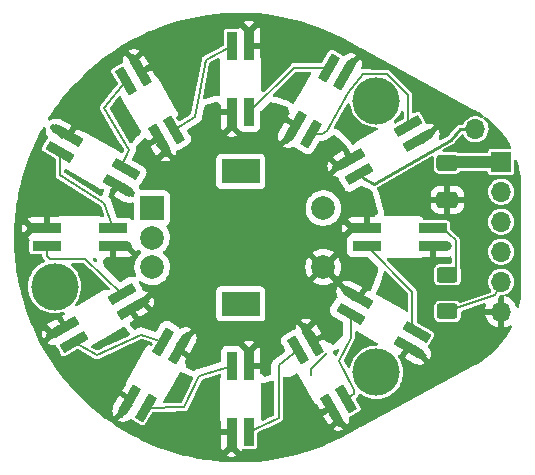
<source format=gbl>
%TF.GenerationSoftware,KiCad,Pcbnew,(6.0.2)*%
%TF.CreationDate,2022-04-19T04:36:18+10:00*%
%TF.ProjectId,adapter,61646170-7465-4722-9e6b-696361645f70,1.2*%
%TF.SameCoordinates,Original*%
%TF.FileFunction,Copper,L2,Bot*%
%TF.FilePolarity,Positive*%
%FSLAX46Y46*%
G04 Gerber Fmt 4.6, Leading zero omitted, Abs format (unit mm)*
G04 Created by KiCad (PCBNEW (6.0.2)) date 2022-04-19 04:36:18*
%MOMM*%
%LPD*%
G01*
G04 APERTURE LIST*
G04 Aperture macros list*
%AMRoundRect*
0 Rectangle with rounded corners*
0 $1 Rounding radius*
0 $2 $3 $4 $5 $6 $7 $8 $9 X,Y pos of 4 corners*
0 Add a 4 corners polygon primitive as box body*
4,1,4,$2,$3,$4,$5,$6,$7,$8,$9,$2,$3,0*
0 Add four circle primitives for the rounded corners*
1,1,$1+$1,$2,$3*
1,1,$1+$1,$4,$5*
1,1,$1+$1,$6,$7*
1,1,$1+$1,$8,$9*
0 Add four rect primitives between the rounded corners*
20,1,$1+$1,$2,$3,$4,$5,0*
20,1,$1+$1,$4,$5,$6,$7,0*
20,1,$1+$1,$6,$7,$8,$9,0*
20,1,$1+$1,$8,$9,$2,$3,0*%
%AMRotRect*
0 Rectangle, with rotation*
0 The origin of the aperture is its center*
0 $1 length*
0 $2 width*
0 $3 Rotation angle, in degrees counterclockwise*
0 Add horizontal line*
21,1,$1,$2,0,0,$3*%
G04 Aperture macros list end*
%TA.AperFunction,ComponentPad*%
%ADD10R,2.000000X2.000000*%
%TD*%
%TA.AperFunction,ComponentPad*%
%ADD11C,2.000000*%
%TD*%
%TA.AperFunction,ComponentPad*%
%ADD12R,3.200000X2.000000*%
%TD*%
%TA.AperFunction,ComponentPad*%
%ADD13R,1.700000X1.700000*%
%TD*%
%TA.AperFunction,ComponentPad*%
%ADD14O,1.700000X1.700000*%
%TD*%
%TA.AperFunction,ComponentPad*%
%ADD15C,4.000000*%
%TD*%
%TA.AperFunction,SMDPad,CuDef*%
%ADD16RoundRect,0.250000X-0.650000X0.412500X-0.650000X-0.412500X0.650000X-0.412500X0.650000X0.412500X0*%
%TD*%
%TA.AperFunction,SMDPad,CuDef*%
%ADD17RotRect,2.400000X0.820000X60.000000*%
%TD*%
%TA.AperFunction,ComponentPad*%
%ADD18C,0.800000*%
%TD*%
%TA.AperFunction,SMDPad,CuDef*%
%ADD19RotRect,2.400000X0.820000X120.000000*%
%TD*%
%TA.AperFunction,SMDPad,CuDef*%
%ADD20R,0.820000X2.400000*%
%TD*%
%TA.AperFunction,SMDPad,CuDef*%
%ADD21RotRect,2.400000X0.820000X300.000000*%
%TD*%
%TA.AperFunction,SMDPad,CuDef*%
%ADD22R,2.400000X0.820000*%
%TD*%
%TA.AperFunction,SMDPad,CuDef*%
%ADD23RotRect,2.400000X0.820000X240.000000*%
%TD*%
%TA.AperFunction,SMDPad,CuDef*%
%ADD24RotRect,2.400000X0.820000X210.000000*%
%TD*%
%TA.AperFunction,SMDPad,CuDef*%
%ADD25RotRect,2.400000X0.820000X30.000000*%
%TD*%
%TA.AperFunction,SMDPad,CuDef*%
%ADD26RoundRect,0.250000X0.625000X-0.400000X0.625000X0.400000X-0.625000X0.400000X-0.625000X-0.400000X0*%
%TD*%
%TA.AperFunction,SMDPad,CuDef*%
%ADD27RotRect,2.400000X0.820000X150.000000*%
%TD*%
%TA.AperFunction,SMDPad,CuDef*%
%ADD28RotRect,2.400000X0.820000X330.000000*%
%TD*%
%TA.AperFunction,Conductor*%
%ADD29C,0.203200*%
%TD*%
%TA.AperFunction,Conductor*%
%ADD30C,1.000000*%
%TD*%
%TA.AperFunction,Conductor*%
%ADD31C,0.250000*%
%TD*%
G04 APERTURE END LIST*
D10*
%TO.P,SW1,A,A*%
%TO.N,r2*%
X45000000Y-41100000D03*
D11*
%TO.P,SW1,B,B*%
%TO.N,r1*%
X45000000Y-46100000D03*
%TO.P,SW1,C,C*%
%TO.N,Gnd*%
X45000000Y-43600000D03*
D12*
%TO.P,SW1,MP*%
%TO.N,N/C*%
X52500000Y-38000000D03*
X52500000Y-49200000D03*
D11*
%TO.P,SW1,S1,S1*%
%TO.N,Vcc*%
X59500000Y-46100000D03*
%TO.P,SW1,S2,S2*%
%TO.N,button*%
X59500000Y-41100000D03*
%TD*%
D13*
%TO.P,J2,1,Pin_1*%
%TO.N,Vcc*%
X74550000Y-37180000D03*
D14*
%TO.P,J2,2,Pin_2*%
%TO.N,button*%
X74550000Y-39720000D03*
%TO.P,J2,3,Pin_3*%
%TO.N,r1*%
X74550000Y-42260000D03*
%TO.P,J2,4,Pin_4*%
%TO.N,r2*%
X74550000Y-44800000D03*
%TO.P,J2,5,Pin_5*%
%TO.N,DIN*%
X74550000Y-47340000D03*
%TO.P,J2,6,Pin_6*%
%TO.N,Gnd*%
X74550000Y-49880000D03*
X74550000Y-49880000D03*
%TD*%
%TO.P,,7,Pin_6*%
%TO.N,DO*%
X72381000Y-34420000D03*
%TD*%
D15*
%TO.P,,1*%
%TO.N,N/C*%
X64000000Y-55000000D03*
%TD*%
%TO.P,,1*%
%TO.N,N/C*%
X36750000Y-47750000D03*
%TD*%
%TO.P,,1*%
%TO.N,N/C*%
X64000000Y-32000000D03*
%TD*%
D16*
%TO.P,C,1*%
%TO.N,Vcc*%
X70000000Y-37272500D03*
%TO.P,C,2*%
%TO.N,Gnd*%
X70000000Y-40397500D03*
%TD*%
D17*
%TO.P,REF\u002A\u002A,1*%
%TO.N,Vcc*%
X47249519Y-53150129D03*
D18*
X47849519Y-52110898D03*
D17*
%TO.P,REF\u002A\u002A,2*%
%TO.N,Net-(D5-D6)*%
X45950481Y-52400129D03*
%TO.P,REF\u002A\u002A,3*%
%TO.N,Gnd*%
X43150481Y-57249871D03*
D18*
X42550481Y-58289102D03*
D17*
%TO.P,REF\u002A\u002A,4*%
%TO.N,Net-(D4-D5)*%
X44449519Y-57999871D03*
%TD*%
D18*
%TO.P,REF\u002A\u002A,1*%
%TO.N,Vcc*%
X58049519Y-51360898D03*
D19*
X58649519Y-52400129D03*
%TO.P,REF\u002A\u002A,2*%
%TO.N,Net-(D3-D4)*%
X57350481Y-53150129D03*
D18*
%TO.P,REF\u002A\u002A,3*%
%TO.N,Gnd*%
X60750481Y-59039102D03*
D19*
X60150481Y-57999871D03*
%TO.P,REF\u002A\u002A,4*%
%TO.N,Net-(D2-D3)*%
X61449519Y-57249871D03*
%TD*%
D20*
%TO.P,REF\u002A\u002A,1*%
%TO.N,Vcc*%
X51740000Y-32955000D03*
D18*
X51740000Y-34155000D03*
D20*
%TO.P,REF\u002A\u002A,2*%
%TO.N,Net-(D10-D11)*%
X53240000Y-32955000D03*
D18*
%TO.P,REF\u002A\u002A,3*%
%TO.N,Gnd*%
X53240000Y-26155000D03*
D20*
X53240000Y-27355000D03*
%TO.P,REF\u002A\u002A,4*%
%TO.N,Net-(D9-D10)*%
X51740000Y-27355000D03*
%TD*%
D18*
%TO.P,REF\u002A\u002A,1*%
%TO.N,Vcc*%
X46150481Y-36239102D03*
D21*
X45550481Y-35199871D03*
%TO.P,REF\u002A\u002A,2*%
%TO.N,Net-(D9-D10)*%
X46849519Y-34449871D03*
D18*
%TO.P,REF\u002A\u002A,3*%
%TO.N,Gnd*%
X43449519Y-28560898D03*
D21*
X44049519Y-29600129D03*
%TO.P,REF\u002A\u002A,4*%
%TO.N,Net-(D8-D9)*%
X42750481Y-30350129D03*
%TD*%
D18*
%TO.P,REF\u002A\u002A,1*%
%TO.N,Vcc*%
X42870000Y-44310000D03*
D22*
X41670000Y-44310000D03*
%TO.P,REF\u002A\u002A,2*%
%TO.N,Net-(D7-D8)*%
X41670000Y-42810000D03*
D18*
%TO.P,REF\u002A\u002A,3*%
%TO.N,Gnd*%
X34870000Y-42810000D03*
D22*
X36070000Y-42810000D03*
%TO.P,REF\u002A\u002A,4*%
%TO.N,Net-(D6-D7)*%
X36070000Y-44310000D03*
%TD*%
D18*
%TO.P,REF\u002A\u002A,1*%
%TO.N,Vcc*%
X61980000Y-42810000D03*
D22*
X63180000Y-42810000D03*
%TO.P,REF\u002A\u002A,2*%
%TO.N,Net-(D1-D2)*%
X63180000Y-44310000D03*
D18*
%TO.P,REF\u002A\u002A,3*%
%TO.N,Gnd*%
X69980000Y-44310000D03*
D22*
X68780000Y-44310000D03*
%TO.P,REF\u002A\u002A,4*%
%TO.N,Net-(DIN-D1)*%
X68780000Y-42810000D03*
%TD*%
D23*
%TO.P,REF\u002A\u002A,1*%
%TO.N,Vcc*%
X57150481Y-34049871D03*
D18*
X56550481Y-35089102D03*
D23*
%TO.P,REF\u002A\u002A,2*%
%TO.N,Net-(D11-D12)*%
X58449519Y-34799871D03*
D18*
%TO.P,REF\u002A\u002A,3*%
%TO.N,Gnd*%
X61849519Y-28910898D03*
D23*
X61249519Y-29950129D03*
%TO.P,REF\u002A\u002A,4*%
%TO.N,Net-(D10-D11)*%
X59950481Y-29200129D03*
%TD*%
D20*
%TO.P,REF\u002A\u002A,1*%
%TO.N,Vcc*%
X53240000Y-54460000D03*
D18*
X53240000Y-53260000D03*
D20*
%TO.P,REF\u002A\u002A,2*%
%TO.N,Net-(D4-D5)*%
X51740000Y-54460000D03*
D18*
%TO.P,REF\u002A\u002A,3*%
%TO.N,Gnd*%
X51740000Y-61260000D03*
D20*
X51740000Y-60060000D03*
%TO.P,REF\u002A\u002A,4*%
%TO.N,Net-(D3-D4)*%
X53240000Y-60060000D03*
%TD*%
D18*
%TO.P,REF\u002A\u002A,1*%
%TO.N,Vcc*%
X60760898Y-37550481D03*
D24*
X61800129Y-36950481D03*
%TO.P,REF\u002A\u002A,2*%
%TO.N,DO*%
X62550129Y-38249519D03*
D18*
%TO.P,REF\u002A\u002A,3*%
%TO.N,Gnd*%
X68439102Y-34849519D03*
D24*
X67399871Y-35449519D03*
%TO.P,REF\u002A\u002A,4*%
%TO.N,Net-(D11-D12)*%
X66649871Y-34150481D03*
%TD*%
D25*
%TO.P,REF\u002A\u002A,1*%
%TO.N,Vcc*%
X43199871Y-49649519D03*
D18*
X44239102Y-49049519D03*
D25*
%TO.P,REF\u002A\u002A,2*%
%TO.N,Net-(D6-D7)*%
X42449871Y-48350481D03*
%TO.P,REF\u002A\u002A,3*%
%TO.N,Gnd*%
X37600129Y-51150481D03*
D18*
X36560898Y-51750481D03*
D25*
%TO.P,REF\u002A\u002A,4*%
%TO.N,Net-(D5-D6)*%
X38350129Y-52449519D03*
%TD*%
D26*
%TO.P,R,1*%
%TO.N,Net-(DIN-D1)*%
X70000000Y-46750000D03*
%TO.N,DIN*%
X70000000Y-49850000D03*
%TD*%
D18*
%TO.P,REF\u002A\u002A,1*%
%TO.N,Vcc*%
X61510898Y-48150481D03*
D27*
X62550129Y-48750481D03*
%TO.P,REF\u002A\u002A,2*%
%TO.N,Net-(D2-D3)*%
X61800129Y-50049519D03*
D18*
%TO.P,REF\u002A\u002A,3*%
%TO.N,Gnd*%
X67689102Y-53449519D03*
D27*
X66649871Y-52849519D03*
%TO.P,REF\u002A\u002A,4*%
%TO.N,Net-(D1-D2)*%
X67399871Y-51550481D03*
%TD*%
D18*
%TO.P,REF\u002A\u002A,1*%
%TO.N,Vcc*%
X43069102Y-39729519D03*
D28*
X42029871Y-39129519D03*
%TO.P,REF\u002A\u002A,2*%
%TO.N,Net-(D8-D9)*%
X42779871Y-37830481D03*
%TO.P,REF\u002A\u002A,3*%
%TO.N,Gnd*%
X37930129Y-35030481D03*
D18*
X36890898Y-34430481D03*
D28*
%TO.P,REF\u002A\u002A,4*%
%TO.N,Net-(D7-D8)*%
X37180129Y-36329519D03*
%TD*%
D29*
%TO.N,*%
X58438000Y-54723558D02*
X59824340Y-53337218D01*
X58438000Y-55193000D02*
X58438000Y-54723558D01*
%TO.N,Vcc*%
X70000000Y-36837500D02*
X70342500Y-37180000D01*
D30*
X70342500Y-37180000D02*
X74550000Y-37180000D01*
D29*
%TO.N,DIN*%
X74550000Y-47340000D02*
X74052000Y-48502000D01*
X74052000Y-48502000D02*
X70000000Y-49850000D01*
D31*
%TO.N,DO*%
X62865476Y-38564866D02*
X63790000Y-39022000D01*
X70309000Y-35308000D02*
X71080744Y-34420000D01*
X63790000Y-39022000D02*
X70309000Y-35308000D01*
X71080744Y-34420000D02*
X72381000Y-34420000D01*
D29*
X62550129Y-38249519D02*
X62865476Y-38564866D01*
%TO.N,Net-(DIN-D1)*%
X70708000Y-43839000D02*
X70708000Y-46086000D01*
X70708000Y-46086000D02*
X70000000Y-46750000D01*
X69570000Y-42810000D02*
X70708000Y-43839000D01*
X68780000Y-42810000D02*
X69570000Y-42810000D01*
%TO.N,Net-(D1-D2)*%
X67038071Y-51188681D02*
X67038071Y-48168071D01*
X67399871Y-51550481D02*
X67038071Y-51188681D01*
X67038071Y-48168071D02*
X63180000Y-44310000D01*
%TO.N,Net-(D2-D3)*%
X62107000Y-56847000D02*
X61449519Y-57249871D01*
X61800129Y-50049519D02*
X61800129Y-52085871D01*
X62125000Y-56526000D02*
X62107000Y-56847000D01*
X61800129Y-52085871D02*
X60842000Y-54008000D01*
X60842000Y-54008000D02*
X62125000Y-56526000D01*
%TO.N,Net-(D3-D4)*%
X55707000Y-54421000D02*
X55707000Y-58861000D01*
X57350481Y-53150129D02*
X55707000Y-54421000D01*
X55707000Y-58861000D02*
X53240000Y-60060000D01*
%TO.N,Net-(D4-D5)*%
X51740000Y-54460000D02*
X48992000Y-55306000D01*
X48992000Y-55306000D02*
X47726000Y-57948000D01*
X47726000Y-57948000D02*
X44449519Y-57999871D01*
%TO.N,Net-(D5-D6)*%
X45950481Y-52400129D02*
X44089000Y-51806000D01*
X40330000Y-53563000D02*
X38350129Y-52449519D01*
X44089000Y-51806000D02*
X40330000Y-53563000D01*
%TO.N,Net-(D6-D7)*%
X36071000Y-45156000D02*
X36361000Y-45409000D01*
X39360510Y-45409000D02*
X42449871Y-48350481D01*
X36361000Y-45409000D02*
X39360510Y-45409000D01*
X36070000Y-44310000D02*
X36071000Y-45156000D01*
%TO.N,Net-(D7-D8)*%
X37180129Y-38320129D02*
X37180129Y-36329519D01*
X41670000Y-42810000D02*
X40970000Y-40678000D01*
X40970000Y-40678000D02*
X37180129Y-38320129D01*
%TO.N,Net-(D8-D9)*%
X42750481Y-30350129D02*
X40943000Y-32643000D01*
X42435134Y-37485744D02*
X42779871Y-37830481D01*
X40943000Y-32643000D02*
X43027000Y-36143000D01*
X43027000Y-36143000D02*
X42435134Y-37485744D01*
%TO.N,Net-(D9-D10)*%
X51740000Y-27355000D02*
X49551000Y-28557000D01*
X48638000Y-33351000D02*
X46849519Y-34449871D01*
X49551000Y-28557000D02*
X48638000Y-33351000D01*
%TO.N,Net-(D10-D11)*%
X59950481Y-29200129D02*
X56994871Y-29200129D01*
X56994871Y-29200129D02*
X53240000Y-32955000D01*
%TO.N,Net-(D11-D12)*%
X66649871Y-34146129D02*
X66651000Y-34145000D01*
X66649871Y-34150481D02*
X66649871Y-34146129D01*
X62879000Y-29710000D02*
X61626000Y-31353000D01*
X59359129Y-34799871D02*
X58449519Y-34799871D01*
X66649871Y-31498845D02*
X64922915Y-29771889D01*
X66649871Y-34150481D02*
X66649871Y-31498845D01*
X64922915Y-29771889D02*
X62879000Y-29710000D01*
X59782000Y-34585000D02*
X59359129Y-34799871D01*
X61626000Y-31353000D02*
X59782000Y-34585000D01*
%TD*%
%TA.AperFunction,Conductor*%
%TO.N,Vcc*%
G36*
X50569033Y-32132485D02*
G01*
X50580813Y-32146155D01*
X50591928Y-32161175D01*
X50605315Y-32182393D01*
X50627002Y-32201546D01*
X50639043Y-32213735D01*
X50657932Y-32235657D01*
X50665461Y-32240537D01*
X50665462Y-32240538D01*
X50678991Y-32249307D01*
X50693864Y-32260597D01*
X50705933Y-32271255D01*
X50712666Y-32277201D01*
X50738859Y-32289499D01*
X50753838Y-32297820D01*
X50764534Y-32304753D01*
X50810817Y-32358589D01*
X50822000Y-32410484D01*
X50822000Y-32682885D01*
X50826475Y-32698124D01*
X50827865Y-32699329D01*
X50835548Y-32701000D01*
X51868000Y-32701000D01*
X51936121Y-32721002D01*
X51982614Y-32774658D01*
X51994000Y-32827000D01*
X51994000Y-33083000D01*
X51973998Y-33151121D01*
X51920342Y-33197614D01*
X51868000Y-33209000D01*
X50840116Y-33209000D01*
X50824877Y-33213475D01*
X50823672Y-33214865D01*
X50822001Y-33222548D01*
X50822001Y-34199669D01*
X50822371Y-34206490D01*
X50827895Y-34257352D01*
X50831522Y-34272610D01*
X50836765Y-34286595D01*
X50844093Y-34317651D01*
X50846259Y-34338262D01*
X50848989Y-34351102D01*
X50903892Y-34520075D01*
X50909230Y-34532064D01*
X50934761Y-34576285D01*
X50944965Y-34586015D01*
X50952986Y-34582804D01*
X51650905Y-33884885D01*
X51713217Y-33850859D01*
X51784032Y-33855924D01*
X51829095Y-33884885D01*
X52523370Y-34579160D01*
X52545722Y-34591366D01*
X52586524Y-34600266D01*
X52587176Y-34598526D01*
X52714025Y-34646079D01*
X52714027Y-34646079D01*
X52721420Y-34648851D01*
X52729270Y-34649704D01*
X52729271Y-34649704D01*
X52779217Y-34655130D01*
X52782623Y-34655500D01*
X53239933Y-34655500D01*
X53697376Y-34655499D01*
X53700770Y-34655130D01*
X53700776Y-34655130D01*
X53750722Y-34649705D01*
X53750726Y-34649704D01*
X53758580Y-34648851D01*
X53892824Y-34598526D01*
X53900003Y-34593146D01*
X53900006Y-34593144D01*
X54000365Y-34517928D01*
X54007546Y-34512546D01*
X54020939Y-34494676D01*
X54088144Y-34405006D01*
X54088146Y-34405003D01*
X54093526Y-34397824D01*
X54135223Y-34286595D01*
X54141079Y-34270975D01*
X54141079Y-34270973D01*
X54143851Y-34263580D01*
X54150500Y-34202377D01*
X54150499Y-32948189D01*
X54170501Y-32880068D01*
X54187404Y-32859094D01*
X54880347Y-32166151D01*
X54942659Y-32132125D01*
X54993818Y-32131626D01*
X54998174Y-32132485D01*
X55365303Y-32204877D01*
X55376587Y-32207649D01*
X55976383Y-32384638D01*
X55985497Y-32387710D01*
X56135430Y-32444709D01*
X56467903Y-32571103D01*
X56524469Y-32614006D01*
X56549031Y-32683933D01*
X56549632Y-32699231D01*
X56549138Y-32716361D01*
X56546340Y-32745158D01*
X56551020Y-32769806D01*
X56553134Y-32788360D01*
X56554119Y-32813431D01*
X56563323Y-32840859D01*
X56567656Y-32857436D01*
X56573054Y-32885868D01*
X56581596Y-32902597D01*
X56584467Y-32908219D01*
X56591704Y-32925436D01*
X56599683Y-32949213D01*
X56604810Y-32956576D01*
X56604813Y-32956582D01*
X56616214Y-32972955D01*
X56625027Y-32987651D01*
X56630824Y-32999003D01*
X56643991Y-33068768D01*
X56627728Y-33119307D01*
X56491528Y-33355212D01*
X56487784Y-33370647D01*
X56488386Y-33372387D01*
X56494202Y-33377674D01*
X57057511Y-33702901D01*
X57388332Y-33893901D01*
X57437325Y-33945283D01*
X57450761Y-34014997D01*
X57434451Y-34066020D01*
X57249999Y-34385501D01*
X57249996Y-34385506D01*
X57243451Y-34396841D01*
X57236200Y-34409400D01*
X57232455Y-34424835D01*
X57235402Y-34433349D01*
X57311328Y-34509275D01*
X57345354Y-34571587D01*
X57340289Y-34642402D01*
X57311328Y-34687465D01*
X56759569Y-35239224D01*
X56749602Y-35252213D01*
X56559451Y-35581564D01*
X56508069Y-35630557D01*
X56438355Y-35643993D01*
X56410350Y-35635041D01*
X56410342Y-35635074D01*
X56377302Y-35627058D01*
X56368788Y-35630005D01*
X56124110Y-35874683D01*
X56117350Y-35887063D01*
X56120861Y-35891753D01*
X56262322Y-35954736D01*
X56274801Y-35958791D01*
X56448588Y-35995729D01*
X56461649Y-35997102D01*
X56639313Y-35997102D01*
X56652374Y-35995729D01*
X56826161Y-35958791D01*
X56838640Y-35954736D01*
X56949684Y-35905296D01*
X57020051Y-35895862D01*
X57084348Y-35925968D01*
X57098227Y-35940342D01*
X57148465Y-36001394D01*
X57148471Y-36001400D01*
X57153490Y-36007499D01*
X57173520Y-36022159D01*
X57200422Y-36041849D01*
X57200429Y-36041853D01*
X57203169Y-36043859D01*
X57995369Y-36501234D01*
X57998484Y-36502608D01*
X57998490Y-36502611D01*
X58020003Y-36512099D01*
X58051697Y-36526079D01*
X58126957Y-36538606D01*
X58184260Y-36548144D01*
X58184263Y-36548144D01*
X58193118Y-36549618D01*
X58252336Y-36542504D01*
X58326548Y-36533589D01*
X58326551Y-36533588D01*
X58335460Y-36532518D01*
X58343714Y-36528989D01*
X58459031Y-36479684D01*
X58459032Y-36479683D01*
X58467282Y-36476156D01*
X58577987Y-36385060D01*
X58607255Y-36345071D01*
X58612337Y-36338128D01*
X58612341Y-36338121D01*
X58614347Y-36335381D01*
X58616046Y-36332438D01*
X58616052Y-36332429D01*
X59116878Y-35464971D01*
X59168260Y-35415978D01*
X59225997Y-35401971D01*
X59291823Y-35401971D01*
X59314921Y-35404107D01*
X59326671Y-35406298D01*
X59377588Y-35402348D01*
X59387333Y-35401971D01*
X59398589Y-35401971D01*
X59402673Y-35401433D01*
X59402678Y-35401433D01*
X59418400Y-35399363D01*
X59425100Y-35398662D01*
X59429626Y-35398311D01*
X59484731Y-35394036D01*
X59492519Y-35391288D01*
X59500377Y-35389627D01*
X59508127Y-35387550D01*
X59516309Y-35386473D01*
X59523933Y-35383315D01*
X59523937Y-35383314D01*
X59571574Y-35363582D01*
X59577851Y-35361176D01*
X59596700Y-35354525D01*
X59600372Y-35352659D01*
X59600375Y-35352658D01*
X59606745Y-35349421D01*
X59615577Y-35345355D01*
X59662776Y-35325804D01*
X59672263Y-35318524D01*
X59691886Y-35306159D01*
X59909601Y-35195532D01*
X60031289Y-35133699D01*
X60039544Y-35129874D01*
X60080718Y-35112573D01*
X60080723Y-35112570D01*
X60088336Y-35109371D01*
X60099259Y-35100901D01*
X60122939Y-35082537D01*
X60134124Y-35073863D01*
X60140054Y-35069537D01*
X60187858Y-35036760D01*
X60193231Y-35030483D01*
X60199371Y-35024967D01*
X60199428Y-35025031D01*
X60201340Y-35023209D01*
X60201280Y-35023149D01*
X60207091Y-35017278D01*
X60213615Y-35012219D01*
X60248650Y-34966074D01*
X60253278Y-34960335D01*
X60285884Y-34922244D01*
X60345377Y-34883501D01*
X60416373Y-34883073D01*
X60461330Y-34906612D01*
X60763464Y-35153499D01*
X60784103Y-35170364D01*
X60797029Y-35182542D01*
X61465410Y-35907806D01*
X61538611Y-35987237D01*
X61565973Y-36034260D01*
X61567872Y-36040202D01*
X62084099Y-36934332D01*
X62100837Y-37003327D01*
X62077617Y-37070419D01*
X62037980Y-37106451D01*
X61707159Y-37297451D01*
X60924007Y-37749604D01*
X60911018Y-37759571D01*
X60334527Y-38336062D01*
X60327767Y-38348442D01*
X60331278Y-38353132D01*
X60472739Y-38416115D01*
X60485218Y-38420170D01*
X60659005Y-38457108D01*
X60672066Y-38458481D01*
X60685725Y-38458481D01*
X60753846Y-38478483D01*
X60800339Y-38532139D01*
X60810015Y-38563794D01*
X60822623Y-38639546D01*
X60822624Y-38639550D01*
X60823921Y-38647341D01*
X60848764Y-38703669D01*
X60850469Y-38706623D01*
X60850471Y-38706626D01*
X61304434Y-39492911D01*
X61304441Y-39492921D01*
X61306142Y-39495868D01*
X61342501Y-39545548D01*
X61453206Y-39636644D01*
X61461456Y-39640171D01*
X61461457Y-39640172D01*
X61576774Y-39689477D01*
X61585028Y-39693006D01*
X61593937Y-39694076D01*
X61593940Y-39694077D01*
X61668152Y-39702992D01*
X61727370Y-39710106D01*
X61736225Y-39708632D01*
X61736228Y-39708632D01*
X61823671Y-39694077D01*
X61868791Y-39686567D01*
X61925119Y-39661724D01*
X62343969Y-39419901D01*
X62672870Y-39230010D01*
X62741865Y-39213272D01*
X62791717Y-39226182D01*
X63503261Y-39578007D01*
X63506429Y-39579629D01*
X63546337Y-39600785D01*
X63597156Y-39650364D01*
X63600760Y-39657267D01*
X63701463Y-39865585D01*
X63715874Y-39895396D01*
X63724070Y-39917360D01*
X64139480Y-41454379D01*
X64137944Y-41525358D01*
X64098277Y-41584240D01*
X64075575Y-41598363D01*
X64073735Y-41598889D01*
X64049260Y-41614332D01*
X64034184Y-41622466D01*
X64007844Y-41634442D01*
X64001048Y-41640298D01*
X64001045Y-41640300D01*
X63988843Y-41650815D01*
X63973825Y-41661928D01*
X63952607Y-41675315D01*
X63933458Y-41696998D01*
X63921265Y-41709043D01*
X63899343Y-41727932D01*
X63894463Y-41735461D01*
X63894462Y-41735462D01*
X63885693Y-41748991D01*
X63874403Y-41763864D01*
X63865394Y-41774066D01*
X63857799Y-41782666D01*
X63853985Y-41790790D01*
X63845504Y-41808854D01*
X63837180Y-41823838D01*
X63830247Y-41834534D01*
X63776411Y-41880817D01*
X63724516Y-41892000D01*
X63452115Y-41892000D01*
X63436876Y-41896475D01*
X63435671Y-41897865D01*
X63434000Y-41905548D01*
X63434000Y-42938000D01*
X63413998Y-43006121D01*
X63360342Y-43052614D01*
X63308000Y-43064000D01*
X63052000Y-43064000D01*
X62983879Y-43043998D01*
X62937386Y-42990342D01*
X62926000Y-42938000D01*
X62926000Y-41910116D01*
X62921525Y-41894877D01*
X62920135Y-41893672D01*
X62912452Y-41892001D01*
X61935331Y-41892001D01*
X61928510Y-41892371D01*
X61877650Y-41897895D01*
X61862396Y-41901521D01*
X61839241Y-41910202D01*
X61821207Y-41915467D01*
X61704320Y-41940311D01*
X61691841Y-41944366D01*
X61557367Y-42004239D01*
X61546622Y-42013372D01*
X61548219Y-42019009D01*
X62250115Y-42720905D01*
X62284141Y-42783217D01*
X62279076Y-42854032D01*
X62250115Y-42899095D01*
X61553629Y-43595581D01*
X61542205Y-43616502D01*
X61533573Y-43656088D01*
X61536474Y-43657176D01*
X61486149Y-43791420D01*
X61479500Y-43852623D01*
X61479501Y-44767376D01*
X61486149Y-44828580D01*
X61536474Y-44962824D01*
X61541854Y-44970003D01*
X61541856Y-44970006D01*
X61563468Y-44998842D01*
X61622454Y-45077546D01*
X61629635Y-45082928D01*
X61729994Y-45158144D01*
X61729997Y-45158146D01*
X61737176Y-45163526D01*
X61796281Y-45185683D01*
X61864025Y-45211079D01*
X61864027Y-45211079D01*
X61871420Y-45213851D01*
X61879270Y-45214704D01*
X61879271Y-45214704D01*
X61914020Y-45218479D01*
X61932623Y-45220500D01*
X62012899Y-45220500D01*
X63186811Y-45220499D01*
X63254932Y-45240501D01*
X63275906Y-45257404D01*
X64127160Y-46108658D01*
X64161186Y-46170970D01*
X64160982Y-46225453D01*
X64092196Y-46530687D01*
X64089348Y-46541191D01*
X63962985Y-46938332D01*
X63828981Y-47359490D01*
X63813440Y-47408332D01*
X63807601Y-47423302D01*
X63541000Y-47996000D01*
X63525753Y-48038355D01*
X63512600Y-48074890D01*
X63470706Y-48132208D01*
X63404474Y-48157779D01*
X63331048Y-48141330D01*
X63244788Y-48091528D01*
X63229353Y-48087783D01*
X63227613Y-48088386D01*
X63222326Y-48094202D01*
X62897099Y-48657511D01*
X62706099Y-48988332D01*
X62654717Y-49037325D01*
X62585003Y-49050761D01*
X62533980Y-49034451D01*
X62190600Y-48836200D01*
X62175165Y-48832455D01*
X62166651Y-48835402D01*
X62090725Y-48911328D01*
X62028413Y-48945354D01*
X61957598Y-48940289D01*
X61912535Y-48911328D01*
X61360776Y-48359569D01*
X61347787Y-48349602D01*
X61018436Y-48159451D01*
X60969443Y-48108069D01*
X60956007Y-48038355D01*
X60964959Y-48010350D01*
X60964926Y-48010342D01*
X60972942Y-47977302D01*
X60969995Y-47968788D01*
X60727528Y-47726321D01*
X60715148Y-47719561D01*
X60708233Y-47724737D01*
X60680128Y-47773417D01*
X60674790Y-47785406D01*
X60619887Y-47954379D01*
X60617157Y-47967220D01*
X60598586Y-48143916D01*
X60598586Y-48157046D01*
X60617157Y-48333742D01*
X60619887Y-48346583D01*
X60674787Y-48515547D01*
X60680131Y-48527550D01*
X60686960Y-48539378D01*
X60703698Y-48608373D01*
X60680478Y-48675465D01*
X60657901Y-48699674D01*
X60598605Y-48748466D01*
X60598600Y-48748471D01*
X60592501Y-48753490D01*
X60576491Y-48775365D01*
X60558151Y-48800422D01*
X60558147Y-48800429D01*
X60556141Y-48803169D01*
X60098766Y-49595369D01*
X60073921Y-49651697D01*
X60072624Y-49659492D01*
X60054873Y-49766138D01*
X60050382Y-49793118D01*
X60067482Y-49935460D01*
X60123844Y-50067282D01*
X60214940Y-50177987D01*
X60242700Y-50198305D01*
X60261872Y-50212337D01*
X60261879Y-50212341D01*
X60264619Y-50214347D01*
X60267562Y-50216046D01*
X60267571Y-50216052D01*
X61135029Y-50716878D01*
X61184022Y-50768260D01*
X61198029Y-50825997D01*
X61198029Y-51788499D01*
X61178027Y-51856620D01*
X61168439Y-51869623D01*
X61136014Y-51908158D01*
X61125412Y-51920757D01*
X61116050Y-51930730D01*
X60484193Y-52534505D01*
X60386081Y-52628256D01*
X60323012Y-52660856D01*
X60252329Y-52654184D01*
X60211883Y-52623921D01*
X60210070Y-52625818D01*
X60203576Y-52619613D01*
X60198032Y-52612555D01*
X60190726Y-52607334D01*
X60177614Y-52597964D01*
X60163265Y-52586009D01*
X60151693Y-52574814D01*
X60151690Y-52574812D01*
X60145239Y-52568571D01*
X60119637Y-52555101D01*
X60105051Y-52546110D01*
X60088811Y-52534505D01*
X60088808Y-52534503D01*
X60081504Y-52529284D01*
X60073031Y-52526325D01*
X60073029Y-52526324D01*
X60057816Y-52521011D01*
X60040696Y-52513567D01*
X60026434Y-52506064D01*
X60018489Y-52501884D01*
X59990135Y-52496141D01*
X59973615Y-52491607D01*
X59946289Y-52482064D01*
X59937324Y-52481602D01*
X59937323Y-52481602D01*
X59931646Y-52481310D01*
X59921226Y-52480773D01*
X59902701Y-52478433D01*
X59878116Y-52473453D01*
X59849292Y-52475899D01*
X59832160Y-52476183D01*
X59819416Y-52475526D01*
X59752416Y-52452041D01*
X59716788Y-52412693D01*
X59580588Y-52176787D01*
X59569093Y-52165827D01*
X59567286Y-52165479D01*
X59559798Y-52167872D01*
X58665668Y-52684099D01*
X58596673Y-52700837D01*
X58529581Y-52677617D01*
X58493549Y-52637980D01*
X58302549Y-52307159D01*
X57850396Y-51524007D01*
X57840429Y-51511018D01*
X57691441Y-51362030D01*
X58413927Y-51362030D01*
X58414058Y-51363863D01*
X58418309Y-51370478D01*
X58810366Y-51762535D01*
X58844392Y-51824847D01*
X58839327Y-51895662D01*
X58810366Y-51940725D01*
X58738992Y-52012099D01*
X58731378Y-52026043D01*
X58732020Y-52035026D01*
X58733431Y-52037471D01*
X58744926Y-52048431D01*
X58746733Y-52048779D01*
X58754221Y-52046386D01*
X59301842Y-51730217D01*
X59312802Y-51718722D01*
X59313150Y-51716915D01*
X59310757Y-51709427D01*
X58862078Y-50932296D01*
X58851872Y-50922564D01*
X58843852Y-50925775D01*
X58421541Y-51348086D01*
X58413927Y-51362030D01*
X57691441Y-51362030D01*
X57266149Y-50936738D01*
X57253769Y-50929978D01*
X57246854Y-50935154D01*
X57218749Y-50983834D01*
X57213411Y-50995823D01*
X57158508Y-51164796D01*
X57155778Y-51177637D01*
X57143073Y-51298521D01*
X57116060Y-51364178D01*
X57057838Y-51404808D01*
X57038451Y-51409641D01*
X57002584Y-51415611D01*
X56952659Y-51423921D01*
X56896331Y-51448764D01*
X56893377Y-51450469D01*
X56893374Y-51450471D01*
X56107089Y-51904434D01*
X56107079Y-51904441D01*
X56104132Y-51906142D01*
X56054452Y-51942501D01*
X55963356Y-52053206D01*
X55906994Y-52185028D01*
X55905924Y-52193937D01*
X55905923Y-52193940D01*
X55897865Y-52261018D01*
X55889894Y-52327370D01*
X55891368Y-52336225D01*
X55891368Y-52336228D01*
X55894222Y-52353373D01*
X55913433Y-52468791D01*
X55916622Y-52476021D01*
X55916622Y-52476022D01*
X55919083Y-52481602D01*
X55938276Y-52525119D01*
X56058300Y-52733006D01*
X56264789Y-53090657D01*
X56281527Y-53159652D01*
X56258307Y-53226744D01*
X56232747Y-53253332D01*
X55339490Y-53944070D01*
X55339117Y-53944357D01*
X55284131Y-53986549D01*
X55284128Y-53986552D01*
X55277578Y-53991578D01*
X55263713Y-54009647D01*
X55257544Y-54017687D01*
X55247018Y-54029735D01*
X55223822Y-54053105D01*
X55219718Y-54060276D01*
X55219716Y-54060278D01*
X55208829Y-54079299D01*
X55199437Y-54093412D01*
X55186464Y-54110319D01*
X55181067Y-54117353D01*
X55177906Y-54124985D01*
X55177905Y-54124986D01*
X55168472Y-54147759D01*
X55161419Y-54162130D01*
X55145069Y-54190696D01*
X55137365Y-54219881D01*
X55131953Y-54235923D01*
X55120398Y-54263820D01*
X55119320Y-54272005D01*
X55119320Y-54272006D01*
X55116101Y-54296456D01*
X55113007Y-54312163D01*
X55104609Y-54343982D01*
X55104640Y-54352243D01*
X55104899Y-54421774D01*
X55104900Y-54422244D01*
X55104900Y-55146647D01*
X55084898Y-55214768D01*
X55031242Y-55261261D01*
X55009459Y-55268885D01*
X54570255Y-55378686D01*
X54499317Y-55375803D01*
X54441199Y-55335025D01*
X54424996Y-55308600D01*
X54419275Y-55296017D01*
X54419271Y-55296011D01*
X54415558Y-55287844D01*
X54409702Y-55281048D01*
X54409700Y-55281045D01*
X54399185Y-55268843D01*
X54388072Y-55253825D01*
X54379475Y-55240199D01*
X54374685Y-55232607D01*
X54352998Y-55213454D01*
X54340957Y-55201265D01*
X54322068Y-55179343D01*
X54301010Y-55165693D01*
X54286136Y-55154403D01*
X54274067Y-55143745D01*
X54274066Y-55143744D01*
X54267334Y-55137799D01*
X54241141Y-55125501D01*
X54226162Y-55117180D01*
X54215466Y-55110247D01*
X54169183Y-55056411D01*
X54158000Y-55004516D01*
X54158000Y-54732115D01*
X54153525Y-54716876D01*
X54152135Y-54715671D01*
X54144452Y-54714000D01*
X53112000Y-54714000D01*
X53043879Y-54693998D01*
X52997386Y-54640342D01*
X52986000Y-54588000D01*
X52986000Y-54332000D01*
X53006002Y-54263879D01*
X53059658Y-54217386D01*
X53112000Y-54206000D01*
X54139884Y-54206000D01*
X54155123Y-54201525D01*
X54156328Y-54200135D01*
X54157999Y-54192452D01*
X54157999Y-53215331D01*
X54157629Y-53208510D01*
X54152105Y-53157648D01*
X54148478Y-53142390D01*
X54143235Y-53128405D01*
X54135907Y-53097349D01*
X54133741Y-53076738D01*
X54131011Y-53063898D01*
X54076108Y-52894925D01*
X54070770Y-52882936D01*
X54045239Y-52838715D01*
X54035035Y-52828985D01*
X54027014Y-52832196D01*
X53329095Y-53530115D01*
X53266783Y-53564141D01*
X53195968Y-53559076D01*
X53150905Y-53530115D01*
X52456630Y-52835840D01*
X52434278Y-52823634D01*
X52393476Y-52814734D01*
X52392824Y-52816474D01*
X52265975Y-52768921D01*
X52265973Y-52768921D01*
X52258580Y-52766149D01*
X52250730Y-52765296D01*
X52250729Y-52765296D01*
X52200774Y-52759869D01*
X52200773Y-52759869D01*
X52197377Y-52759500D01*
X51740067Y-52759500D01*
X51282624Y-52759501D01*
X51279230Y-52759870D01*
X51279224Y-52759870D01*
X51229278Y-52765295D01*
X51229274Y-52765296D01*
X51221420Y-52766149D01*
X51087176Y-52816474D01*
X51079997Y-52821854D01*
X51079994Y-52821856D01*
X50993741Y-52886500D01*
X50972454Y-52902454D01*
X50967072Y-52909635D01*
X50891856Y-53009994D01*
X50891854Y-53009997D01*
X50886474Y-53017176D01*
X50836149Y-53151420D01*
X50829500Y-53212623D01*
X50829500Y-54017274D01*
X50809498Y-54085395D01*
X50755842Y-54131888D01*
X50740573Y-54137696D01*
X50330703Y-54263879D01*
X48846518Y-54720801D01*
X48835430Y-54723670D01*
X48790310Y-54733176D01*
X48732584Y-54762459D01*
X48728080Y-54764631D01*
X48669180Y-54791612D01*
X48662813Y-54796881D01*
X48659614Y-54798889D01*
X48659503Y-54798952D01*
X48659398Y-54799031D01*
X48656287Y-54801161D01*
X48648924Y-54804896D01*
X48642778Y-54810410D01*
X48642775Y-54810412D01*
X48608521Y-54841143D01*
X48544459Y-54871746D01*
X48481483Y-54865829D01*
X48264729Y-54787349D01*
X48257353Y-54784413D01*
X47927090Y-54640711D01*
X47872607Y-54595191D01*
X47852077Y-54529660D01*
X47851504Y-54529683D01*
X47851421Y-54527565D01*
X47851421Y-54527564D01*
X47850368Y-54500768D01*
X47850862Y-54483636D01*
X47852792Y-54463775D01*
X47853660Y-54454842D01*
X47848981Y-54430197D01*
X47846866Y-54411634D01*
X47846234Y-54395535D01*
X47845882Y-54386569D01*
X47843027Y-54378060D01*
X47836678Y-54359139D01*
X47832344Y-54342558D01*
X47828622Y-54322955D01*
X47828620Y-54322949D01*
X47826946Y-54314132D01*
X47815532Y-54291778D01*
X47808297Y-54274566D01*
X47803173Y-54259297D01*
X47803173Y-54259296D01*
X47800317Y-54250787D01*
X47783787Y-54227046D01*
X47774973Y-54212348D01*
X47769175Y-54200993D01*
X47756010Y-54131227D01*
X47772273Y-54080693D01*
X47908472Y-53844788D01*
X47912217Y-53829353D01*
X47911614Y-53827613D01*
X47905798Y-53822326D01*
X47342489Y-53497099D01*
X47011668Y-53306099D01*
X46962675Y-53254717D01*
X46949239Y-53185003D01*
X46965549Y-53133980D01*
X47010048Y-53056905D01*
X47601802Y-53056905D01*
X47602405Y-53058645D01*
X47608221Y-53063932D01*
X48155841Y-53380101D01*
X48171276Y-53383846D01*
X48173016Y-53383243D01*
X48178303Y-53377427D01*
X48666866Y-52531209D01*
X48669950Y-52525132D01*
X48690601Y-52478311D01*
X48695062Y-52463372D01*
X52806622Y-52463372D01*
X52808219Y-52469009D01*
X53227188Y-52887978D01*
X53241132Y-52895592D01*
X53242965Y-52895461D01*
X53249580Y-52891210D01*
X53666371Y-52474419D01*
X53673131Y-52462039D01*
X53669620Y-52457349D01*
X53528159Y-52394366D01*
X53515680Y-52390311D01*
X53341893Y-52353373D01*
X53328832Y-52352000D01*
X53151168Y-52352000D01*
X53138107Y-52353373D01*
X52964320Y-52390311D01*
X52951841Y-52394366D01*
X52817367Y-52454239D01*
X52806622Y-52463372D01*
X48695062Y-52463372D01*
X48695087Y-52463287D01*
X48699148Y-52438892D01*
X48703605Y-52420644D01*
X48740530Y-52307000D01*
X48743260Y-52294159D01*
X48761831Y-52117463D01*
X48761831Y-52104333D01*
X48743260Y-51927637D01*
X48740530Y-51914796D01*
X48685627Y-51745823D01*
X48680289Y-51733834D01*
X48654758Y-51689613D01*
X48644554Y-51679883D01*
X48636533Y-51683094D01*
X48058609Y-52261018D01*
X48048642Y-52274007D01*
X47605547Y-53041470D01*
X47601802Y-53056905D01*
X47010048Y-53056905D01*
X47163800Y-52790600D01*
X47167545Y-52775165D01*
X47164598Y-52766651D01*
X47088672Y-52690725D01*
X47054646Y-52628413D01*
X47059711Y-52557598D01*
X47088672Y-52512535D01*
X47640431Y-51960776D01*
X47650398Y-51947787D01*
X47840549Y-51618436D01*
X47891931Y-51569443D01*
X47961645Y-51556007D01*
X47989650Y-51564959D01*
X47989658Y-51564926D01*
X48022698Y-51572942D01*
X48031212Y-51569995D01*
X48275890Y-51325317D01*
X48282650Y-51312937D01*
X48279139Y-51308247D01*
X48137678Y-51245264D01*
X48125199Y-51241209D01*
X47951412Y-51204271D01*
X47938351Y-51202898D01*
X47760687Y-51202898D01*
X47747626Y-51204271D01*
X47573839Y-51241209D01*
X47561360Y-51245264D01*
X47450316Y-51294704D01*
X47379949Y-51304138D01*
X47315652Y-51274032D01*
X47301773Y-51259658D01*
X47251535Y-51198606D01*
X47251529Y-51198600D01*
X47246510Y-51192501D01*
X47215764Y-51169998D01*
X47199578Y-51158151D01*
X47199571Y-51158147D01*
X47196831Y-51156141D01*
X46404631Y-50698766D01*
X46401516Y-50697392D01*
X46401510Y-50697389D01*
X46379997Y-50687901D01*
X46348303Y-50673921D01*
X46273043Y-50661394D01*
X46215740Y-50651856D01*
X46215737Y-50651856D01*
X46206882Y-50650382D01*
X46147664Y-50657496D01*
X46073452Y-50666411D01*
X46073449Y-50666412D01*
X46064540Y-50667482D01*
X46056287Y-50671011D01*
X46056286Y-50671011D01*
X45987515Y-50700415D01*
X45932718Y-50723844D01*
X45822013Y-50814940D01*
X45803132Y-50840737D01*
X45787663Y-50861872D01*
X45787659Y-50861879D01*
X45785653Y-50864619D01*
X45783954Y-50867562D01*
X45783948Y-50867571D01*
X45421583Y-51495207D01*
X45370201Y-51544200D01*
X45300487Y-51557636D01*
X45274153Y-51552241D01*
X44331206Y-51251280D01*
X44311446Y-51243066D01*
X44296190Y-51235142D01*
X44288130Y-51233363D01*
X44288128Y-51233362D01*
X44251415Y-51225258D01*
X44240263Y-51222254D01*
X44239495Y-51222009D01*
X44238412Y-51221663D01*
X44238408Y-51221662D01*
X44234482Y-51220409D01*
X44209681Y-51215946D01*
X44204837Y-51214976D01*
X44149441Y-51202747D01*
X44149438Y-51202747D01*
X44141380Y-51200968D01*
X44133134Y-51201335D01*
X44129944Y-51201059D01*
X44129451Y-51200994D01*
X44128945Y-51200993D01*
X44125751Y-51200842D01*
X44117623Y-51199380D01*
X44052859Y-51204817D01*
X44047956Y-51205132D01*
X44004466Y-51207070D01*
X43991258Y-51207659D01*
X43991257Y-51207659D01*
X43983003Y-51208027D01*
X43975123Y-51210519D01*
X43971983Y-51211076D01*
X43971474Y-51211142D01*
X43970987Y-51211272D01*
X43967871Y-51211951D01*
X43959644Y-51212642D01*
X43898484Y-51234659D01*
X43893830Y-51236232D01*
X43873727Y-51242590D01*
X43873722Y-51242592D01*
X43869795Y-51243834D01*
X43866065Y-51245577D01*
X43866053Y-51245582D01*
X43864292Y-51246405D01*
X43853621Y-51250809D01*
X43810479Y-51266340D01*
X43803696Y-51271054D01*
X43803694Y-51271055D01*
X43796369Y-51276146D01*
X43777816Y-51286825D01*
X43598084Y-51370834D01*
X43527903Y-51381559D01*
X43463064Y-51352638D01*
X43445895Y-51334838D01*
X43399488Y-51276146D01*
X43303253Y-51154437D01*
X43152232Y-50963440D01*
X43125671Y-50897599D01*
X43125393Y-50883812D01*
X43126547Y-50878116D01*
X43124101Y-50849291D01*
X43123817Y-50832159D01*
X43124474Y-50819415D01*
X43147959Y-50752415D01*
X43187307Y-50716787D01*
X43423211Y-50580587D01*
X43434171Y-50569092D01*
X43434520Y-50567284D01*
X43432127Y-50559797D01*
X42962704Y-49746733D01*
X43551221Y-49746733D01*
X43553614Y-49754221D01*
X43869783Y-50301840D01*
X43881278Y-50312800D01*
X43883086Y-50313149D01*
X43890573Y-50310756D01*
X44667704Y-49862078D01*
X44677436Y-49851872D01*
X44674225Y-49843852D01*
X44251914Y-49421541D01*
X44237970Y-49413927D01*
X44236137Y-49414058D01*
X44229522Y-49418309D01*
X43837465Y-49810366D01*
X43775153Y-49844392D01*
X43704338Y-49839327D01*
X43659275Y-49810366D01*
X43587901Y-49738992D01*
X43573957Y-49731378D01*
X43564974Y-49732020D01*
X43562529Y-49733431D01*
X43551569Y-49744926D01*
X43551221Y-49746733D01*
X42962704Y-49746733D01*
X42915901Y-49665668D01*
X42899163Y-49596673D01*
X42922383Y-49529581D01*
X42962020Y-49493549D01*
X43292841Y-49302549D01*
X43634786Y-49105127D01*
X44658729Y-49105127D01*
X44661940Y-49113147D01*
X45022472Y-49473679D01*
X45034852Y-49480439D01*
X45041767Y-49475263D01*
X45069872Y-49426583D01*
X45075210Y-49414594D01*
X45130113Y-49245621D01*
X45132843Y-49232780D01*
X45151414Y-49056084D01*
X45151414Y-49042954D01*
X45132843Y-48866258D01*
X45130113Y-48853417D01*
X45075210Y-48684444D01*
X45069872Y-48672455D01*
X45044341Y-48628234D01*
X45034137Y-48618504D01*
X45026116Y-48621715D01*
X44784557Y-48863274D01*
X44776943Y-48877218D01*
X44777585Y-48886203D01*
X44777684Y-48886374D01*
X44794420Y-48955370D01*
X44771197Y-49022461D01*
X44731563Y-49058489D01*
X44668460Y-49094921D01*
X44658729Y-49105127D01*
X43634786Y-49105127D01*
X44075993Y-48850396D01*
X44088982Y-48840429D01*
X44665473Y-48263938D01*
X44672233Y-48251558D01*
X44668722Y-48246868D01*
X44527261Y-48183885D01*
X44514782Y-48179830D01*
X44386778Y-48152623D01*
X50399500Y-48152623D01*
X50399501Y-50247376D01*
X50399870Y-50250770D01*
X50399870Y-50250776D01*
X50404884Y-50296932D01*
X50406149Y-50308580D01*
X50456474Y-50442824D01*
X50461854Y-50450003D01*
X50461856Y-50450006D01*
X50528879Y-50539433D01*
X50542454Y-50557546D01*
X50549635Y-50562928D01*
X50649994Y-50638144D01*
X50649997Y-50638146D01*
X50657176Y-50643526D01*
X50734796Y-50672624D01*
X50784025Y-50691079D01*
X50784027Y-50691079D01*
X50791420Y-50693851D01*
X50799270Y-50694704D01*
X50799271Y-50694704D01*
X50849217Y-50700130D01*
X50852623Y-50700500D01*
X52499759Y-50700500D01*
X54147376Y-50700499D01*
X54150770Y-50700130D01*
X54150776Y-50700130D01*
X54200722Y-50694705D01*
X54200726Y-50694704D01*
X54208580Y-50693851D01*
X54342824Y-50643526D01*
X54350003Y-50638146D01*
X54350006Y-50638144D01*
X54448574Y-50564270D01*
X57616141Y-50564270D01*
X57617738Y-50569907D01*
X57863274Y-50815443D01*
X57877218Y-50823057D01*
X57886203Y-50822415D01*
X57886374Y-50822316D01*
X57955370Y-50805580D01*
X58022461Y-50828803D01*
X58058489Y-50868437D01*
X58094921Y-50931540D01*
X58105127Y-50941271D01*
X58113147Y-50938060D01*
X58475890Y-50575317D01*
X58482650Y-50562937D01*
X58479139Y-50558247D01*
X58337678Y-50495264D01*
X58325199Y-50491209D01*
X58151412Y-50454271D01*
X58138351Y-50452898D01*
X57960687Y-50452898D01*
X57947626Y-50454271D01*
X57773839Y-50491209D01*
X57761360Y-50495264D01*
X57626886Y-50555137D01*
X57616141Y-50564270D01*
X54448574Y-50564270D01*
X54450365Y-50562928D01*
X54457546Y-50557546D01*
X54471121Y-50539433D01*
X54538144Y-50450006D01*
X54538146Y-50450003D01*
X54543526Y-50442824D01*
X54593851Y-50308580D01*
X54600500Y-50247377D01*
X54600499Y-48152624D01*
X54600051Y-48148496D01*
X54594705Y-48099278D01*
X54594704Y-48099274D01*
X54593851Y-48091420D01*
X54543526Y-47957176D01*
X54538146Y-47949997D01*
X54538144Y-47949994D01*
X54462928Y-47849635D01*
X54457546Y-47842454D01*
X54398863Y-47798473D01*
X54350006Y-47761856D01*
X54350003Y-47761854D01*
X54342824Y-47756474D01*
X54244357Y-47719561D01*
X54215975Y-47708921D01*
X54215973Y-47708921D01*
X54208580Y-47706149D01*
X54200730Y-47705296D01*
X54200729Y-47705296D01*
X54150774Y-47699869D01*
X54150773Y-47699869D01*
X54147377Y-47699500D01*
X52500242Y-47699500D01*
X50852624Y-47699501D01*
X50849230Y-47699870D01*
X50849224Y-47699870D01*
X50799278Y-47705295D01*
X50799274Y-47705296D01*
X50791420Y-47706149D01*
X50657176Y-47756474D01*
X50649997Y-47761854D01*
X50649994Y-47761856D01*
X50601137Y-47798473D01*
X50542454Y-47842454D01*
X50537072Y-47849635D01*
X50461856Y-47949994D01*
X50461854Y-47949997D01*
X50456474Y-47957176D01*
X50406149Y-48091420D01*
X50399500Y-48152623D01*
X44386778Y-48152623D01*
X44340995Y-48142892D01*
X44327934Y-48141519D01*
X44314275Y-48141519D01*
X44246154Y-48121517D01*
X44199661Y-48067861D01*
X44189985Y-48036206D01*
X44177377Y-47960454D01*
X44177376Y-47960450D01*
X44176079Y-47952659D01*
X44151236Y-47896331D01*
X44132815Y-47864424D01*
X43892533Y-47448246D01*
X43875795Y-47379251D01*
X43899015Y-47312159D01*
X43954822Y-47268272D01*
X44025497Y-47261523D01*
X44082135Y-47288300D01*
X44136399Y-47333351D01*
X44349433Y-47457838D01*
X44354253Y-47459678D01*
X44354258Y-47459681D01*
X44468547Y-47503323D01*
X44579939Y-47545859D01*
X44585007Y-47546890D01*
X44585010Y-47546891D01*
X44704587Y-47571219D01*
X44821726Y-47595052D01*
X44826899Y-47595242D01*
X44826902Y-47595242D01*
X45063136Y-47603904D01*
X45063140Y-47603904D01*
X45068300Y-47604093D01*
X45073420Y-47603437D01*
X45073422Y-47603437D01*
X45155792Y-47592885D01*
X45313041Y-47572741D01*
X45317990Y-47571256D01*
X45317996Y-47571255D01*
X45544424Y-47503323D01*
X45544423Y-47503323D01*
X45549374Y-47501838D01*
X45709686Y-47423302D01*
X45766303Y-47395566D01*
X45766308Y-47395563D01*
X45770954Y-47393287D01*
X45775164Y-47390284D01*
X45775169Y-47390281D01*
X45855937Y-47332670D01*
X58632160Y-47332670D01*
X58637887Y-47340320D01*
X58809042Y-47445205D01*
X58817837Y-47449687D01*
X59027988Y-47536734D01*
X59037373Y-47539783D01*
X59258554Y-47592885D01*
X59268301Y-47594428D01*
X59495070Y-47612275D01*
X59504930Y-47612275D01*
X59731699Y-47594428D01*
X59741446Y-47592885D01*
X59962627Y-47539783D01*
X59972012Y-47536734D01*
X60182163Y-47449687D01*
X60190958Y-47445205D01*
X60340030Y-47353853D01*
X61077520Y-47353853D01*
X61079117Y-47359490D01*
X61661018Y-47941391D01*
X61674007Y-47951358D01*
X62441470Y-48394453D01*
X62456905Y-48398198D01*
X62458645Y-48397595D01*
X62463932Y-48391779D01*
X62780101Y-47844160D01*
X62783846Y-47828725D01*
X62783243Y-47826985D01*
X62777427Y-47821698D01*
X61931209Y-47333134D01*
X61925132Y-47330050D01*
X61878311Y-47309399D01*
X61863287Y-47304913D01*
X61848553Y-47302460D01*
X61817994Y-47293277D01*
X61799065Y-47284850D01*
X61786578Y-47280792D01*
X61612791Y-47243854D01*
X61599730Y-47242481D01*
X61422066Y-47242481D01*
X61409005Y-47243854D01*
X61235218Y-47280792D01*
X61222739Y-47284847D01*
X61088265Y-47344720D01*
X61077520Y-47353853D01*
X60340030Y-47353853D01*
X60358445Y-47342568D01*
X60367907Y-47332110D01*
X60364124Y-47323334D01*
X59512812Y-46472022D01*
X59498868Y-46464408D01*
X59497035Y-46464539D01*
X59490420Y-46468790D01*
X58638920Y-47320290D01*
X58632160Y-47332670D01*
X45855937Y-47332670D01*
X45967617Y-47253009D01*
X45967622Y-47253005D01*
X45971829Y-47250004D01*
X46146605Y-47075837D01*
X46290588Y-46875463D01*
X46305291Y-46845715D01*
X46397617Y-46658905D01*
X46399911Y-46654264D01*
X46455281Y-46472022D01*
X46470135Y-46423132D01*
X46470136Y-46423126D01*
X46471639Y-46418180D01*
X46497012Y-46225453D01*
X46503408Y-46176872D01*
X46503409Y-46176866D01*
X46503845Y-46173550D01*
X46505409Y-46109580D01*
X46505523Y-46104930D01*
X57987725Y-46104930D01*
X58005572Y-46331699D01*
X58007115Y-46341446D01*
X58060217Y-46562627D01*
X58063266Y-46572012D01*
X58150313Y-46782163D01*
X58154795Y-46790958D01*
X58257432Y-46958445D01*
X58267890Y-46967907D01*
X58276666Y-46964124D01*
X59127978Y-46112812D01*
X59134356Y-46101132D01*
X59864408Y-46101132D01*
X59864539Y-46102965D01*
X59868790Y-46109580D01*
X60720290Y-46961080D01*
X60732670Y-46967840D01*
X60740320Y-46962113D01*
X60845205Y-46790958D01*
X60849687Y-46782163D01*
X60936734Y-46572012D01*
X60939783Y-46562627D01*
X60992885Y-46341446D01*
X60994428Y-46331699D01*
X61012275Y-46104930D01*
X61012275Y-46095070D01*
X60994428Y-45868301D01*
X60992885Y-45858554D01*
X60939783Y-45637373D01*
X60936734Y-45627988D01*
X60849687Y-45417837D01*
X60845205Y-45409042D01*
X60742568Y-45241555D01*
X60732110Y-45232093D01*
X60723334Y-45235876D01*
X59872022Y-46087188D01*
X59864408Y-46101132D01*
X59134356Y-46101132D01*
X59135592Y-46098868D01*
X59135461Y-46097035D01*
X59131210Y-46090420D01*
X58279710Y-45238920D01*
X58267330Y-45232160D01*
X58259680Y-45237887D01*
X58154795Y-45409042D01*
X58150313Y-45417837D01*
X58063266Y-45627988D01*
X58060217Y-45637373D01*
X58007115Y-45858554D01*
X58005572Y-45868301D01*
X57987725Y-46095070D01*
X57987725Y-46104930D01*
X46505523Y-46104930D01*
X46505561Y-46103364D01*
X46505561Y-46103360D01*
X46505643Y-46100000D01*
X46497660Y-46002906D01*
X46485849Y-45859240D01*
X46485848Y-45859234D01*
X46485425Y-45854089D01*
X46425316Y-45614783D01*
X46326928Y-45388507D01*
X46192905Y-45181339D01*
X46176697Y-45163526D01*
X46098461Y-45077546D01*
X46026846Y-44998842D01*
X46022795Y-44995643D01*
X46022791Y-44995639D01*
X45966880Y-44951484D01*
X45925817Y-44893567D01*
X45924647Y-44867890D01*
X58632093Y-44867890D01*
X58635876Y-44876666D01*
X59487188Y-45727978D01*
X59501132Y-45735592D01*
X59502965Y-45735461D01*
X59509580Y-45731210D01*
X60361080Y-44879710D01*
X60367840Y-44867330D01*
X60362113Y-44859680D01*
X60190958Y-44754795D01*
X60182163Y-44750313D01*
X59972012Y-44663266D01*
X59962627Y-44660217D01*
X59741446Y-44607115D01*
X59731699Y-44605572D01*
X59504930Y-44587725D01*
X59495070Y-44587725D01*
X59268301Y-44605572D01*
X59258554Y-44607115D01*
X59037373Y-44660217D01*
X59027988Y-44663266D01*
X58817837Y-44750313D01*
X58809042Y-44754795D01*
X58641555Y-44857432D01*
X58632093Y-44867890D01*
X45924647Y-44867890D01*
X45922585Y-44822644D01*
X45958210Y-44761233D01*
X45963834Y-44756541D01*
X45963669Y-44756346D01*
X45967626Y-44753002D01*
X45971829Y-44750004D01*
X45987729Y-44734160D01*
X46104491Y-44617804D01*
X46146605Y-44575837D01*
X46290588Y-44375463D01*
X46399911Y-44154264D01*
X46445000Y-44005859D01*
X46470135Y-43923132D01*
X46470136Y-43923126D01*
X46471639Y-43918180D01*
X46497664Y-43720499D01*
X46503408Y-43676872D01*
X46503409Y-43676866D01*
X46503845Y-43673550D01*
X46505492Y-43606171D01*
X46505561Y-43603364D01*
X46505561Y-43603360D01*
X46505643Y-43600000D01*
X46493843Y-43456474D01*
X46485849Y-43359240D01*
X46485848Y-43359234D01*
X46485425Y-43354089D01*
X46425316Y-43114783D01*
X46326928Y-42888507D01*
X46280386Y-42816565D01*
X61067688Y-42816565D01*
X61086259Y-42993261D01*
X61088989Y-43006102D01*
X61143892Y-43175075D01*
X61149230Y-43187064D01*
X61174761Y-43231285D01*
X61184965Y-43241015D01*
X61192986Y-43237804D01*
X61607978Y-42822812D01*
X61615592Y-42808868D01*
X61615461Y-42807035D01*
X61611210Y-42800420D01*
X61196630Y-42385840D01*
X61184250Y-42379080D01*
X61177335Y-42384256D01*
X61149230Y-42432936D01*
X61143892Y-42444925D01*
X61088989Y-42613898D01*
X61086259Y-42626739D01*
X61067688Y-42803435D01*
X61067688Y-42816565D01*
X46280386Y-42816565D01*
X46227879Y-42735401D01*
X46213039Y-42712461D01*
X46192832Y-42644401D01*
X46212628Y-42576220D01*
X46243264Y-42543197D01*
X46357546Y-42457546D01*
X46367005Y-42444925D01*
X46438144Y-42350006D01*
X46438146Y-42350003D01*
X46443526Y-42342824D01*
X46493851Y-42208580D01*
X46499436Y-42157176D01*
X46500131Y-42150774D01*
X46500131Y-42150773D01*
X46500500Y-42147377D01*
X46500499Y-41063214D01*
X57994806Y-41063214D01*
X58009010Y-41309545D01*
X58010147Y-41314591D01*
X58010148Y-41314597D01*
X58032336Y-41413051D01*
X58063255Y-41550249D01*
X58156084Y-41778861D01*
X58285006Y-41989241D01*
X58446557Y-42175741D01*
X58636399Y-42333351D01*
X58849433Y-42457838D01*
X58854253Y-42459678D01*
X58854258Y-42459681D01*
X58968547Y-42503323D01*
X59079939Y-42545859D01*
X59085007Y-42546890D01*
X59085010Y-42546891D01*
X59204587Y-42571219D01*
X59321726Y-42595052D01*
X59326899Y-42595242D01*
X59326902Y-42595242D01*
X59563136Y-42603904D01*
X59563140Y-42603904D01*
X59568300Y-42604093D01*
X59573420Y-42603437D01*
X59573422Y-42603437D01*
X59660117Y-42592331D01*
X59813041Y-42572741D01*
X59817990Y-42571256D01*
X59817996Y-42571255D01*
X60044424Y-42503323D01*
X60044423Y-42503323D01*
X60049374Y-42501838D01*
X60165548Y-42444925D01*
X60266303Y-42395566D01*
X60266308Y-42395563D01*
X60270954Y-42393287D01*
X60275164Y-42390284D01*
X60275169Y-42390281D01*
X60467617Y-42253009D01*
X60467622Y-42253005D01*
X60471829Y-42250004D01*
X60646605Y-42075837D01*
X60674461Y-42037072D01*
X60787570Y-41879663D01*
X60790588Y-41875463D01*
X60819668Y-41816625D01*
X60853094Y-41748991D01*
X60899911Y-41654264D01*
X60923944Y-41575162D01*
X60970135Y-41423132D01*
X60970136Y-41423126D01*
X60971639Y-41418180D01*
X61003845Y-41173550D01*
X61005643Y-41100000D01*
X60997660Y-41002906D01*
X60985849Y-40859240D01*
X60985848Y-40859234D01*
X60985425Y-40854089D01*
X60925316Y-40614783D01*
X60826928Y-40388507D01*
X60692905Y-40181339D01*
X60685789Y-40173518D01*
X60640243Y-40123464D01*
X60526846Y-39998842D01*
X60522795Y-39995643D01*
X60522791Y-39995639D01*
X60337264Y-39849119D01*
X60337259Y-39849116D01*
X60333210Y-39845918D01*
X60328694Y-39843425D01*
X60328691Y-39843423D01*
X60121722Y-39729170D01*
X60121718Y-39729168D01*
X60117198Y-39726673D01*
X60112329Y-39724949D01*
X60112325Y-39724947D01*
X59889485Y-39646035D01*
X59889481Y-39646034D01*
X59884610Y-39644309D01*
X59879517Y-39643402D01*
X59879514Y-39643401D01*
X59646783Y-39601945D01*
X59646777Y-39601944D01*
X59641694Y-39601039D01*
X59562324Y-39600069D01*
X59400142Y-39598088D01*
X59400140Y-39598088D01*
X59394972Y-39598025D01*
X59151070Y-39635347D01*
X58916540Y-39712003D01*
X58697679Y-39825935D01*
X58693546Y-39829038D01*
X58693543Y-39829040D01*
X58547611Y-39938609D01*
X58500364Y-39974083D01*
X58329896Y-40152468D01*
X58326982Y-40156740D01*
X58326981Y-40156741D01*
X58307238Y-40185683D01*
X58190851Y-40356300D01*
X58149161Y-40446113D01*
X58089294Y-40575087D01*
X58086965Y-40580104D01*
X58021026Y-40817871D01*
X57994806Y-41063214D01*
X46500499Y-41063214D01*
X46500499Y-40052624D01*
X46496594Y-40016670D01*
X46494705Y-39999278D01*
X46494704Y-39999274D01*
X46493851Y-39991420D01*
X46443526Y-39857176D01*
X46438146Y-39849997D01*
X46438144Y-39849994D01*
X46362928Y-39749635D01*
X46357546Y-39742454D01*
X46340970Y-39730031D01*
X46250006Y-39661856D01*
X46250003Y-39661854D01*
X46242824Y-39656474D01*
X46153439Y-39622966D01*
X46115975Y-39608921D01*
X46115973Y-39608921D01*
X46108580Y-39606149D01*
X46100730Y-39605296D01*
X46100729Y-39605296D01*
X46050774Y-39599869D01*
X46050773Y-39599869D01*
X46047377Y-39599500D01*
X45989617Y-39599500D01*
X44073129Y-39599501D01*
X44005008Y-39579499D01*
X43958515Y-39525843D01*
X43953296Y-39512437D01*
X43905213Y-39364453D01*
X43899869Y-39352450D01*
X43893040Y-39340622D01*
X43876302Y-39271627D01*
X43899522Y-39204535D01*
X43922099Y-39180326D01*
X43981395Y-39131534D01*
X43981400Y-39131529D01*
X43987499Y-39126510D01*
X44007817Y-39098750D01*
X44021849Y-39079578D01*
X44021853Y-39079571D01*
X44023859Y-39076831D01*
X44481234Y-38284631D01*
X44506079Y-38228303D01*
X44529618Y-38086882D01*
X44512518Y-37944540D01*
X44456156Y-37812718D01*
X44365060Y-37702013D01*
X44337300Y-37681695D01*
X44318128Y-37667663D01*
X44318121Y-37667659D01*
X44315381Y-37665653D01*
X44312438Y-37663954D01*
X44312429Y-37663948D01*
X43414845Y-37145729D01*
X43375751Y-37123158D01*
X43326758Y-37071776D01*
X43320068Y-37037063D01*
X45717350Y-37037063D01*
X45720861Y-37041753D01*
X45862322Y-37104736D01*
X45874801Y-37108791D01*
X46048588Y-37145729D01*
X46061649Y-37147102D01*
X46239313Y-37147102D01*
X46252374Y-37145729D01*
X46426161Y-37108791D01*
X46438640Y-37104736D01*
X46573114Y-37044863D01*
X46583859Y-37035730D01*
X46582262Y-37030093D01*
X46504792Y-36952623D01*
X50399500Y-36952623D01*
X50399501Y-39047376D01*
X50399870Y-39050770D01*
X50399870Y-39050776D01*
X50402999Y-39079578D01*
X50406149Y-39108580D01*
X50456474Y-39242824D01*
X50461854Y-39250003D01*
X50461856Y-39250006D01*
X50479815Y-39273968D01*
X50542454Y-39357546D01*
X50549635Y-39362928D01*
X50649994Y-39438144D01*
X50649997Y-39438146D01*
X50657176Y-39443526D01*
X50746561Y-39477034D01*
X50784025Y-39491079D01*
X50784027Y-39491079D01*
X50791420Y-39493851D01*
X50799270Y-39494704D01*
X50799271Y-39494704D01*
X50809986Y-39495868D01*
X50852623Y-39500500D01*
X52499758Y-39500500D01*
X54147376Y-39500499D01*
X54150770Y-39500130D01*
X54150776Y-39500130D01*
X54200722Y-39494705D01*
X54200726Y-39494704D01*
X54208580Y-39493851D01*
X54342824Y-39443526D01*
X54350003Y-39438146D01*
X54350006Y-39438144D01*
X54450365Y-39362928D01*
X54457546Y-39357546D01*
X54520185Y-39273968D01*
X54538144Y-39250006D01*
X54538146Y-39250003D01*
X54543526Y-39242824D01*
X54585246Y-39131534D01*
X54591079Y-39115975D01*
X54591079Y-39115973D01*
X54593851Y-39108580D01*
X54600500Y-39047377D01*
X54600499Y-37557046D01*
X59848586Y-37557046D01*
X59867157Y-37733742D01*
X59869887Y-37746583D01*
X59924790Y-37915556D01*
X59930128Y-37927545D01*
X59955659Y-37971766D01*
X59965863Y-37981496D01*
X59973884Y-37978285D01*
X60215443Y-37736726D01*
X60223057Y-37722782D01*
X60222415Y-37713797D01*
X60222316Y-37713626D01*
X60205580Y-37644630D01*
X60228803Y-37577539D01*
X60268437Y-37541511D01*
X60331540Y-37505079D01*
X60341271Y-37494873D01*
X60338060Y-37486853D01*
X59977528Y-37126321D01*
X59965148Y-37119561D01*
X59958233Y-37124737D01*
X59930128Y-37173417D01*
X59924790Y-37185406D01*
X59869887Y-37354379D01*
X59867157Y-37367220D01*
X59848586Y-37543916D01*
X59848586Y-37557046D01*
X54600499Y-37557046D01*
X54600499Y-36952624D01*
X54598512Y-36934332D01*
X54594705Y-36899278D01*
X54594704Y-36899274D01*
X54593851Y-36891420D01*
X54543526Y-36757176D01*
X54538146Y-36749997D01*
X54538144Y-36749994D01*
X54536745Y-36748128D01*
X60322564Y-36748128D01*
X60325775Y-36756148D01*
X60748086Y-37178459D01*
X60762030Y-37186073D01*
X60763863Y-37185942D01*
X60770478Y-37181691D01*
X61162535Y-36789634D01*
X61224847Y-36755608D01*
X61295662Y-36760673D01*
X61340725Y-36789634D01*
X61412099Y-36861008D01*
X61426043Y-36868622D01*
X61435026Y-36867980D01*
X61437471Y-36866569D01*
X61448431Y-36855074D01*
X61448779Y-36853267D01*
X61446386Y-36845779D01*
X61130217Y-36298158D01*
X61118722Y-36287198D01*
X61116915Y-36286850D01*
X61109427Y-36289243D01*
X60332296Y-36737922D01*
X60322564Y-36748128D01*
X54536745Y-36748128D01*
X54462928Y-36649635D01*
X54457546Y-36642454D01*
X54450365Y-36637072D01*
X54350006Y-36561856D01*
X54350003Y-36561854D01*
X54342824Y-36556474D01*
X54253237Y-36522890D01*
X54215975Y-36508921D01*
X54215973Y-36508921D01*
X54208580Y-36506149D01*
X54200730Y-36505296D01*
X54200729Y-36505296D01*
X54150774Y-36499869D01*
X54150773Y-36499869D01*
X54147377Y-36499500D01*
X52500242Y-36499500D01*
X50852624Y-36499501D01*
X50849230Y-36499870D01*
X50849224Y-36499870D01*
X50799278Y-36505295D01*
X50799274Y-36505296D01*
X50791420Y-36506149D01*
X50657176Y-36556474D01*
X50649997Y-36561854D01*
X50649994Y-36561856D01*
X50549635Y-36637072D01*
X50542454Y-36642454D01*
X50537072Y-36649635D01*
X50461856Y-36749994D01*
X50461854Y-36749997D01*
X50456474Y-36757176D01*
X50406149Y-36891420D01*
X50399500Y-36952623D01*
X46504792Y-36952623D01*
X46336726Y-36784557D01*
X46322782Y-36776943D01*
X46313797Y-36777585D01*
X46313626Y-36777684D01*
X46244630Y-36794420D01*
X46177539Y-36771197D01*
X46141511Y-36731563D01*
X46105079Y-36668460D01*
X46094873Y-36658729D01*
X46086853Y-36661940D01*
X45724110Y-37024683D01*
X45717350Y-37037063D01*
X43320068Y-37037063D01*
X43313322Y-37002062D01*
X43323455Y-36963218D01*
X43336188Y-36934332D01*
X43546490Y-36457229D01*
X43551826Y-36446528D01*
X43552028Y-36446168D01*
X43556969Y-36439545D01*
X43581456Y-36378103D01*
X43583205Y-36373934D01*
X43592204Y-36353519D01*
X43592206Y-36353513D01*
X43593867Y-36349745D01*
X43595237Y-36345056D01*
X43599125Y-36333770D01*
X43615662Y-36292274D01*
X43617817Y-36274011D01*
X43622006Y-36253440D01*
X43624850Y-36243705D01*
X43627167Y-36235775D01*
X43628171Y-36191112D01*
X43629006Y-36179183D01*
X43629220Y-36177376D01*
X43634240Y-36134830D01*
X43631593Y-36116620D01*
X43630315Y-36095671D01*
X43630543Y-36085540D01*
X43630542Y-36085535D01*
X43630728Y-36077280D01*
X43626650Y-36060567D01*
X43620143Y-36033900D01*
X43617862Y-36022159D01*
X43615483Y-36005796D01*
X43625476Y-35935507D01*
X43642712Y-35907809D01*
X43662972Y-35883085D01*
X44886850Y-35883085D01*
X44889243Y-35890573D01*
X45337922Y-36667704D01*
X45348128Y-36677436D01*
X45356148Y-36674225D01*
X45778459Y-36251914D01*
X45786073Y-36237970D01*
X45785942Y-36236137D01*
X45781691Y-36229522D01*
X45389634Y-35837465D01*
X45355608Y-35775153D01*
X45360673Y-35704338D01*
X45389634Y-35659275D01*
X45461008Y-35587901D01*
X45468622Y-35573957D01*
X45467980Y-35564974D01*
X45466569Y-35562529D01*
X45455074Y-35551569D01*
X45453267Y-35551221D01*
X45445779Y-35553614D01*
X44898158Y-35869783D01*
X44887198Y-35881278D01*
X44886850Y-35883085D01*
X43662972Y-35883085D01*
X43927414Y-35560376D01*
X43934970Y-35551958D01*
X44296693Y-35183658D01*
X44358696Y-35149073D01*
X44429554Y-35153499D01*
X44486771Y-35195532D01*
X44495706Y-35208947D01*
X44619413Y-35423212D01*
X44630908Y-35434172D01*
X44632716Y-35434521D01*
X44640203Y-35432128D01*
X45534332Y-34915901D01*
X45603327Y-34899163D01*
X45670419Y-34922383D01*
X45706451Y-34962020D01*
X45887421Y-35275468D01*
X46349604Y-36075993D01*
X46359571Y-36088982D01*
X46933851Y-36663262D01*
X46946231Y-36670022D01*
X46953146Y-36664846D01*
X46981251Y-36616166D01*
X46986589Y-36604177D01*
X47041492Y-36435204D01*
X47044222Y-36422363D01*
X47056927Y-36301479D01*
X47083940Y-36235822D01*
X47142162Y-36195192D01*
X47161549Y-36190359D01*
X47197416Y-36184389D01*
X47247341Y-36176079D01*
X47303669Y-36151236D01*
X47314931Y-36144734D01*
X48092911Y-35695566D01*
X48092921Y-35695559D01*
X48095868Y-35693858D01*
X48145548Y-35657499D01*
X48236644Y-35546794D01*
X48271118Y-35466166D01*
X48289477Y-35423226D01*
X48289477Y-35423225D01*
X48293006Y-35414972D01*
X48294312Y-35404107D01*
X48309035Y-35281543D01*
X48310106Y-35272630D01*
X48286567Y-35131209D01*
X48270891Y-35095667D01*
X55638169Y-35095667D01*
X55656740Y-35272363D01*
X55659470Y-35285204D01*
X55714373Y-35454177D01*
X55719711Y-35466166D01*
X55745242Y-35510387D01*
X55755446Y-35520117D01*
X55763467Y-35516906D01*
X56341391Y-34938982D01*
X56351358Y-34925993D01*
X56794453Y-34158530D01*
X56798198Y-34143095D01*
X56797595Y-34141355D01*
X56791779Y-34136068D01*
X56244159Y-33819899D01*
X56228724Y-33816154D01*
X56226984Y-33816757D01*
X56221697Y-33822573D01*
X55733134Y-34668791D01*
X55730050Y-34674868D01*
X55709399Y-34721689D01*
X55704913Y-34736713D01*
X55700852Y-34761108D01*
X55696395Y-34779356D01*
X55659470Y-34893000D01*
X55656740Y-34905841D01*
X55638169Y-35082537D01*
X55638169Y-35095667D01*
X48270891Y-35095667D01*
X48261724Y-35074881D01*
X48191333Y-34952961D01*
X51306869Y-34952961D01*
X51310380Y-34957651D01*
X51451841Y-35020634D01*
X51464320Y-35024689D01*
X51638107Y-35061627D01*
X51651168Y-35063000D01*
X51828832Y-35063000D01*
X51841893Y-35061627D01*
X52015680Y-35024689D01*
X52028159Y-35020634D01*
X52162633Y-34960761D01*
X52173378Y-34951628D01*
X52171781Y-34945991D01*
X51752812Y-34527022D01*
X51738868Y-34519408D01*
X51737035Y-34519539D01*
X51730420Y-34523790D01*
X51313629Y-34940581D01*
X51306869Y-34952961D01*
X48191333Y-34952961D01*
X48068437Y-34740099D01*
X47988042Y-34600850D01*
X47971304Y-34531855D01*
X47994524Y-34464763D01*
X48031199Y-34430496D01*
X48926942Y-33880138D01*
X48936242Y-33874952D01*
X48979502Y-33853178D01*
X49026087Y-33811647D01*
X49030524Y-33807872D01*
X49072595Y-33773722D01*
X49072596Y-33773721D01*
X49079007Y-33768517D01*
X49083853Y-33761830D01*
X49087857Y-33757601D01*
X49091676Y-33753174D01*
X49097840Y-33747679D01*
X49102371Y-33740777D01*
X49132102Y-33695487D01*
X49135411Y-33690692D01*
X49167194Y-33646838D01*
X49167194Y-33646837D01*
X49172041Y-33640150D01*
X49174990Y-33632441D01*
X49177761Y-33627323D01*
X49180305Y-33622055D01*
X49184839Y-33615149D01*
X49204432Y-33555845D01*
X49206369Y-33550407D01*
X49228681Y-33492077D01*
X49229535Y-33483861D01*
X49233687Y-33443907D01*
X49235237Y-33433358D01*
X49411490Y-32507884D01*
X49443883Y-32444709D01*
X49494969Y-32412074D01*
X50433288Y-32095354D01*
X50504228Y-32092520D01*
X50569033Y-32132485D01*
G37*
%TD.AperFunction*%
%TA.AperFunction,Conductor*%
G36*
X42914032Y-44010924D02*
G01*
X42959095Y-44039885D01*
X43653370Y-44734160D01*
X43665750Y-44740920D01*
X43672665Y-44735744D01*
X43700765Y-44687074D01*
X43706940Y-44673203D01*
X43752919Y-44619106D01*
X43820845Y-44598454D01*
X43889154Y-44617804D01*
X43917286Y-44641950D01*
X43943171Y-44671833D01*
X43943176Y-44671838D01*
X43946557Y-44675741D01*
X43950532Y-44679041D01*
X43950535Y-44679044D01*
X44038057Y-44751706D01*
X44077692Y-44810609D01*
X44079190Y-44881590D01*
X44042075Y-44942112D01*
X44033225Y-44949410D01*
X44015360Y-44962824D01*
X44000364Y-44974083D01*
X43996792Y-44977821D01*
X43873702Y-45106628D01*
X43829896Y-45152468D01*
X43826982Y-45156740D01*
X43826981Y-45156741D01*
X43778372Y-45227999D01*
X43690851Y-45356300D01*
X43662287Y-45417837D01*
X43596080Y-45560468D01*
X43586965Y-45580104D01*
X43521026Y-45817871D01*
X43494806Y-46063214D01*
X43495103Y-46068366D01*
X43495103Y-46068370D01*
X43504161Y-46225453D01*
X43509010Y-46309545D01*
X43510147Y-46314591D01*
X43510148Y-46314597D01*
X43516199Y-46341446D01*
X43563255Y-46550249D01*
X43603479Y-46649310D01*
X43654546Y-46775074D01*
X43661642Y-46845715D01*
X43629420Y-46908979D01*
X43568110Y-46944779D01*
X43497178Y-46941749D01*
X43488267Y-46938332D01*
X43423229Y-46910524D01*
X43423227Y-46910523D01*
X43414972Y-46906994D01*
X43406063Y-46905924D01*
X43406060Y-46905923D01*
X43331848Y-46897008D01*
X43272630Y-46889894D01*
X43263775Y-46891368D01*
X43263772Y-46891368D01*
X43192094Y-46903299D01*
X43131209Y-46913433D01*
X43074881Y-46938276D01*
X43071927Y-46939981D01*
X43071924Y-46939983D01*
X42873659Y-47054452D01*
X42387665Y-47335041D01*
X42318671Y-47351779D01*
X42251579Y-47328559D01*
X42237786Y-47317179D01*
X41790568Y-46891368D01*
X40969067Y-46109189D01*
X40933315Y-46046851D01*
X40825705Y-45590438D01*
X40829540Y-45519545D01*
X40871095Y-45461980D01*
X40881107Y-45454961D01*
X40889800Y-45449476D01*
X40889802Y-45449475D01*
X40897393Y-45444685D01*
X40916546Y-45422998D01*
X40928735Y-45410957D01*
X40950657Y-45392068D01*
X40955784Y-45384159D01*
X40964307Y-45371009D01*
X40975597Y-45356136D01*
X40986255Y-45344067D01*
X40986256Y-45344066D01*
X40992201Y-45337334D01*
X41004499Y-45311141D01*
X41012820Y-45296162D01*
X41019753Y-45285466D01*
X41073589Y-45239183D01*
X41125484Y-45228000D01*
X41397885Y-45228000D01*
X41413124Y-45223525D01*
X41414329Y-45222135D01*
X41416000Y-45214452D01*
X41416000Y-44182000D01*
X41436002Y-44113879D01*
X41489658Y-44067386D01*
X41542000Y-44056000D01*
X41798000Y-44056000D01*
X41866121Y-44076002D01*
X41912614Y-44129658D01*
X41924000Y-44182000D01*
X41924000Y-45209884D01*
X41928475Y-45225123D01*
X41929865Y-45226328D01*
X41937548Y-45227999D01*
X42914669Y-45227999D01*
X42921490Y-45227629D01*
X42972350Y-45222105D01*
X42987604Y-45218479D01*
X43010759Y-45209798D01*
X43028793Y-45204533D01*
X43145680Y-45179689D01*
X43158159Y-45175634D01*
X43292633Y-45115761D01*
X43303378Y-45106628D01*
X43301781Y-45100991D01*
X42599885Y-44399095D01*
X42565859Y-44336783D01*
X42570924Y-44265968D01*
X42599885Y-44220905D01*
X42780905Y-44039885D01*
X42843217Y-44005859D01*
X42914032Y-44010924D01*
G37*
%TD.AperFunction*%
%TA.AperFunction,Conductor*%
G36*
X42046020Y-38845549D02*
G01*
X42389400Y-39043800D01*
X42404835Y-39047545D01*
X42413349Y-39044598D01*
X42489275Y-38968672D01*
X42551587Y-38934646D01*
X42622402Y-38939711D01*
X42667465Y-38968672D01*
X43219224Y-39520431D01*
X43232213Y-39530398D01*
X43508964Y-39690181D01*
X43557957Y-39741564D01*
X43571393Y-39811277D01*
X43557861Y-39855325D01*
X43556474Y-39857176D01*
X43506149Y-39991420D01*
X43499500Y-40052623D01*
X43499500Y-40053095D01*
X43482995Y-40108635D01*
X43479680Y-40114376D01*
X43428294Y-40163367D01*
X43358580Y-40176799D01*
X43307564Y-40160489D01*
X43126580Y-40055998D01*
X43094481Y-40048211D01*
X43056431Y-40050023D01*
X42997043Y-40016670D01*
X42918982Y-39938609D01*
X42905993Y-39928642D01*
X42138530Y-39485547D01*
X42123095Y-39481802D01*
X42121355Y-39482405D01*
X42116068Y-39488221D01*
X41799899Y-40035841D01*
X41796154Y-40051276D01*
X41796757Y-40053016D01*
X41802573Y-40058303D01*
X42648791Y-40546866D01*
X42654868Y-40549950D01*
X42701689Y-40570601D01*
X42716713Y-40575087D01*
X42731447Y-40577540D01*
X42762006Y-40586723D01*
X42780935Y-40595150D01*
X42793422Y-40599208D01*
X42967209Y-40636146D01*
X42980270Y-40637519D01*
X43157934Y-40637519D01*
X43170995Y-40636146D01*
X43347304Y-40598672D01*
X43418095Y-40604075D01*
X43474727Y-40646892D01*
X43499220Y-40713529D01*
X43499500Y-40721919D01*
X43499501Y-42027104D01*
X43479499Y-42095225D01*
X43425843Y-42141718D01*
X43355569Y-42151822D01*
X43290989Y-42122329D01*
X43272675Y-42102669D01*
X43232928Y-42049635D01*
X43227546Y-42042454D01*
X43196264Y-42019009D01*
X43120006Y-41961856D01*
X43120003Y-41961854D01*
X43112824Y-41956474D01*
X43003436Y-41915467D01*
X42985975Y-41908921D01*
X42985973Y-41908921D01*
X42978580Y-41906149D01*
X42970730Y-41905296D01*
X42970729Y-41905296D01*
X42920774Y-41899869D01*
X42920773Y-41899869D01*
X42917377Y-41899500D01*
X42096026Y-41899500D01*
X42027905Y-41879498D01*
X41981412Y-41825842D01*
X41976313Y-41812805D01*
X41966619Y-41783277D01*
X41590432Y-40637519D01*
X41566643Y-40565063D01*
X41563641Y-40554343D01*
X41562269Y-40548452D01*
X41561461Y-40540231D01*
X41539012Y-40480544D01*
X41537240Y-40475510D01*
X41531033Y-40456606D01*
X41529746Y-40452686D01*
X41527956Y-40448962D01*
X41526587Y-40446113D01*
X41522216Y-40435888D01*
X41508555Y-40399567D01*
X41505650Y-40391843D01*
X41496347Y-40378855D01*
X41485226Y-40360084D01*
X41481877Y-40353118D01*
X41478299Y-40345675D01*
X41472917Y-40339413D01*
X41472912Y-40339405D01*
X41447620Y-40309976D01*
X41440744Y-40301222D01*
X41413337Y-40262957D01*
X41400983Y-40252814D01*
X41385378Y-40237556D01*
X41385099Y-40237232D01*
X41374967Y-40225442D01*
X41355425Y-40212100D01*
X41310443Y-40157171D01*
X41302299Y-40086643D01*
X41306935Y-40068194D01*
X41311001Y-40055998D01*
X41460343Y-39607970D01*
X41685721Y-39217606D01*
X41873901Y-38891668D01*
X41925284Y-38842675D01*
X41994997Y-38829239D01*
X42046020Y-38845549D01*
G37*
%TD.AperFunction*%
%TD*%
%TA.AperFunction,Conductor*%
%TO.N,Gnd*%
G36*
X35938433Y-34231469D02*
G01*
X35980238Y-34288852D01*
X35986931Y-34344518D01*
X35978586Y-34423916D01*
X35978586Y-34437046D01*
X35997157Y-34613742D01*
X35999887Y-34626583D01*
X36054787Y-34795547D01*
X36060133Y-34807555D01*
X36148960Y-34961408D01*
X36156684Y-34972039D01*
X36184913Y-35003390D01*
X36215630Y-35067397D01*
X36206867Y-35137851D01*
X36186013Y-35170774D01*
X36138029Y-35225490D01*
X35702963Y-35979048D01*
X35700974Y-35984907D01*
X35686750Y-36026808D01*
X35678632Y-36050720D01*
X35680257Y-36075501D01*
X35681677Y-36097162D01*
X35685255Y-36151749D01*
X35730034Y-36242555D01*
X35786940Y-36292459D01*
X36346005Y-36615235D01*
X36761029Y-36854849D01*
X36810022Y-36906231D01*
X36824029Y-36963968D01*
X36824029Y-38262584D01*
X36823907Y-38264225D01*
X36823060Y-38266842D01*
X36823180Y-38274015D01*
X36823180Y-38274020D01*
X36824011Y-38323516D01*
X36824029Y-38325630D01*
X36824029Y-38349713D01*
X36824441Y-38352191D01*
X36824518Y-38353733D01*
X36825049Y-38385376D01*
X36830266Y-38399818D01*
X36836050Y-38421934D01*
X36838569Y-38437071D01*
X36843513Y-38446234D01*
X36843514Y-38446237D01*
X36849728Y-38457753D01*
X36857340Y-38474764D01*
X36865328Y-38496875D01*
X36874942Y-38508849D01*
X36887577Y-38527897D01*
X36894864Y-38541403D01*
X36902510Y-38548471D01*
X36912123Y-38557357D01*
X36924842Y-38570994D01*
X36939552Y-38589314D01*
X36943744Y-38592455D01*
X36952987Y-38598206D01*
X36971955Y-38612665D01*
X36981919Y-38621876D01*
X36991443Y-38626087D01*
X36991448Y-38626090D01*
X37005314Y-38632220D01*
X37020925Y-38640474D01*
X40633159Y-40887828D01*
X40680432Y-40940797D01*
X40686311Y-40955508D01*
X40824668Y-41376903D01*
X40924325Y-41680428D01*
X40941152Y-41731679D01*
X40943398Y-41802640D01*
X40906923Y-41863550D01*
X40843307Y-41895072D01*
X40772749Y-41887196D01*
X40751437Y-41875749D01*
X40679425Y-41827632D01*
X40669106Y-41820737D01*
X40570000Y-41801024D01*
X40557153Y-41803579D01*
X40532575Y-41806000D01*
X37207425Y-41806000D01*
X37182847Y-41803579D01*
X37170000Y-41801024D01*
X37070894Y-41820737D01*
X37060575Y-41827632D01*
X36996022Y-41870765D01*
X36926020Y-41892000D01*
X36342115Y-41892000D01*
X36326876Y-41896475D01*
X36325671Y-41897865D01*
X36324000Y-41905548D01*
X36324000Y-42938000D01*
X36303998Y-43006121D01*
X36250342Y-43052614D01*
X36198000Y-43064000D01*
X35942000Y-43064000D01*
X35873879Y-43043998D01*
X35827386Y-42990342D01*
X35816000Y-42938000D01*
X35816000Y-41910116D01*
X35811525Y-41894877D01*
X35810135Y-41893672D01*
X35802452Y-41892001D01*
X34825331Y-41892001D01*
X34818510Y-41892371D01*
X34767650Y-41897895D01*
X34752396Y-41901521D01*
X34729241Y-41910202D01*
X34711207Y-41915467D01*
X34594320Y-41940311D01*
X34581841Y-41944366D01*
X34447367Y-42004239D01*
X34436622Y-42013372D01*
X34438219Y-42019009D01*
X35140115Y-42720905D01*
X35174141Y-42783217D01*
X35169076Y-42854032D01*
X35140115Y-42899095D01*
X34443629Y-43595581D01*
X34436869Y-43607961D01*
X34440380Y-43612651D01*
X34557209Y-43664667D01*
X34611305Y-43710648D01*
X34631954Y-43778575D01*
X34629539Y-43804352D01*
X34615500Y-43874933D01*
X34615501Y-44745066D01*
X34620652Y-44770964D01*
X34627164Y-44803704D01*
X34630266Y-44819301D01*
X34637161Y-44829621D01*
X34637162Y-44829622D01*
X34664837Y-44871040D01*
X34686516Y-44903484D01*
X34770699Y-44959734D01*
X34844933Y-44974500D01*
X35588834Y-44974500D01*
X35656955Y-44994502D01*
X35703448Y-45048158D01*
X35714834Y-45100355D01*
X35714858Y-45121192D01*
X35713555Y-45139411D01*
X35710054Y-45163549D01*
X35711978Y-45173782D01*
X35711978Y-45173783D01*
X35720122Y-45217097D01*
X35720555Y-45219530D01*
X35729578Y-45273346D01*
X35731294Y-45276518D01*
X35731960Y-45280058D01*
X35736359Y-45287818D01*
X35758842Y-45327479D01*
X35760011Y-45329588D01*
X35785997Y-45377611D01*
X35788646Y-45380054D01*
X35790424Y-45383190D01*
X35794059Y-45386962D01*
X35796104Y-45388746D01*
X35796106Y-45388748D01*
X35831243Y-45419402D01*
X35833825Y-45421718D01*
X35873147Y-45457981D01*
X35877202Y-45459768D01*
X35879571Y-45461564D01*
X35886426Y-45467544D01*
X35924611Y-45527398D01*
X35924374Y-45598394D01*
X35885792Y-45657992D01*
X35859329Y-45675497D01*
X35770099Y-45719500D01*
X35624036Y-45791530D01*
X35624031Y-45791533D01*
X35620332Y-45793357D01*
X35374603Y-45957547D01*
X35152407Y-46152407D01*
X34957547Y-46374603D01*
X34793357Y-46620332D01*
X34791533Y-46624031D01*
X34791530Y-46624036D01*
X34738618Y-46731332D01*
X34662645Y-46885389D01*
X34661320Y-46889294D01*
X34661319Y-46889295D01*
X34574990Y-47143613D01*
X34567648Y-47165241D01*
X34566845Y-47169280D01*
X34566843Y-47169286D01*
X34521993Y-47394764D01*
X34509992Y-47455097D01*
X34509723Y-47459208D01*
X34509722Y-47459212D01*
X34500564Y-47598945D01*
X34490663Y-47750000D01*
X34490933Y-47754119D01*
X34508798Y-48026682D01*
X34509992Y-48044903D01*
X34510796Y-48048943D01*
X34510796Y-48048946D01*
X34563832Y-48315573D01*
X34567648Y-48334759D01*
X34568973Y-48338663D01*
X34568974Y-48338666D01*
X34660008Y-48606843D01*
X34662645Y-48614611D01*
X34709119Y-48708850D01*
X34775347Y-48843147D01*
X34793357Y-48879668D01*
X34957547Y-49125397D01*
X35152407Y-49347593D01*
X35374603Y-49542453D01*
X35620331Y-49706643D01*
X35624030Y-49708467D01*
X35624035Y-49708470D01*
X35660966Y-49726682D01*
X35885389Y-49837355D01*
X35889294Y-49838680D01*
X35889295Y-49838681D01*
X36161334Y-49931026D01*
X36161337Y-49931027D01*
X36165241Y-49932352D01*
X36169280Y-49933155D01*
X36169286Y-49933157D01*
X36451054Y-49989204D01*
X36451057Y-49989204D01*
X36455097Y-49990008D01*
X36459208Y-49990277D01*
X36459212Y-49990278D01*
X36745881Y-50009067D01*
X36750000Y-50009337D01*
X36754119Y-50009067D01*
X37040788Y-49990278D01*
X37040792Y-49990277D01*
X37044903Y-49990008D01*
X37048943Y-49989204D01*
X37048946Y-49989204D01*
X37330714Y-49933157D01*
X37330720Y-49933155D01*
X37334759Y-49932352D01*
X37432018Y-49899337D01*
X37502951Y-49896381D01*
X37564224Y-49932244D01*
X37596381Y-49995541D01*
X37589212Y-50066174D01*
X37544994Y-50121719D01*
X37535518Y-50127769D01*
X37376787Y-50219412D01*
X37365827Y-50230907D01*
X37365479Y-50232714D01*
X37367872Y-50240202D01*
X37884099Y-51134332D01*
X37900837Y-51203327D01*
X37877617Y-51270419D01*
X37837980Y-51306451D01*
X37507159Y-51497451D01*
X36724007Y-51949604D01*
X36711018Y-51959571D01*
X36134527Y-52536062D01*
X36127767Y-52548442D01*
X36131278Y-52553132D01*
X36272739Y-52616115D01*
X36285218Y-52620170D01*
X36459005Y-52657108D01*
X36472066Y-52658481D01*
X36649730Y-52658481D01*
X36662789Y-52657109D01*
X36704060Y-52648336D01*
X36774851Y-52653738D01*
X36831483Y-52696555D01*
X36849570Y-52731081D01*
X36869605Y-52790100D01*
X36872962Y-52799990D01*
X37078344Y-53155722D01*
X37290874Y-53523833D01*
X37308029Y-53553547D01*
X37357933Y-53610454D01*
X37369064Y-53615943D01*
X37412832Y-53637526D01*
X37448739Y-53655233D01*
X37461121Y-53656045D01*
X37461122Y-53656045D01*
X37500237Y-53658609D01*
X37549768Y-53661856D01*
X37569278Y-53655233D01*
X37615582Y-53639515D01*
X37615586Y-53639513D01*
X37621440Y-53637526D01*
X38370159Y-53205253D01*
X38602704Y-53070993D01*
X38671699Y-53054255D01*
X38727469Y-53070289D01*
X40144928Y-53867469D01*
X40150096Y-53870540D01*
X40190980Y-53896185D01*
X40221191Y-53903270D01*
X40235311Y-53907465D01*
X40264497Y-53918033D01*
X40274907Y-53918215D01*
X40279610Y-53919083D01*
X40291470Y-53920561D01*
X40296264Y-53920875D01*
X40306400Y-53923252D01*
X40316758Y-53922218D01*
X40316759Y-53922218D01*
X40333354Y-53920561D01*
X40337282Y-53920169D01*
X40352000Y-53919565D01*
X40359863Y-53919703D01*
X40372618Y-53919926D01*
X40372619Y-53919926D01*
X40383030Y-53920108D01*
X40392944Y-53916907D01*
X40397687Y-53916202D01*
X40415667Y-53912447D01*
X40416476Y-53912262D01*
X40424364Y-53911474D01*
X40429283Y-53909673D01*
X40434001Y-53907468D01*
X40453302Y-53898446D01*
X40467937Y-53892689D01*
X40485932Y-53886878D01*
X40485931Y-53886878D01*
X40495845Y-53883677D01*
X40504184Y-53877439D01*
X40505061Y-53876986D01*
X40525822Y-53864550D01*
X44068833Y-52208506D01*
X44139015Y-52197781D01*
X44160497Y-52202618D01*
X44971321Y-52461409D01*
X45030135Y-52501176D01*
X45058112Y-52566428D01*
X45046370Y-52636447D01*
X45042137Y-52644428D01*
X45033314Y-52659711D01*
X45014702Y-52691948D01*
X44963319Y-52740941D01*
X44893605Y-52754376D01*
X44865084Y-52748261D01*
X44838298Y-52739168D01*
X44838297Y-52739168D01*
X44838297Y-52739167D01*
X44796518Y-52724985D01*
X44796515Y-52724985D01*
X44784765Y-52720996D01*
X44723906Y-52724985D01*
X44696320Y-52726793D01*
X44696319Y-52726793D01*
X44683934Y-52727605D01*
X44593307Y-52772297D01*
X44543500Y-52829091D01*
X44543499Y-52829093D01*
X44526682Y-52848269D01*
X44522694Y-52860017D01*
X44522473Y-52860669D01*
X44512280Y-52883165D01*
X42855535Y-55752734D01*
X42849705Y-55762831D01*
X42835316Y-55782910D01*
X42826682Y-55792755D01*
X42818483Y-55816908D01*
X42794201Y-55888440D01*
X42795013Y-55900823D01*
X42800091Y-55978295D01*
X42783480Y-56049537D01*
X42491528Y-56555212D01*
X42487783Y-56570647D01*
X42488386Y-56572387D01*
X42494202Y-56577674D01*
X43057511Y-56902901D01*
X43388332Y-57093901D01*
X43437325Y-57145283D01*
X43450761Y-57214997D01*
X43434451Y-57266020D01*
X43244282Y-57595402D01*
X43244265Y-57595432D01*
X43243451Y-57596841D01*
X43236200Y-57609400D01*
X43232455Y-57624835D01*
X43235402Y-57633349D01*
X43311328Y-57709275D01*
X43345354Y-57771587D01*
X43340289Y-57842402D01*
X43311328Y-57887465D01*
X42759569Y-58439224D01*
X42749602Y-58452213D01*
X42559451Y-58781564D01*
X42508069Y-58830557D01*
X42438355Y-58843993D01*
X42410350Y-58835041D01*
X42410342Y-58835074D01*
X42377302Y-58827058D01*
X42368788Y-58830005D01*
X42124110Y-59074683D01*
X42117350Y-59087063D01*
X42120861Y-59091753D01*
X42262322Y-59154736D01*
X42274801Y-59158791D01*
X42448588Y-59195729D01*
X42461649Y-59197102D01*
X42639313Y-59197102D01*
X42652374Y-59195729D01*
X42826161Y-59158791D01*
X42838640Y-59154736D01*
X43000952Y-59082470D01*
X43012329Y-59075901D01*
X43134250Y-58987321D01*
X43201117Y-58963462D01*
X43270269Y-58979543D01*
X43291380Y-58994519D01*
X43345490Y-59041971D01*
X44099048Y-59477037D01*
X44104907Y-59479026D01*
X44158966Y-59497378D01*
X44158967Y-59497378D01*
X44170720Y-59501368D01*
X44205758Y-59499071D01*
X44259366Y-59495557D01*
X44259367Y-59495557D01*
X44271749Y-59494745D01*
X44362555Y-59449966D01*
X44386442Y-59422728D01*
X44408380Y-59397711D01*
X44412459Y-59393060D01*
X44980667Y-58408894D01*
X45032049Y-58359901D01*
X45087790Y-58345910D01*
X46318514Y-58326426D01*
X47678474Y-58304897D01*
X47693851Y-58306343D01*
X47701924Y-58306653D01*
X47712123Y-58308757D01*
X47744672Y-58304619D01*
X47750866Y-58304177D01*
X47756012Y-58303670D01*
X47761218Y-58303587D01*
X47766333Y-58302652D01*
X47766335Y-58302652D01*
X47777140Y-58300677D01*
X47783897Y-58299630D01*
X47829727Y-58293803D01*
X47838562Y-58289466D01*
X47838656Y-58289435D01*
X47848334Y-58287666D01*
X47888624Y-58265096D01*
X47894678Y-58261917D01*
X47926798Y-58246149D01*
X47926800Y-58246148D01*
X47936145Y-58241560D01*
X47943098Y-58234595D01*
X47943173Y-58234538D01*
X47951762Y-58229727D01*
X47958710Y-58221968D01*
X47958716Y-58221963D01*
X47982585Y-58195307D01*
X47987282Y-58190339D01*
X48014304Y-58163272D01*
X48019904Y-58157663D01*
X48022567Y-58153152D01*
X48023743Y-58150698D01*
X48025026Y-58148292D01*
X48025151Y-58148359D01*
X48026008Y-58146812D01*
X48030847Y-58141409D01*
X48049805Y-58096623D01*
X48052209Y-58091294D01*
X49221932Y-55650212D01*
X49269407Y-55597424D01*
X49298487Y-55584239D01*
X49659601Y-55473066D01*
X50698155Y-55153336D01*
X50769144Y-55152409D01*
X50829366Y-55190010D01*
X50859700Y-55254200D01*
X50850514Y-55324600D01*
X50824322Y-55362853D01*
X50817192Y-55369983D01*
X50806876Y-55376876D01*
X50750737Y-55460894D01*
X50731024Y-55560000D01*
X50733445Y-55572170D01*
X50733579Y-55572844D01*
X50736000Y-55597425D01*
X50736000Y-58922575D01*
X50733579Y-58947153D01*
X50731024Y-58960000D01*
X50736000Y-58985017D01*
X50750737Y-59059106D01*
X50757631Y-59069423D01*
X50757631Y-59069424D01*
X50769417Y-59087063D01*
X50800563Y-59133675D01*
X50800765Y-59133978D01*
X50822000Y-59203980D01*
X50822000Y-59787885D01*
X50826475Y-59803124D01*
X50827865Y-59804329D01*
X50835548Y-59806000D01*
X51868000Y-59806000D01*
X51936121Y-59826002D01*
X51982614Y-59879658D01*
X51994000Y-59932000D01*
X51994000Y-60188000D01*
X51973998Y-60256121D01*
X51920342Y-60302614D01*
X51868000Y-60314000D01*
X50840116Y-60314000D01*
X50824877Y-60318475D01*
X50823672Y-60319865D01*
X50822001Y-60327548D01*
X50822001Y-61304669D01*
X50822371Y-61311490D01*
X50827895Y-61362352D01*
X50831522Y-61377610D01*
X50836765Y-61391595D01*
X50844093Y-61422651D01*
X50846259Y-61443262D01*
X50848989Y-61456102D01*
X50903892Y-61625075D01*
X50909230Y-61637064D01*
X50934761Y-61681285D01*
X50944965Y-61691015D01*
X50952986Y-61687804D01*
X51650905Y-60989885D01*
X51713217Y-60955859D01*
X51784032Y-60960924D01*
X51829095Y-60989885D01*
X52523370Y-61684160D01*
X52535750Y-61690920D01*
X52542665Y-61685744D01*
X52570770Y-61637064D01*
X52576108Y-61625075D01*
X52589147Y-61584946D01*
X52629221Y-61526340D01*
X52694617Y-61498703D01*
X52733559Y-61500303D01*
X52804933Y-61514500D01*
X53239929Y-61514500D01*
X53675066Y-61514499D01*
X53710818Y-61507388D01*
X53737126Y-61502156D01*
X53737128Y-61502155D01*
X53749301Y-61499734D01*
X53759621Y-61492839D01*
X53759622Y-61492838D01*
X53823168Y-61450377D01*
X53833484Y-61443484D01*
X53889734Y-61359301D01*
X53904500Y-61285067D01*
X53904500Y-60211829D01*
X53924502Y-60143708D01*
X53975422Y-60098504D01*
X54513349Y-59837063D01*
X60317350Y-59837063D01*
X60320861Y-59841753D01*
X60462322Y-59904736D01*
X60474801Y-59908791D01*
X60648588Y-59945729D01*
X60661649Y-59947102D01*
X60839313Y-59947102D01*
X60852374Y-59945729D01*
X61026161Y-59908791D01*
X61038640Y-59904736D01*
X61173114Y-59844863D01*
X61183859Y-59835730D01*
X61182262Y-59830093D01*
X60936726Y-59584557D01*
X60922782Y-59576943D01*
X60913797Y-59577585D01*
X60913626Y-59577684D01*
X60844630Y-59594420D01*
X60777539Y-59571197D01*
X60741511Y-59531563D01*
X60705079Y-59468460D01*
X60694873Y-59458729D01*
X60686853Y-59461940D01*
X60324110Y-59824683D01*
X60317350Y-59837063D01*
X54513349Y-59837063D01*
X54956152Y-59621854D01*
X55817098Y-59203421D01*
X55837792Y-59195916D01*
X55840276Y-59194841D01*
X55850380Y-59192331D01*
X55875826Y-59175901D01*
X55880213Y-59173425D01*
X55880119Y-59173267D01*
X55884586Y-59170620D01*
X55889268Y-59168345D01*
X55904504Y-59157529D01*
X55909089Y-59154424D01*
X55941224Y-59133675D01*
X55941225Y-59133674D01*
X55949974Y-59128025D01*
X55954941Y-59121724D01*
X55961482Y-59117081D01*
X55971635Y-59102968D01*
X55989908Y-59077566D01*
X55993242Y-59073141D01*
X56016921Y-59043104D01*
X56016923Y-59043101D01*
X56023368Y-59034925D01*
X56026026Y-59027357D01*
X56030711Y-59020844D01*
X56044800Y-58974266D01*
X56046520Y-58969000D01*
X56060021Y-58930553D01*
X56060022Y-58930550D01*
X56062648Y-58923071D01*
X56063100Y-58917852D01*
X56063100Y-58915141D01*
X56063169Y-58913534D01*
X56065034Y-58907370D01*
X56063182Y-58856141D01*
X56063100Y-58851589D01*
X56063100Y-58683085D01*
X59486850Y-58683085D01*
X59489243Y-58690573D01*
X59937922Y-59467704D01*
X59948128Y-59477436D01*
X59956148Y-59474225D01*
X60378459Y-59051914D01*
X60386073Y-59037970D01*
X60385942Y-59036137D01*
X60381691Y-59029522D01*
X59989634Y-58637465D01*
X59955608Y-58575153D01*
X59960673Y-58504338D01*
X59989634Y-58459275D01*
X60061008Y-58387901D01*
X60068622Y-58373957D01*
X60067980Y-58364974D01*
X60066569Y-58362529D01*
X60055074Y-58351569D01*
X60053267Y-58351221D01*
X60045779Y-58353614D01*
X59498158Y-58669783D01*
X59487198Y-58681278D01*
X59486850Y-58683085D01*
X56063100Y-58683085D01*
X56063100Y-55508739D01*
X56083102Y-55440618D01*
X56136758Y-55394125D01*
X56207032Y-55384021D01*
X56230535Y-55389747D01*
X56281105Y-55407356D01*
X56315468Y-55419322D01*
X56324469Y-55419768D01*
X56324470Y-55419768D01*
X56360458Y-55421550D01*
X56457608Y-55426362D01*
X56462084Y-55425943D01*
X56462090Y-55425943D01*
X56523820Y-55420166D01*
X56523823Y-55420165D01*
X56528295Y-55419747D01*
X56666662Y-55386456D01*
X56670834Y-55384795D01*
X56670837Y-55384794D01*
X56792682Y-55336281D01*
X56796907Y-55334599D01*
X56898099Y-55294310D01*
X56967619Y-55257666D01*
X56988910Y-55246444D01*
X56988916Y-55246440D01*
X56991865Y-55244886D01*
X57035962Y-55215278D01*
X57066116Y-55190010D01*
X57111168Y-55152258D01*
X57111170Y-55152255D01*
X57117189Y-55147212D01*
X57129288Y-55130420D01*
X57185334Y-55086845D01*
X57256045Y-55080487D01*
X57318969Y-55113368D01*
X57340635Y-55141076D01*
X57772126Y-55888440D01*
X58563614Y-57259337D01*
X58712279Y-57516833D01*
X58722471Y-57539327D01*
X58726682Y-57551731D01*
X58743499Y-57570907D01*
X58743500Y-57570909D01*
X58793307Y-57627703D01*
X58865106Y-57663110D01*
X58874069Y-57667530D01*
X58927460Y-57717536D01*
X59219412Y-58223213D01*
X59230907Y-58234173D01*
X59232714Y-58234521D01*
X59240202Y-58232128D01*
X60134332Y-57715901D01*
X60203327Y-57699163D01*
X60270419Y-57722383D01*
X60306451Y-57762020D01*
X60472851Y-58050232D01*
X60949604Y-58875993D01*
X60959571Y-58888982D01*
X61533851Y-59463262D01*
X61546231Y-59470022D01*
X61553146Y-59464846D01*
X61581251Y-59416166D01*
X61586589Y-59404177D01*
X61641492Y-59235204D01*
X61644222Y-59222363D01*
X61662793Y-59045667D01*
X61662793Y-59032537D01*
X61647040Y-58882653D01*
X61659812Y-58812815D01*
X61708314Y-58760968D01*
X61731847Y-58750170D01*
X61747828Y-58744745D01*
X61799990Y-58727038D01*
X62435889Y-58359901D01*
X62548185Y-58295067D01*
X62548187Y-58295066D01*
X62553547Y-58291971D01*
X62586102Y-58263422D01*
X62601123Y-58250250D01*
X62601124Y-58250249D01*
X62610454Y-58242067D01*
X62655233Y-58151261D01*
X62656508Y-58131820D01*
X62661044Y-58062616D01*
X62661856Y-58050232D01*
X62637526Y-57978560D01*
X62256043Y-57317811D01*
X62239305Y-57248818D01*
X62262525Y-57181726D01*
X62302850Y-57145300D01*
X62325588Y-57132362D01*
X62334643Y-57127210D01*
X62341542Y-57119401D01*
X62352710Y-57106760D01*
X62364560Y-57095015D01*
X62377297Y-57083964D01*
X62377300Y-57083960D01*
X62385165Y-57077136D01*
X62390962Y-57067157D01*
X62405491Y-57047016D01*
X62406239Y-57046169D01*
X62413134Y-57038365D01*
X62417129Y-57028748D01*
X62417131Y-57028745D01*
X62423604Y-57013164D01*
X62431010Y-56998215D01*
X62439482Y-56983631D01*
X62444713Y-56974626D01*
X62446966Y-56963300D01*
X62454185Y-56939550D01*
X62455574Y-56936207D01*
X62455575Y-56936202D01*
X62458615Y-56928885D01*
X62459358Y-56923700D01*
X62460067Y-56911057D01*
X62483851Y-56844163D01*
X62540025Y-56800747D01*
X62610754Y-56794593D01*
X62655871Y-56813346D01*
X62709926Y-56849464D01*
X62870331Y-56956643D01*
X62874030Y-56958467D01*
X62874035Y-56958470D01*
X62955681Y-56998733D01*
X63135389Y-57087355D01*
X63139294Y-57088680D01*
X63139295Y-57088681D01*
X63411334Y-57181026D01*
X63411337Y-57181027D01*
X63415241Y-57182352D01*
X63419280Y-57183155D01*
X63419286Y-57183157D01*
X63701054Y-57239204D01*
X63701057Y-57239204D01*
X63705097Y-57240008D01*
X63709208Y-57240277D01*
X63709212Y-57240278D01*
X63995881Y-57259067D01*
X64000000Y-57259337D01*
X64004119Y-57259067D01*
X64290788Y-57240278D01*
X64290792Y-57240277D01*
X64294903Y-57240008D01*
X64298943Y-57239204D01*
X64298946Y-57239204D01*
X64580714Y-57183157D01*
X64580720Y-57183155D01*
X64584759Y-57182352D01*
X64588663Y-57181027D01*
X64588666Y-57181026D01*
X64860705Y-57088681D01*
X64860706Y-57088680D01*
X64864611Y-57087355D01*
X65044319Y-56998733D01*
X65125965Y-56958470D01*
X65125970Y-56958467D01*
X65129669Y-56956643D01*
X65375397Y-56792453D01*
X65597593Y-56597593D01*
X65792453Y-56375397D01*
X65956643Y-56129668D01*
X65990251Y-56061519D01*
X66031292Y-55978295D01*
X66087355Y-55864611D01*
X66130405Y-55737790D01*
X66181026Y-55588666D01*
X66181027Y-55588663D01*
X66182352Y-55584759D01*
X66184857Y-55572170D01*
X66239204Y-55298946D01*
X66239204Y-55298943D01*
X66240008Y-55294903D01*
X66243010Y-55249110D01*
X66259067Y-55004119D01*
X66259337Y-55000000D01*
X66241769Y-54731958D01*
X66240278Y-54709212D01*
X66240277Y-54709208D01*
X66240008Y-54705097D01*
X66239204Y-54701054D01*
X66183157Y-54419286D01*
X66183155Y-54419280D01*
X66182352Y-54415241D01*
X66170504Y-54380336D01*
X66088681Y-54139295D01*
X66088680Y-54139294D01*
X66087355Y-54135389D01*
X65995639Y-53949408D01*
X65958470Y-53874036D01*
X65958467Y-53874031D01*
X65956643Y-53870332D01*
X65890456Y-53771276D01*
X66416154Y-53771276D01*
X66416757Y-53773016D01*
X66422573Y-53778303D01*
X67268791Y-54266866D01*
X67274868Y-54269950D01*
X67321689Y-54290601D01*
X67336713Y-54295087D01*
X67351447Y-54297540D01*
X67382006Y-54306723D01*
X67400935Y-54315150D01*
X67413422Y-54319208D01*
X67587209Y-54356146D01*
X67600270Y-54357519D01*
X67777934Y-54357519D01*
X67790995Y-54356146D01*
X67964782Y-54319208D01*
X67977261Y-54315153D01*
X68111735Y-54255280D01*
X68122480Y-54246147D01*
X68120883Y-54240510D01*
X67538982Y-53658609D01*
X67525993Y-53648642D01*
X66758530Y-53205547D01*
X66743095Y-53201802D01*
X66741355Y-53202405D01*
X66736068Y-53208221D01*
X66419899Y-53755841D01*
X66416154Y-53771276D01*
X65890456Y-53771276D01*
X65847840Y-53707496D01*
X65826625Y-53639743D01*
X65845408Y-53571276D01*
X65898226Y-53523833D01*
X65968308Y-53512476D01*
X65969347Y-53512667D01*
X65972387Y-53511614D01*
X65977674Y-53505798D01*
X66320132Y-52912645D01*
X66493901Y-52611668D01*
X66545284Y-52562675D01*
X66614997Y-52549239D01*
X66666020Y-52565549D01*
X67009400Y-52763800D01*
X67024835Y-52767545D01*
X67033349Y-52764598D01*
X67109275Y-52688672D01*
X67171587Y-52654646D01*
X67242402Y-52659711D01*
X67287465Y-52688672D01*
X67839224Y-53240431D01*
X67852213Y-53250398D01*
X68181564Y-53440549D01*
X68230557Y-53491931D01*
X68243993Y-53561645D01*
X68235041Y-53589650D01*
X68235074Y-53589658D01*
X68227058Y-53622698D01*
X68230005Y-53631212D01*
X68472472Y-53873679D01*
X68484852Y-53880439D01*
X68491767Y-53875263D01*
X68519872Y-53826583D01*
X68525210Y-53814594D01*
X68580113Y-53645621D01*
X68582843Y-53632780D01*
X68601414Y-53456084D01*
X68601414Y-53442954D01*
X68582843Y-53266258D01*
X68580113Y-53253417D01*
X68525213Y-53084453D01*
X68519867Y-53072445D01*
X68431040Y-52918592D01*
X68423316Y-52907961D01*
X68395087Y-52876610D01*
X68364370Y-52812603D01*
X68373133Y-52742149D01*
X68393987Y-52709226D01*
X68441971Y-52654510D01*
X68877037Y-51900952D01*
X68883337Y-51882395D01*
X68897378Y-51841034D01*
X68897378Y-51841033D01*
X68901368Y-51829280D01*
X68896633Y-51757046D01*
X68895557Y-51740634D01*
X68895557Y-51740633D01*
X68894745Y-51728251D01*
X68849966Y-51637445D01*
X68793060Y-51587541D01*
X67457171Y-50816266D01*
X67408178Y-50764884D01*
X67394171Y-50707147D01*
X67394171Y-48219498D01*
X67396305Y-48199449D01*
X67396503Y-48195259D01*
X67398695Y-48185077D01*
X67395044Y-48154231D01*
X67394727Y-48148854D01*
X67394599Y-48148865D01*
X67394171Y-48143687D01*
X67394171Y-48138487D01*
X67393317Y-48133355D01*
X67391229Y-48120810D01*
X67390392Y-48114932D01*
X67385984Y-48077691D01*
X67384760Y-48067348D01*
X67381042Y-48059605D01*
X67379631Y-48051129D01*
X67356869Y-48008945D01*
X67354188Y-48003682D01*
X67336875Y-47967627D01*
X67336874Y-47967626D01*
X67333443Y-47960480D01*
X67330072Y-47956470D01*
X67328133Y-47954531D01*
X67326618Y-47952879D01*
X67326398Y-47952471D01*
X67326439Y-47952433D01*
X67326279Y-47952252D01*
X67323336Y-47946797D01*
X67298266Y-47923622D01*
X67286290Y-47912552D01*
X67282724Y-47909122D01*
X64902697Y-45529095D01*
X64868671Y-45466783D01*
X64873736Y-45395968D01*
X64916283Y-45339132D01*
X64982803Y-45314321D01*
X64991792Y-45314000D01*
X67642575Y-45314000D01*
X67667153Y-45316421D01*
X67680000Y-45318976D01*
X67692846Y-45316421D01*
X67710065Y-45312996D01*
X67743009Y-45306443D01*
X67779106Y-45299263D01*
X67853978Y-45249235D01*
X67923980Y-45228000D01*
X68507885Y-45228000D01*
X68523124Y-45223525D01*
X68524329Y-45222135D01*
X68526000Y-45214452D01*
X68526000Y-44182000D01*
X68546002Y-44113879D01*
X68599658Y-44067386D01*
X68652000Y-44056000D01*
X68908000Y-44056000D01*
X68976121Y-44076002D01*
X69022614Y-44129658D01*
X69034000Y-44182000D01*
X69034000Y-45209884D01*
X69038475Y-45225123D01*
X69039865Y-45226328D01*
X69047548Y-45227999D01*
X70024669Y-45227999D01*
X70031490Y-45227629D01*
X70082350Y-45222105D01*
X70097604Y-45218479D01*
X70120759Y-45209798D01*
X70138792Y-45204533D01*
X70199703Y-45191586D01*
X70270494Y-45196988D01*
X70327127Y-45239805D01*
X70351620Y-45306443D01*
X70351900Y-45314833D01*
X70351900Y-45719500D01*
X70331898Y-45787621D01*
X70278242Y-45834114D01*
X70225900Y-45845500D01*
X69327244Y-45845500D01*
X69323848Y-45845869D01*
X69323847Y-45845869D01*
X69273403Y-45851349D01*
X69273402Y-45851349D01*
X69265552Y-45852202D01*
X69258159Y-45854974D01*
X69258157Y-45854974D01*
X69219954Y-45869296D01*
X69130236Y-45902929D01*
X69123057Y-45908309D01*
X69123054Y-45908311D01*
X69060420Y-45955253D01*
X69014596Y-45989596D01*
X69009215Y-45996776D01*
X68933311Y-46098054D01*
X68933309Y-46098057D01*
X68927929Y-46105236D01*
X68877202Y-46240552D01*
X68870500Y-46302244D01*
X68870500Y-47197756D01*
X68877202Y-47259448D01*
X68927929Y-47394764D01*
X68933309Y-47401943D01*
X68933311Y-47401946D01*
X68970116Y-47451054D01*
X69014596Y-47510404D01*
X69021776Y-47515785D01*
X69123054Y-47591689D01*
X69123057Y-47591691D01*
X69130236Y-47597071D01*
X69219954Y-47630704D01*
X69258157Y-47645026D01*
X69258159Y-47645026D01*
X69265552Y-47647798D01*
X69273402Y-47648651D01*
X69273403Y-47648651D01*
X69323847Y-47654131D01*
X69327244Y-47654500D01*
X70672756Y-47654500D01*
X70676153Y-47654131D01*
X70726597Y-47648651D01*
X70726598Y-47648651D01*
X70734448Y-47647798D01*
X70741841Y-47645026D01*
X70741843Y-47645026D01*
X70780046Y-47630704D01*
X70869764Y-47597071D01*
X70876943Y-47591691D01*
X70876946Y-47591689D01*
X70978224Y-47515785D01*
X70985404Y-47510404D01*
X71029884Y-47451054D01*
X71066689Y-47401946D01*
X71066691Y-47401943D01*
X71072071Y-47394764D01*
X71122798Y-47259448D01*
X71129500Y-47197756D01*
X71129500Y-46302244D01*
X71122798Y-46240552D01*
X71090916Y-46155504D01*
X71072118Y-46105361D01*
X71064100Y-46061132D01*
X71064100Y-44770964D01*
X73441148Y-44770964D01*
X73454424Y-44973522D01*
X73455845Y-44979118D01*
X73455846Y-44979123D01*
X73500069Y-45153247D01*
X73504392Y-45170269D01*
X73506809Y-45175512D01*
X73544010Y-45256208D01*
X73589377Y-45354616D01*
X73592710Y-45359332D01*
X73683733Y-45488127D01*
X73706533Y-45520389D01*
X73851938Y-45662035D01*
X74020720Y-45774812D01*
X74026023Y-45777090D01*
X74026026Y-45777092D01*
X74114707Y-45815192D01*
X74207228Y-45854942D01*
X74280244Y-45871464D01*
X74399579Y-45898467D01*
X74399584Y-45898468D01*
X74405216Y-45899742D01*
X74410987Y-45899969D01*
X74410989Y-45899969D01*
X74470756Y-45902317D01*
X74608053Y-45907712D01*
X74725831Y-45890635D01*
X74803231Y-45879413D01*
X74803236Y-45879412D01*
X74808945Y-45878584D01*
X74814409Y-45876729D01*
X74814414Y-45876728D01*
X74995693Y-45815192D01*
X74995698Y-45815190D01*
X75001165Y-45813334D01*
X75033214Y-45795386D01*
X75087293Y-45765100D01*
X75178276Y-45714147D01*
X75240934Y-45662035D01*
X75329913Y-45588031D01*
X75334345Y-45584345D01*
X75391463Y-45515669D01*
X75460453Y-45432718D01*
X75460455Y-45432715D01*
X75464147Y-45428276D01*
X75549136Y-45276518D01*
X75560510Y-45256208D01*
X75560511Y-45256206D01*
X75563334Y-45251165D01*
X75565190Y-45245698D01*
X75565192Y-45245693D01*
X75626728Y-45064414D01*
X75626729Y-45064409D01*
X75628584Y-45058945D01*
X75629412Y-45053236D01*
X75629413Y-45053231D01*
X75651125Y-44903484D01*
X75657712Y-44858053D01*
X75659232Y-44800000D01*
X75640658Y-44597859D01*
X75639090Y-44592299D01*
X75587125Y-44408046D01*
X75587124Y-44408044D01*
X75585557Y-44402487D01*
X75574978Y-44381033D01*
X75498331Y-44225609D01*
X75495776Y-44220428D01*
X75374320Y-44057779D01*
X75225258Y-43919987D01*
X75220375Y-43916906D01*
X75220371Y-43916903D01*
X75058464Y-43814748D01*
X75053581Y-43811667D01*
X74865039Y-43736446D01*
X74859379Y-43735320D01*
X74859375Y-43735319D01*
X74671613Y-43697971D01*
X74671610Y-43697971D01*
X74665946Y-43696844D01*
X74660171Y-43696768D01*
X74660167Y-43696768D01*
X74558793Y-43695441D01*
X74462971Y-43694187D01*
X74457274Y-43695166D01*
X74457273Y-43695166D01*
X74295965Y-43722884D01*
X74262910Y-43728564D01*
X74072463Y-43798824D01*
X73898010Y-43902612D01*
X73893670Y-43906418D01*
X73893666Y-43906421D01*
X73873723Y-43923911D01*
X73745392Y-44036455D01*
X73619720Y-44195869D01*
X73617031Y-44200980D01*
X73617029Y-44200983D01*
X73604073Y-44225609D01*
X73525203Y-44375515D01*
X73465007Y-44569378D01*
X73441148Y-44770964D01*
X71064100Y-44770964D01*
X71064100Y-43878243D01*
X71065746Y-43857944D01*
X71067346Y-43848145D01*
X71067346Y-43848143D01*
X71069023Y-43837869D01*
X71059182Y-43779868D01*
X71051955Y-43736446D01*
X71051229Y-43732083D01*
X71051228Y-43732081D01*
X71049560Y-43722058D01*
X71049288Y-43721553D01*
X71049192Y-43720989D01*
X71043571Y-43710648D01*
X71021143Y-43669392D01*
X70993265Y-43617726D01*
X70992845Y-43617337D01*
X70992571Y-43616834D01*
X70989003Y-43612998D01*
X70986990Y-43611178D01*
X70986977Y-43611165D01*
X70950465Y-43578150D01*
X70949443Y-43577217D01*
X70909873Y-43540639D01*
X70906210Y-43537253D01*
X70904537Y-43536513D01*
X70903705Y-43535870D01*
X70582098Y-43245067D01*
X70275993Y-42968281D01*
X70238880Y-42907758D01*
X70234500Y-42874823D01*
X70234499Y-42381123D01*
X70234499Y-42374934D01*
X70227388Y-42339182D01*
X70222156Y-42312874D01*
X70222155Y-42312872D01*
X70219734Y-42300699D01*
X70195015Y-42263704D01*
X70173138Y-42230964D01*
X73441148Y-42230964D01*
X73454424Y-42433522D01*
X73455845Y-42439118D01*
X73455846Y-42439123D01*
X73476119Y-42518945D01*
X73504392Y-42630269D01*
X73506809Y-42635512D01*
X73544010Y-42716208D01*
X73589377Y-42814616D01*
X73592710Y-42819332D01*
X73697977Y-42968282D01*
X73706533Y-42980389D01*
X73851938Y-43122035D01*
X74020720Y-43234812D01*
X74026023Y-43237090D01*
X74026026Y-43237092D01*
X74201921Y-43312662D01*
X74207228Y-43314942D01*
X74280244Y-43331464D01*
X74399579Y-43358467D01*
X74399584Y-43358468D01*
X74405216Y-43359742D01*
X74410987Y-43359969D01*
X74410989Y-43359969D01*
X74470756Y-43362317D01*
X74608053Y-43367712D01*
X74708499Y-43353148D01*
X74803231Y-43339413D01*
X74803236Y-43339412D01*
X74808945Y-43338584D01*
X74814409Y-43336729D01*
X74814414Y-43336728D01*
X74995693Y-43275192D01*
X74995698Y-43275190D01*
X75001165Y-43273334D01*
X75061934Y-43239302D01*
X75076249Y-43231285D01*
X75178276Y-43174147D01*
X75240934Y-43122035D01*
X75329913Y-43048031D01*
X75334345Y-43044345D01*
X75365416Y-43006987D01*
X75460453Y-42892718D01*
X75460455Y-42892715D01*
X75464147Y-42888276D01*
X75553705Y-42728359D01*
X75560510Y-42716208D01*
X75560511Y-42716206D01*
X75563334Y-42711165D01*
X75565190Y-42705698D01*
X75565192Y-42705693D01*
X75626728Y-42524414D01*
X75626729Y-42524409D01*
X75628584Y-42518945D01*
X75629412Y-42513236D01*
X75629413Y-42513231D01*
X75652427Y-42354500D01*
X75657712Y-42318053D01*
X75659232Y-42260000D01*
X75646873Y-42125499D01*
X75641187Y-42063613D01*
X75641186Y-42063610D01*
X75640658Y-42057859D01*
X75639090Y-42052299D01*
X75587125Y-41868046D01*
X75587124Y-41868044D01*
X75585557Y-41862487D01*
X75574978Y-41841033D01*
X75498331Y-41685609D01*
X75495776Y-41680428D01*
X75374320Y-41517779D01*
X75225258Y-41379987D01*
X75220375Y-41376906D01*
X75220371Y-41376903D01*
X75058464Y-41274748D01*
X75053581Y-41271667D01*
X74865039Y-41196446D01*
X74859379Y-41195320D01*
X74859375Y-41195319D01*
X74671613Y-41157971D01*
X74671610Y-41157971D01*
X74665946Y-41156844D01*
X74660171Y-41156768D01*
X74660167Y-41156768D01*
X74558793Y-41155441D01*
X74462971Y-41154187D01*
X74457274Y-41155166D01*
X74457273Y-41155166D01*
X74268607Y-41187585D01*
X74262910Y-41188564D01*
X74072463Y-41258824D01*
X73898010Y-41362612D01*
X73893670Y-41366418D01*
X73893666Y-41366421D01*
X73786134Y-41460725D01*
X73745392Y-41496455D01*
X73741817Y-41500990D01*
X73741816Y-41500991D01*
X73739473Y-41503963D01*
X73619720Y-41655869D01*
X73617031Y-41660980D01*
X73617029Y-41660983D01*
X73604073Y-41685609D01*
X73525203Y-41835515D01*
X73465007Y-42029378D01*
X73441148Y-42230964D01*
X70173138Y-42230964D01*
X70170377Y-42226832D01*
X70163484Y-42216516D01*
X70079301Y-42160266D01*
X70005067Y-42145500D01*
X69907681Y-42145500D01*
X68059389Y-42145501D01*
X67991268Y-42125499D01*
X67944775Y-42071843D01*
X67935810Y-42044082D01*
X67931893Y-42024388D01*
X67919263Y-41960894D01*
X67912371Y-41950579D01*
X67912370Y-41950577D01*
X67870017Y-41887192D01*
X67863124Y-41876876D01*
X67779106Y-41820737D01*
X67680000Y-41801024D01*
X67667153Y-41803579D01*
X67642575Y-41806000D01*
X64741684Y-41806000D01*
X64673563Y-41785998D01*
X64627070Y-41732342D01*
X64617384Y-41659376D01*
X64637827Y-41536176D01*
X64638536Y-41503412D01*
X64639266Y-41469695D01*
X64639266Y-41469690D01*
X64639363Y-41465197D01*
X64638819Y-41460732D01*
X64638819Y-41460725D01*
X64622707Y-41328401D01*
X64622162Y-41323925D01*
X64495992Y-40857095D01*
X68592001Y-40857095D01*
X68592338Y-40863614D01*
X68602257Y-40959206D01*
X68605149Y-40972600D01*
X68656588Y-41126784D01*
X68662761Y-41139962D01*
X68748063Y-41277807D01*
X68757099Y-41289208D01*
X68871829Y-41403739D01*
X68883240Y-41412751D01*
X69021243Y-41497816D01*
X69034424Y-41503963D01*
X69188710Y-41555138D01*
X69202086Y-41558005D01*
X69296438Y-41567672D01*
X69302854Y-41568000D01*
X69727885Y-41568000D01*
X69743124Y-41563525D01*
X69744329Y-41562135D01*
X69746000Y-41554452D01*
X69746000Y-41549884D01*
X70254000Y-41549884D01*
X70258475Y-41565123D01*
X70259865Y-41566328D01*
X70267548Y-41567999D01*
X70697095Y-41567999D01*
X70703614Y-41567662D01*
X70799206Y-41557743D01*
X70812600Y-41554851D01*
X70966784Y-41503412D01*
X70979962Y-41497239D01*
X71117807Y-41411937D01*
X71129208Y-41402901D01*
X71243739Y-41288171D01*
X71252751Y-41276760D01*
X71337816Y-41138757D01*
X71343963Y-41125576D01*
X71395138Y-40971290D01*
X71398005Y-40957914D01*
X71407672Y-40863562D01*
X71408000Y-40857146D01*
X71408000Y-40669615D01*
X71403525Y-40654376D01*
X71402135Y-40653171D01*
X71394452Y-40651500D01*
X70272115Y-40651500D01*
X70256876Y-40655975D01*
X70255671Y-40657365D01*
X70254000Y-40665048D01*
X70254000Y-41549884D01*
X69746000Y-41549884D01*
X69746000Y-40669615D01*
X69741525Y-40654376D01*
X69740135Y-40653171D01*
X69732452Y-40651500D01*
X68610116Y-40651500D01*
X68594877Y-40655975D01*
X68593672Y-40657365D01*
X68592001Y-40665048D01*
X68592001Y-40857095D01*
X64495992Y-40857095D01*
X64298233Y-40125385D01*
X68592000Y-40125385D01*
X68596475Y-40140624D01*
X68597865Y-40141829D01*
X68605548Y-40143500D01*
X69727885Y-40143500D01*
X69743124Y-40139025D01*
X69744329Y-40137635D01*
X69746000Y-40129952D01*
X69746000Y-40125385D01*
X70254000Y-40125385D01*
X70258475Y-40140624D01*
X70259865Y-40141829D01*
X70267548Y-40143500D01*
X71389884Y-40143500D01*
X71405123Y-40139025D01*
X71406328Y-40137635D01*
X71407999Y-40129952D01*
X71407999Y-39937905D01*
X71407662Y-39931386D01*
X71397743Y-39835794D01*
X71394851Y-39822400D01*
X71351001Y-39690964D01*
X73441148Y-39690964D01*
X73454424Y-39893522D01*
X73455845Y-39899118D01*
X73455846Y-39899123D01*
X73488790Y-40028838D01*
X73504392Y-40090269D01*
X73506809Y-40095512D01*
X73544010Y-40176208D01*
X73589377Y-40274616D01*
X73706533Y-40440389D01*
X73851938Y-40582035D01*
X74020720Y-40694812D01*
X74026023Y-40697090D01*
X74026026Y-40697092D01*
X74114707Y-40735192D01*
X74207228Y-40774942D01*
X74280244Y-40791464D01*
X74399579Y-40818467D01*
X74399584Y-40818468D01*
X74405216Y-40819742D01*
X74410987Y-40819969D01*
X74410989Y-40819969D01*
X74470756Y-40822317D01*
X74608053Y-40827712D01*
X74708499Y-40813148D01*
X74803231Y-40799413D01*
X74803236Y-40799412D01*
X74808945Y-40798584D01*
X74814409Y-40796729D01*
X74814414Y-40796728D01*
X74995693Y-40735192D01*
X74995698Y-40735190D01*
X75001165Y-40733334D01*
X75178276Y-40634147D01*
X75240934Y-40582035D01*
X75329913Y-40508031D01*
X75334345Y-40504345D01*
X75464147Y-40348276D01*
X75563334Y-40171165D01*
X75565190Y-40165698D01*
X75565192Y-40165693D01*
X75626728Y-39984414D01*
X75626729Y-39984409D01*
X75628584Y-39978945D01*
X75629412Y-39973236D01*
X75629413Y-39973231D01*
X75651282Y-39822400D01*
X75657712Y-39778053D01*
X75659232Y-39720000D01*
X75640658Y-39517859D01*
X75637255Y-39505792D01*
X75587125Y-39328046D01*
X75587124Y-39328044D01*
X75585557Y-39322487D01*
X75574978Y-39301033D01*
X75498331Y-39145609D01*
X75495776Y-39140428D01*
X75374320Y-38977779D01*
X75225258Y-38839987D01*
X75220375Y-38836906D01*
X75220371Y-38836903D01*
X75058464Y-38734748D01*
X75053581Y-38731667D01*
X74865039Y-38656446D01*
X74859379Y-38655320D01*
X74859375Y-38655319D01*
X74671613Y-38617971D01*
X74671610Y-38617971D01*
X74665946Y-38616844D01*
X74660171Y-38616768D01*
X74660167Y-38616768D01*
X74558793Y-38615441D01*
X74462971Y-38614187D01*
X74457274Y-38615166D01*
X74457273Y-38615166D01*
X74268607Y-38647585D01*
X74262910Y-38648564D01*
X74072463Y-38718824D01*
X73898010Y-38822612D01*
X73893670Y-38826418D01*
X73893666Y-38826421D01*
X73873723Y-38843911D01*
X73745392Y-38956455D01*
X73619720Y-39115869D01*
X73617031Y-39120980D01*
X73617029Y-39120983D01*
X73605542Y-39142816D01*
X73525203Y-39295515D01*
X73477279Y-39449857D01*
X73469113Y-39476156D01*
X73465007Y-39489378D01*
X73441148Y-39690964D01*
X71351001Y-39690964D01*
X71343412Y-39668216D01*
X71337239Y-39655038D01*
X71251937Y-39517193D01*
X71242901Y-39505792D01*
X71128171Y-39391261D01*
X71116760Y-39382249D01*
X70978757Y-39297184D01*
X70965576Y-39291037D01*
X70811290Y-39239862D01*
X70797914Y-39236995D01*
X70703562Y-39227328D01*
X70697145Y-39227000D01*
X70272115Y-39227000D01*
X70256876Y-39231475D01*
X70255671Y-39232865D01*
X70254000Y-39240548D01*
X70254000Y-40125385D01*
X69746000Y-40125385D01*
X69746000Y-39245116D01*
X69741525Y-39229877D01*
X69740135Y-39228672D01*
X69732452Y-39227001D01*
X69302905Y-39227001D01*
X69296386Y-39227338D01*
X69200794Y-39237257D01*
X69187400Y-39240149D01*
X69033216Y-39291588D01*
X69020038Y-39297761D01*
X68882193Y-39383063D01*
X68870792Y-39392099D01*
X68756261Y-39506829D01*
X68747249Y-39518240D01*
X68662184Y-39656243D01*
X68656037Y-39669424D01*
X68604862Y-39823710D01*
X68601995Y-39837086D01*
X68592328Y-39931438D01*
X68592000Y-39937855D01*
X68592000Y-40125385D01*
X64298233Y-40125385D01*
X64206752Y-39786906D01*
X64202721Y-39774344D01*
X64192972Y-39743971D01*
X64192518Y-39742556D01*
X64184322Y-39720592D01*
X64180434Y-39711491D01*
X64166623Y-39679160D01*
X64166620Y-39679153D01*
X64166035Y-39677784D01*
X64151624Y-39647973D01*
X64053076Y-39444113D01*
X64041436Y-39374077D01*
X64069508Y-39308866D01*
X64104144Y-39279795D01*
X68658294Y-36685207D01*
X68727384Y-36668865D01*
X68794341Y-36692471D01*
X68837907Y-36748529D01*
X68845544Y-36805422D01*
X68846053Y-36805450D01*
X68845908Y-36808132D01*
X68845929Y-36808291D01*
X68845869Y-36808840D01*
X68845868Y-36808855D01*
X68845500Y-36812244D01*
X68845500Y-37732756D01*
X68852202Y-37794448D01*
X68902929Y-37929764D01*
X68908309Y-37936943D01*
X68908311Y-37936946D01*
X68944277Y-37984935D01*
X68989596Y-38045404D01*
X68996776Y-38050785D01*
X69098054Y-38126689D01*
X69098057Y-38126691D01*
X69105236Y-38132071D01*
X69194954Y-38165704D01*
X69233157Y-38180026D01*
X69233159Y-38180026D01*
X69240552Y-38182798D01*
X69248402Y-38183651D01*
X69248403Y-38183651D01*
X69298847Y-38189131D01*
X69302244Y-38189500D01*
X70697756Y-38189500D01*
X70701153Y-38189131D01*
X70751597Y-38183651D01*
X70751598Y-38183651D01*
X70759448Y-38182798D01*
X70766841Y-38180026D01*
X70766843Y-38180026D01*
X70805046Y-38165704D01*
X70894764Y-38132071D01*
X70901943Y-38126691D01*
X70901946Y-38126689D01*
X71003224Y-38050785D01*
X71010404Y-38045404D01*
X71055723Y-37984935D01*
X71112582Y-37942420D01*
X71156549Y-37934500D01*
X73320036Y-37934500D01*
X73388157Y-37954502D01*
X73434650Y-38008158D01*
X73445429Y-38048147D01*
X73445501Y-38048878D01*
X73445501Y-38055066D01*
X73460266Y-38129301D01*
X73467161Y-38139620D01*
X73467162Y-38139622D01*
X73480287Y-38159264D01*
X73516516Y-38213484D01*
X73600699Y-38269734D01*
X73674933Y-38284500D01*
X74549858Y-38284500D01*
X75425066Y-38284499D01*
X75460818Y-38277388D01*
X75487126Y-38272156D01*
X75487128Y-38272155D01*
X75499301Y-38269734D01*
X75509621Y-38262839D01*
X75509622Y-38262838D01*
X75573168Y-38220377D01*
X75583484Y-38213484D01*
X75639734Y-38129301D01*
X75654500Y-38055067D01*
X75654499Y-37112876D01*
X75674501Y-37044756D01*
X75728157Y-36998263D01*
X75798431Y-36988159D01*
X75863011Y-37017652D01*
X75899193Y-37070595D01*
X75901869Y-37078107D01*
X75904529Y-37086489D01*
X75964846Y-37302411D01*
X76031066Y-37539463D01*
X76040716Y-37574009D01*
X76042783Y-37582549D01*
X76084696Y-37786597D01*
X76144632Y-38078388D01*
X76146100Y-38087059D01*
X76213114Y-38588801D01*
X76213973Y-38597554D01*
X76243839Y-39071268D01*
X76242989Y-39087380D01*
X76243204Y-39095036D01*
X76241126Y-39107265D01*
X76243886Y-39119359D01*
X76244062Y-39125620D01*
X76246000Y-39142816D01*
X76246000Y-48057184D01*
X76244062Y-48074380D01*
X76243886Y-48080641D01*
X76241126Y-48092735D01*
X76243204Y-48104964D01*
X76242989Y-48112620D01*
X76243839Y-48128731D01*
X76236823Y-48240019D01*
X76213973Y-48602446D01*
X76213114Y-48611199D01*
X76146100Y-49112941D01*
X76144632Y-49121612D01*
X76082196Y-49425573D01*
X76048897Y-49488276D01*
X75986984Y-49523022D01*
X75916114Y-49518780D01*
X75858788Y-49476896D01*
X75839495Y-49440825D01*
X75837896Y-49436127D01*
X75752972Y-49240814D01*
X75748105Y-49231739D01*
X75632426Y-49052926D01*
X75626136Y-49044757D01*
X75482806Y-48887240D01*
X75475273Y-48880215D01*
X75308139Y-48748222D01*
X75299552Y-48742517D01*
X75113117Y-48639599D01*
X75103705Y-48635369D01*
X74989391Y-48594888D01*
X74931855Y-48553294D01*
X74905939Y-48487196D01*
X74919873Y-48417580D01*
X74969232Y-48366549D01*
X74990943Y-48356804D01*
X75001165Y-48353334D01*
X75178276Y-48254147D01*
X75186442Y-48247356D01*
X75329913Y-48128031D01*
X75334345Y-48124345D01*
X75388189Y-48059605D01*
X75460453Y-47972718D01*
X75460455Y-47972715D01*
X75464147Y-47968276D01*
X75563334Y-47791165D01*
X75565190Y-47785698D01*
X75565192Y-47785693D01*
X75626728Y-47604414D01*
X75626729Y-47604409D01*
X75628584Y-47598945D01*
X75629412Y-47593236D01*
X75629413Y-47593231D01*
X75650027Y-47451054D01*
X75657712Y-47398053D01*
X75659232Y-47340000D01*
X75640658Y-47137859D01*
X75639090Y-47132299D01*
X75587125Y-46948046D01*
X75587124Y-46948044D01*
X75585557Y-46942487D01*
X75574978Y-46921033D01*
X75498331Y-46765609D01*
X75495776Y-46760428D01*
X75374320Y-46597779D01*
X75225258Y-46459987D01*
X75220375Y-46456906D01*
X75220371Y-46456903D01*
X75058464Y-46354748D01*
X75053581Y-46351667D01*
X74865039Y-46276446D01*
X74859379Y-46275320D01*
X74859375Y-46275319D01*
X74671613Y-46237971D01*
X74671610Y-46237971D01*
X74665946Y-46236844D01*
X74660171Y-46236768D01*
X74660167Y-46236768D01*
X74558793Y-46235441D01*
X74462971Y-46234187D01*
X74457274Y-46235166D01*
X74457273Y-46235166D01*
X74425929Y-46240552D01*
X74262910Y-46268564D01*
X74072463Y-46338824D01*
X73898010Y-46442612D01*
X73893670Y-46446418D01*
X73893666Y-46446421D01*
X73873723Y-46463911D01*
X73745392Y-46576455D01*
X73619720Y-46735869D01*
X73617031Y-46740980D01*
X73617029Y-46740983D01*
X73604073Y-46765609D01*
X73525203Y-46915515D01*
X73504861Y-46981028D01*
X73471045Y-47089934D01*
X73465007Y-47109378D01*
X73441148Y-47310964D01*
X73454424Y-47513522D01*
X73455845Y-47519118D01*
X73455846Y-47519123D01*
X73490228Y-47654500D01*
X73504392Y-47710269D01*
X73506809Y-47715512D01*
X73544010Y-47796208D01*
X73589377Y-47894616D01*
X73592710Y-47899332D01*
X73699989Y-48051129D01*
X73706533Y-48060389D01*
X73706798Y-48060647D01*
X73735111Y-48123832D01*
X73724507Y-48194033D01*
X73677633Y-48247356D01*
X73650045Y-48260432D01*
X71100887Y-49108474D01*
X71029937Y-49110998D01*
X70987485Y-49086819D01*
X70985404Y-49089596D01*
X70876946Y-49008311D01*
X70876943Y-49008309D01*
X70869764Y-49002929D01*
X70780046Y-48969296D01*
X70741843Y-48954974D01*
X70741841Y-48954974D01*
X70734448Y-48952202D01*
X70726598Y-48951349D01*
X70726597Y-48951349D01*
X70676153Y-48945869D01*
X70676152Y-48945869D01*
X70672756Y-48945500D01*
X69327244Y-48945500D01*
X69323848Y-48945869D01*
X69323847Y-48945869D01*
X69273403Y-48951349D01*
X69273402Y-48951349D01*
X69265552Y-48952202D01*
X69258159Y-48954974D01*
X69258157Y-48954974D01*
X69219954Y-48969296D01*
X69130236Y-49002929D01*
X69123057Y-49008309D01*
X69123054Y-49008311D01*
X69063525Y-49052926D01*
X69014596Y-49089596D01*
X69009215Y-49096776D01*
X68933311Y-49198054D01*
X68933309Y-49198057D01*
X68927929Y-49205236D01*
X68877202Y-49340552D01*
X68870500Y-49402244D01*
X68870500Y-50297756D01*
X68877202Y-50359448D01*
X68927929Y-50494764D01*
X68933309Y-50501943D01*
X68933311Y-50501946D01*
X68999287Y-50589977D01*
X69014596Y-50610404D01*
X69021776Y-50615785D01*
X69123054Y-50691689D01*
X69123057Y-50691691D01*
X69130236Y-50697071D01*
X69219954Y-50730704D01*
X69258157Y-50745026D01*
X69258159Y-50745026D01*
X69265552Y-50747798D01*
X69273402Y-50748651D01*
X69273403Y-50748651D01*
X69323847Y-50754131D01*
X69327244Y-50754500D01*
X70672756Y-50754500D01*
X70676153Y-50754131D01*
X70726597Y-50748651D01*
X70726598Y-50748651D01*
X70734448Y-50747798D01*
X70741841Y-50745026D01*
X70741843Y-50745026D01*
X70780046Y-50730704D01*
X70869764Y-50697071D01*
X70876943Y-50691691D01*
X70876946Y-50691689D01*
X70978224Y-50615785D01*
X70985404Y-50610404D01*
X71000713Y-50589977D01*
X71066689Y-50501946D01*
X71066691Y-50501943D01*
X71072071Y-50494764D01*
X71122798Y-50359448D01*
X71129500Y-50297756D01*
X71129500Y-50147966D01*
X73218257Y-50147966D01*
X73248565Y-50282446D01*
X73251645Y-50292275D01*
X73331770Y-50489603D01*
X73336413Y-50498794D01*
X73447694Y-50680388D01*
X73453777Y-50688699D01*
X73593213Y-50849667D01*
X73600580Y-50856883D01*
X73764434Y-50992916D01*
X73772881Y-50998831D01*
X73956756Y-51106279D01*
X73966042Y-51110729D01*
X74165001Y-51186703D01*
X74174899Y-51189579D01*
X74278250Y-51210606D01*
X74292299Y-51209410D01*
X74296000Y-51199065D01*
X74296000Y-50152115D01*
X74291525Y-50136876D01*
X74290135Y-50135671D01*
X74282452Y-50134000D01*
X73233225Y-50134000D01*
X73219694Y-50137973D01*
X73218257Y-50147966D01*
X71129500Y-50147966D01*
X71129500Y-49940405D01*
X71149502Y-49872284D01*
X71203158Y-49825791D01*
X71215726Y-49820847D01*
X73143756Y-49179439D01*
X73214708Y-49176915D01*
X73275761Y-49213151D01*
X73307531Y-49276643D01*
X73297817Y-49352048D01*
X73273340Y-49404778D01*
X73269775Y-49414470D01*
X73214389Y-49614183D01*
X73215912Y-49622607D01*
X73228292Y-49626000D01*
X74277885Y-49626000D01*
X74293124Y-49621525D01*
X74294329Y-49620135D01*
X74296000Y-49612452D01*
X74296000Y-48812321D01*
X74316002Y-48744200D01*
X74330224Y-48725990D01*
X74346347Y-48708850D01*
X74352009Y-48702831D01*
X74352931Y-48700795D01*
X74354441Y-48699149D01*
X74356912Y-48694530D01*
X74376903Y-48647885D01*
X74377922Y-48645571D01*
X74397455Y-48602408D01*
X74397455Y-48602407D01*
X74400887Y-48594824D01*
X74401197Y-48591569D01*
X74401859Y-48589653D01*
X74412473Y-48564888D01*
X74430954Y-48521766D01*
X74476172Y-48467034D01*
X74543803Y-48445436D01*
X74551704Y-48445498D01*
X74608053Y-48447712D01*
X74627519Y-48444890D01*
X74659921Y-48440192D01*
X74730207Y-48450213D01*
X74783917Y-48496642D01*
X74804000Y-48564888D01*
X74804000Y-51198517D01*
X74808064Y-51212359D01*
X74821478Y-51214393D01*
X74828184Y-51213534D01*
X74838262Y-51211392D01*
X75042255Y-51150191D01*
X75051842Y-51146433D01*
X75243095Y-51052739D01*
X75251943Y-51047465D01*
X75280054Y-51027414D01*
X75347128Y-51004141D01*
X75416136Y-51020826D01*
X75465169Y-51072170D01*
X75478660Y-51141874D01*
X75464876Y-51188382D01*
X75289597Y-51523552D01*
X75287675Y-51527227D01*
X75283331Y-51534871D01*
X75018033Y-51965982D01*
X75013180Y-51973285D01*
X74833163Y-52224660D01*
X74718452Y-52384842D01*
X74713085Y-52391809D01*
X74390378Y-52781790D01*
X74384538Y-52788366D01*
X74260493Y-52918592D01*
X74038252Y-53151908D01*
X74035412Y-53154889D01*
X74029130Y-53161039D01*
X73987339Y-53199190D01*
X73655295Y-53502308D01*
X73648601Y-53508005D01*
X73482344Y-53639743D01*
X73251847Y-53822383D01*
X73244767Y-53827601D01*
X73126553Y-53908521D01*
X72827058Y-54113532D01*
X72819649Y-54118232D01*
X72410203Y-54358381D01*
X72395447Y-54364878D01*
X72388712Y-54368519D01*
X72376855Y-54372176D01*
X72367006Y-54380336D01*
X72346357Y-54394249D01*
X62649813Y-59615465D01*
X62636012Y-59621854D01*
X62621909Y-59627375D01*
X62621905Y-59627377D01*
X62610354Y-59631900D01*
X62601411Y-59640500D01*
X62597922Y-59642734D01*
X62582012Y-59654994D01*
X61890409Y-60076381D01*
X61885546Y-60079196D01*
X61447749Y-60319865D01*
X61146500Y-60485469D01*
X61141518Y-60488065D01*
X60385073Y-60861002D01*
X60379980Y-60863373D01*
X59607683Y-61202212D01*
X59602490Y-61204354D01*
X58815831Y-61508441D01*
X58810547Y-61510349D01*
X58011137Y-61779061D01*
X58005778Y-61780731D01*
X57195148Y-62013553D01*
X57189755Y-62014972D01*
X56369560Y-62211428D01*
X56364093Y-62212609D01*
X55535944Y-62372311D01*
X55530417Y-62373249D01*
X54695997Y-62495873D01*
X54690460Y-62496562D01*
X53851375Y-62581873D01*
X53845780Y-62582316D01*
X53003784Y-62630136D01*
X52998172Y-62630330D01*
X52154843Y-62640572D01*
X52149237Y-62640515D01*
X51306272Y-62613154D01*
X51300694Y-62612848D01*
X50878242Y-62580239D01*
X50459824Y-62547942D01*
X50454234Y-62547385D01*
X49617085Y-62445061D01*
X49611525Y-62444255D01*
X48779797Y-62304722D01*
X48774279Y-62303670D01*
X48343196Y-62211425D01*
X47949535Y-62127187D01*
X47944110Y-62125899D01*
X47683907Y-62057961D01*
X51306869Y-62057961D01*
X51310380Y-62062651D01*
X51451841Y-62125634D01*
X51464320Y-62129689D01*
X51638107Y-62166627D01*
X51651168Y-62168000D01*
X51828832Y-62168000D01*
X51841893Y-62166627D01*
X52015680Y-62129689D01*
X52028159Y-62125634D01*
X52162633Y-62065761D01*
X52173378Y-62056628D01*
X52171781Y-62050991D01*
X51752812Y-61632022D01*
X51738868Y-61624408D01*
X51737035Y-61624539D01*
X51730420Y-61628790D01*
X51313629Y-62045581D01*
X51306869Y-62057961D01*
X47683907Y-62057961D01*
X47128071Y-61912834D01*
X47122692Y-61911300D01*
X46393490Y-61685744D01*
X46316971Y-61662075D01*
X46311643Y-61660296D01*
X45938395Y-61526340D01*
X45517828Y-61375401D01*
X45512614Y-61373398D01*
X44732284Y-61053402D01*
X44727136Y-61051155D01*
X43961856Y-60696697D01*
X43956844Y-60694239D01*
X43208076Y-60305995D01*
X43203191Y-60303322D01*
X42585252Y-59947102D01*
X42472531Y-59882122D01*
X42467735Y-59879214D01*
X41756545Y-59425844D01*
X41751904Y-59422738D01*
X41061623Y-58938111D01*
X41057110Y-58934789D01*
X41041909Y-58923071D01*
X40569974Y-58559286D01*
X40389167Y-58419913D01*
X40384795Y-58416385D01*
X40241849Y-58295667D01*
X41638169Y-58295667D01*
X41656740Y-58472363D01*
X41659470Y-58485204D01*
X41714373Y-58654177D01*
X41719711Y-58666166D01*
X41745242Y-58710387D01*
X41755446Y-58720117D01*
X41763467Y-58716906D01*
X42341391Y-58138982D01*
X42351358Y-58125993D01*
X42794453Y-57358530D01*
X42798198Y-57343095D01*
X42797595Y-57341355D01*
X42791779Y-57336068D01*
X42244159Y-57019899D01*
X42228724Y-57016154D01*
X42226984Y-57016757D01*
X42221697Y-57022573D01*
X41733134Y-57868791D01*
X41730050Y-57874868D01*
X41709399Y-57921689D01*
X41704913Y-57936713D01*
X41700852Y-57961108D01*
X41696395Y-57979356D01*
X41659470Y-58093000D01*
X41656740Y-58105841D01*
X41638169Y-58282537D01*
X41638169Y-58295667D01*
X40241849Y-58295667D01*
X40017071Y-58105841D01*
X39740444Y-57872229D01*
X39736242Y-57868517D01*
X39631333Y-57771587D01*
X39116791Y-57296183D01*
X39112753Y-57292282D01*
X39079874Y-57259067D01*
X38519425Y-56692900D01*
X38515563Y-56688820D01*
X37949558Y-56063603D01*
X37945882Y-56059356D01*
X37408299Y-55409521D01*
X37404815Y-55405113D01*
X36896722Y-54731945D01*
X36893478Y-54727443D01*
X36415877Y-54032266D01*
X36412815Y-54027590D01*
X35966688Y-53311837D01*
X35963824Y-53307004D01*
X35550079Y-52572135D01*
X35547432Y-52567180D01*
X35166822Y-51814532D01*
X35164400Y-51809463D01*
X35140765Y-51757046D01*
X35648586Y-51757046D01*
X35667157Y-51933742D01*
X35669887Y-51946583D01*
X35724790Y-52115556D01*
X35730128Y-52127545D01*
X35755659Y-52171766D01*
X35765863Y-52181496D01*
X35773884Y-52178285D01*
X36015443Y-51936726D01*
X36023057Y-51922782D01*
X36022415Y-51913797D01*
X36022316Y-51913626D01*
X36005580Y-51844630D01*
X36028803Y-51777539D01*
X36068437Y-51741511D01*
X36131540Y-51705079D01*
X36141271Y-51694873D01*
X36138060Y-51686853D01*
X35777528Y-51326321D01*
X35765148Y-51319561D01*
X35758233Y-51324737D01*
X35730128Y-51373417D01*
X35724790Y-51385406D01*
X35669887Y-51554379D01*
X35667157Y-51567220D01*
X35648586Y-51743916D01*
X35648586Y-51757046D01*
X35140765Y-51757046D01*
X34817744Y-51040659D01*
X34815549Y-51035487D01*
X34780757Y-50948128D01*
X36122564Y-50948128D01*
X36125775Y-50956148D01*
X36548086Y-51378459D01*
X36562030Y-51386073D01*
X36563863Y-51385942D01*
X36570478Y-51381691D01*
X36962535Y-50989634D01*
X37024847Y-50955608D01*
X37095662Y-50960673D01*
X37140725Y-50989634D01*
X37212099Y-51061008D01*
X37226043Y-51068622D01*
X37235026Y-51067980D01*
X37237471Y-51066569D01*
X37248431Y-51055074D01*
X37248779Y-51053267D01*
X37246386Y-51045779D01*
X36930217Y-50498158D01*
X36918722Y-50487198D01*
X36916915Y-50486850D01*
X36909427Y-50489243D01*
X36132296Y-50937922D01*
X36122564Y-50948128D01*
X34780757Y-50948128D01*
X34503498Y-50251968D01*
X34501536Y-50246704D01*
X34224717Y-49450048D01*
X34222992Y-49444702D01*
X34115483Y-49084215D01*
X33981958Y-48636494D01*
X33980476Y-48631086D01*
X33975375Y-48610705D01*
X33775708Y-47812937D01*
X33774469Y-47807469D01*
X33762781Y-47750000D01*
X33606377Y-46981021D01*
X33605381Y-46975499D01*
X33601062Y-46948046D01*
X33474293Y-46142366D01*
X33473544Y-46136799D01*
X33379724Y-45298658D01*
X33379224Y-45293062D01*
X33322859Y-44451597D01*
X33322608Y-44445985D01*
X33309277Y-43848145D01*
X33304553Y-43636318D01*
X33306299Y-43616312D01*
X33306299Y-43612168D01*
X33308719Y-43600000D01*
X33306298Y-43587828D01*
X33306298Y-43583682D01*
X33304553Y-43563683D01*
X33304725Y-43556000D01*
X33315157Y-43088151D01*
X33321213Y-42816565D01*
X33957688Y-42816565D01*
X33976259Y-42993261D01*
X33978989Y-43006102D01*
X34033892Y-43175075D01*
X34039230Y-43187064D01*
X34064761Y-43231285D01*
X34074965Y-43241015D01*
X34082986Y-43237804D01*
X34497978Y-42822812D01*
X34505592Y-42808868D01*
X34505461Y-42807035D01*
X34501210Y-42800420D01*
X34086630Y-42385840D01*
X34074250Y-42379080D01*
X34067335Y-42384256D01*
X34039230Y-42432936D01*
X34033892Y-42444925D01*
X33978989Y-42613898D01*
X33976259Y-42626739D01*
X33957688Y-42803435D01*
X33957688Y-42816565D01*
X33321213Y-42816565D01*
X33322608Y-42754015D01*
X33322859Y-42748403D01*
X33379224Y-41906938D01*
X33379724Y-41901342D01*
X33473544Y-41063201D01*
X33474293Y-41057634D01*
X33504829Y-40863562D01*
X33605382Y-40224494D01*
X33606378Y-40218972D01*
X33616102Y-40171165D01*
X33774471Y-39392520D01*
X33775711Y-39387052D01*
X33776710Y-39383063D01*
X33980479Y-38568904D01*
X33981961Y-38563496D01*
X33984645Y-38554498D01*
X34169548Y-37934500D01*
X34222992Y-37755298D01*
X34224717Y-37749952D01*
X34501536Y-36953296D01*
X34503498Y-36948032D01*
X34815549Y-36164513D01*
X34817744Y-36159341D01*
X35164400Y-35390537D01*
X35166822Y-35385468D01*
X35547432Y-34632820D01*
X35550079Y-34627865D01*
X35731101Y-34306345D01*
X35751827Y-34269532D01*
X35802677Y-34219986D01*
X35872241Y-34205796D01*
X35938433Y-34231469D01*
G37*
%TD.AperFunction*%
%TA.AperFunction,Conductor*%
G36*
X52998172Y-24569670D02*
G01*
X53003784Y-24569864D01*
X53845780Y-24617684D01*
X53851375Y-24618127D01*
X54690460Y-24703438D01*
X54695997Y-24704127D01*
X55530417Y-24826751D01*
X55535944Y-24827689D01*
X56364093Y-24987391D01*
X56369560Y-24988572D01*
X57189755Y-25185028D01*
X57195148Y-25186447D01*
X57832212Y-25369419D01*
X58005774Y-25419268D01*
X58011137Y-25420939D01*
X58810547Y-25689651D01*
X58815831Y-25691559D01*
X59602490Y-25995646D01*
X59607683Y-25997788D01*
X60379980Y-26336627D01*
X60385073Y-26338998D01*
X61141518Y-26711935D01*
X61146500Y-26714531D01*
X61885547Y-27120804D01*
X61890409Y-27123619D01*
X62582012Y-27545006D01*
X62597922Y-27557266D01*
X62601411Y-27559500D01*
X62610354Y-27568100D01*
X62621905Y-27572623D01*
X62621909Y-27572625D01*
X62636012Y-27578146D01*
X62649812Y-27584535D01*
X72296049Y-32778662D01*
X72346355Y-32805750D01*
X72367006Y-32819664D01*
X72376855Y-32827824D01*
X72388712Y-32831481D01*
X72395447Y-32835122D01*
X72410203Y-32841619D01*
X72819649Y-33081768D01*
X72827058Y-33086468D01*
X72959146Y-33176885D01*
X73033154Y-33227545D01*
X73078068Y-33282529D01*
X73086126Y-33353067D01*
X73054768Y-33416764D01*
X72993952Y-33453396D01*
X72922986Y-33451333D01*
X72894749Y-33438082D01*
X72889468Y-33434750D01*
X72889464Y-33434748D01*
X72884581Y-33431667D01*
X72696039Y-33356446D01*
X72690379Y-33355320D01*
X72690375Y-33355319D01*
X72502613Y-33317971D01*
X72502610Y-33317971D01*
X72496946Y-33316844D01*
X72491171Y-33316768D01*
X72491167Y-33316768D01*
X72389793Y-33315441D01*
X72293971Y-33314187D01*
X72288274Y-33315166D01*
X72288273Y-33315166D01*
X72099607Y-33347585D01*
X72093910Y-33348564D01*
X71903463Y-33418824D01*
X71729010Y-33522612D01*
X71724670Y-33526418D01*
X71724666Y-33526421D01*
X71625790Y-33613134D01*
X71576392Y-33656455D01*
X71572817Y-33660990D01*
X71572816Y-33660991D01*
X71559581Y-33677779D01*
X71450720Y-33815869D01*
X71448031Y-33820980D01*
X71448029Y-33820983D01*
X71367960Y-33973168D01*
X71318540Y-34024141D01*
X71256452Y-34040500D01*
X71116912Y-34040500D01*
X71099063Y-34039229D01*
X71082280Y-34036827D01*
X71082278Y-34036827D01*
X71071970Y-34035352D01*
X71047377Y-34040024D01*
X71015537Y-34046073D01*
X71012708Y-34046577D01*
X70995363Y-34049464D01*
X70956118Y-34055996D01*
X70952210Y-34058105D01*
X70947850Y-34058933D01*
X70939581Y-34063641D01*
X70939575Y-34063644D01*
X70897968Y-34087335D01*
X70895455Y-34088728D01*
X70853312Y-34111467D01*
X70853309Y-34111469D01*
X70844930Y-34115990D01*
X70841916Y-34119250D01*
X70838058Y-34121447D01*
X70834044Y-34125331D01*
X70832269Y-34127373D01*
X70832257Y-34127386D01*
X70799918Y-34164597D01*
X70797382Y-34167427D01*
X70759170Y-34208765D01*
X70757091Y-34213468D01*
X70754680Y-34216650D01*
X70241136Y-34807555D01*
X70079048Y-34994060D01*
X70046318Y-35020886D01*
X69980109Y-35058607D01*
X69460052Y-35354893D01*
X69390962Y-35371235D01*
X69324005Y-35347629D01*
X69280439Y-35291571D01*
X69274096Y-35220858D01*
X69277847Y-35206478D01*
X69330113Y-35045621D01*
X69332843Y-35032780D01*
X69351414Y-34856084D01*
X69351414Y-34842954D01*
X69332843Y-34666258D01*
X69330113Y-34653417D01*
X69275210Y-34484444D01*
X69269872Y-34472455D01*
X69244341Y-34428234D01*
X69234137Y-34418504D01*
X69226116Y-34421715D01*
X68984557Y-34663274D01*
X68976943Y-34677218D01*
X68977585Y-34686200D01*
X68977681Y-34686366D01*
X68994422Y-34755360D01*
X68971203Y-34822453D01*
X68931564Y-34858489D01*
X68602213Y-35048640D01*
X68589224Y-35058607D01*
X68037465Y-35610366D01*
X67975153Y-35644392D01*
X67904338Y-35639327D01*
X67859275Y-35610366D01*
X67787901Y-35538992D01*
X67773957Y-35531378D01*
X67764974Y-35532020D01*
X67416020Y-35733489D01*
X67347025Y-35750227D01*
X67279933Y-35727007D01*
X67243901Y-35687370D01*
X67115901Y-35465668D01*
X67099163Y-35396673D01*
X67122383Y-35329581D01*
X67162020Y-35293549D01*
X68275993Y-34650396D01*
X68288982Y-34640429D01*
X68865473Y-34063938D01*
X68872233Y-34051558D01*
X68868722Y-34046868D01*
X68727261Y-33983885D01*
X68714782Y-33979830D01*
X68540995Y-33942892D01*
X68527934Y-33941519D01*
X68350270Y-33941519D01*
X68337211Y-33942891D01*
X68295940Y-33951664D01*
X68225149Y-33946262D01*
X68168517Y-33903445D01*
X68150430Y-33868919D01*
X68129027Y-33805868D01*
X68129025Y-33805864D01*
X68127038Y-33800010D01*
X67767276Y-33176885D01*
X67695067Y-33051815D01*
X67695066Y-33051813D01*
X67691971Y-33046453D01*
X67642067Y-32989546D01*
X67587890Y-32962830D01*
X67562390Y-32950255D01*
X67551261Y-32944767D01*
X67538879Y-32943955D01*
X67538878Y-32943955D01*
X67494314Y-32941034D01*
X67450232Y-32938144D01*
X67438481Y-32942133D01*
X67384418Y-32960485D01*
X67384414Y-32960487D01*
X67378560Y-32962474D01*
X67233104Y-33046453D01*
X67194971Y-33068469D01*
X67125976Y-33085207D01*
X67058884Y-33061987D01*
X67014997Y-33006179D01*
X67005971Y-32959350D01*
X67005971Y-31550277D01*
X67008106Y-31530216D01*
X67008303Y-31526032D01*
X67010495Y-31515852D01*
X67006844Y-31485005D01*
X67006527Y-31479630D01*
X67006399Y-31479641D01*
X67005971Y-31474463D01*
X67005971Y-31469261D01*
X67003032Y-31451602D01*
X67002197Y-31445730D01*
X66997787Y-31408471D01*
X66997785Y-31408464D01*
X66996561Y-31398123D01*
X66992841Y-31390377D01*
X66991431Y-31381903D01*
X66968679Y-31339736D01*
X66965986Y-31334449D01*
X66948676Y-31298403D01*
X66948674Y-31298400D01*
X66945243Y-31291255D01*
X66941872Y-31287245D01*
X66939934Y-31285307D01*
X66938419Y-31283656D01*
X66938198Y-31283246D01*
X66938240Y-31283208D01*
X66938079Y-31283025D01*
X66935136Y-31277571D01*
X66922975Y-31266329D01*
X66898077Y-31243314D01*
X66894511Y-31239884D01*
X65216300Y-29561672D01*
X65209876Y-29553466D01*
X65209327Y-29553936D01*
X65202553Y-29546023D01*
X65197172Y-29537108D01*
X65167705Y-29512396D01*
X65159575Y-29504947D01*
X65153797Y-29499169D01*
X65149576Y-29496152D01*
X65149573Y-29496150D01*
X65145156Y-29492994D01*
X65137466Y-29487036D01*
X65106336Y-29460930D01*
X65096616Y-29457182D01*
X65093476Y-29455330D01*
X65090218Y-29453734D01*
X65081744Y-29447679D01*
X65071763Y-29444694D01*
X65042836Y-29436043D01*
X65033624Y-29432896D01*
X64995722Y-29418283D01*
X64990519Y-29417673D01*
X64987795Y-29417590D01*
X64985086Y-29417391D01*
X64985095Y-29417264D01*
X64978453Y-29416735D01*
X64978140Y-29416695D01*
X64968163Y-29413712D01*
X64945730Y-29414594D01*
X64925329Y-29415395D01*
X64916569Y-29415434D01*
X64179899Y-29393128D01*
X62901858Y-29354429D01*
X62895852Y-29354104D01*
X62847724Y-29350332D01*
X62842278Y-29351732D01*
X62775419Y-29338257D01*
X62724453Y-29288829D01*
X62708301Y-29219695D01*
X62714270Y-29187821D01*
X62740530Y-29107000D01*
X62743260Y-29094159D01*
X62761831Y-28917463D01*
X62761831Y-28904333D01*
X62743260Y-28727637D01*
X62740530Y-28714796D01*
X62685627Y-28545823D01*
X62680289Y-28533834D01*
X62654758Y-28489613D01*
X62644554Y-28479883D01*
X62636533Y-28483094D01*
X62058609Y-29061018D01*
X62048642Y-29074007D01*
X61405489Y-30187980D01*
X61354107Y-30236973D01*
X61284393Y-30250409D01*
X61233370Y-30234099D01*
X61011668Y-30106099D01*
X60962675Y-30054716D01*
X60949239Y-29985003D01*
X60965549Y-29933980D01*
X61163800Y-29590600D01*
X61167545Y-29575165D01*
X61164598Y-29566651D01*
X61088672Y-29490725D01*
X61054646Y-29428413D01*
X61059711Y-29357598D01*
X61088672Y-29312535D01*
X61640431Y-28760776D01*
X61650398Y-28747787D01*
X61840549Y-28418436D01*
X61891931Y-28369443D01*
X61961645Y-28356007D01*
X61989650Y-28364959D01*
X61989658Y-28364926D01*
X62022698Y-28372942D01*
X62031212Y-28369995D01*
X62275890Y-28125317D01*
X62282650Y-28112937D01*
X62279139Y-28108247D01*
X62137678Y-28045264D01*
X62125199Y-28041209D01*
X61951412Y-28004271D01*
X61938351Y-28002898D01*
X61760687Y-28002898D01*
X61747626Y-28004271D01*
X61573839Y-28041209D01*
X61561360Y-28045264D01*
X61399048Y-28117530D01*
X61387671Y-28124099D01*
X61265750Y-28212679D01*
X61198883Y-28236538D01*
X61129731Y-28220457D01*
X61108620Y-28205481D01*
X61054510Y-28158029D01*
X60300952Y-27722963D01*
X60295093Y-27720974D01*
X60241034Y-27702622D01*
X60241033Y-27702622D01*
X60229280Y-27698632D01*
X60194242Y-27700929D01*
X60140634Y-27704443D01*
X60140633Y-27704443D01*
X60128251Y-27705255D01*
X60037445Y-27750034D01*
X60029262Y-27759365D01*
X60029261Y-27759366D01*
X60011358Y-27779781D01*
X59987541Y-27806940D01*
X59576787Y-28518388D01*
X59425151Y-28781029D01*
X59373769Y-28830022D01*
X59316032Y-28844029D01*
X57046293Y-28844029D01*
X57026260Y-28841897D01*
X57022062Y-28841699D01*
X57011877Y-28839506D01*
X57001535Y-28840730D01*
X56981038Y-28843156D01*
X56975656Y-28843473D01*
X56975667Y-28843601D01*
X56970489Y-28844029D01*
X56965287Y-28844029D01*
X56953952Y-28845916D01*
X56947610Y-28846971D01*
X56941738Y-28847806D01*
X56904496Y-28852214D01*
X56904489Y-28852216D01*
X56894148Y-28853440D01*
X56886405Y-28857158D01*
X56877929Y-28858569D01*
X56835745Y-28881331D01*
X56830482Y-28884012D01*
X56787280Y-28904757D01*
X56783270Y-28908128D01*
X56781331Y-28910067D01*
X56779679Y-28911582D01*
X56779271Y-28911802D01*
X56779233Y-28911761D01*
X56779052Y-28911921D01*
X56773597Y-28914864D01*
X56766529Y-28922511D01*
X56766528Y-28922511D01*
X56739352Y-28951910D01*
X56735922Y-28955476D01*
X54459095Y-31232303D01*
X54396783Y-31266329D01*
X54325968Y-31261264D01*
X54269132Y-31218717D01*
X54244321Y-31152197D01*
X54244000Y-31143208D01*
X54244000Y-28492425D01*
X54246421Y-28467844D01*
X54246555Y-28467170D01*
X54248976Y-28455000D01*
X54229263Y-28355894D01*
X54179235Y-28281022D01*
X54158000Y-28211020D01*
X54158000Y-27627115D01*
X54153525Y-27611876D01*
X54152135Y-27610671D01*
X54144452Y-27609000D01*
X53112000Y-27609000D01*
X53043879Y-27588998D01*
X52997386Y-27535342D01*
X52986000Y-27483000D01*
X52986000Y-27227000D01*
X53006002Y-27158879D01*
X53059658Y-27112386D01*
X53112000Y-27101000D01*
X54139884Y-27101000D01*
X54155123Y-27096525D01*
X54156328Y-27095135D01*
X54157999Y-27087452D01*
X54157999Y-26110331D01*
X54157629Y-26103510D01*
X54152105Y-26052648D01*
X54148478Y-26037390D01*
X54143235Y-26023405D01*
X54135907Y-25992349D01*
X54133741Y-25971738D01*
X54131011Y-25958898D01*
X54076108Y-25789925D01*
X54070770Y-25777936D01*
X54045239Y-25733715D01*
X54035035Y-25723985D01*
X54027014Y-25727196D01*
X53329095Y-26425115D01*
X53266783Y-26459141D01*
X53195968Y-26454076D01*
X53150905Y-26425115D01*
X52456630Y-25730840D01*
X52444250Y-25724080D01*
X52437335Y-25729256D01*
X52409230Y-25777936D01*
X52403892Y-25789925D01*
X52390853Y-25830054D01*
X52350779Y-25888660D01*
X52285383Y-25916297D01*
X52246441Y-25914697D01*
X52175067Y-25900500D01*
X51740071Y-25900500D01*
X51304934Y-25900501D01*
X51269182Y-25907612D01*
X51242874Y-25912844D01*
X51242872Y-25912845D01*
X51230699Y-25915266D01*
X51220379Y-25922161D01*
X51220378Y-25922162D01*
X51165400Y-25958898D01*
X51146516Y-25971516D01*
X51090266Y-26055699D01*
X51075500Y-26129933D01*
X51075500Y-27239071D01*
X51055498Y-27307192D01*
X51010147Y-27349515D01*
X50234707Y-27775317D01*
X49404539Y-28231170D01*
X49391237Y-28237492D01*
X49362272Y-28249234D01*
X49326205Y-28280550D01*
X49321589Y-28284368D01*
X49284096Y-28313894D01*
X49279354Y-28321230D01*
X49272756Y-28326959D01*
X49267530Y-28335963D01*
X49267529Y-28335964D01*
X49248799Y-28368233D01*
X49245644Y-28373381D01*
X49219740Y-28413456D01*
X49217787Y-28421302D01*
X49217225Y-28422631D01*
X49213244Y-28429489D01*
X49211823Y-28434532D01*
X49210243Y-28442829D01*
X49203785Y-28476737D01*
X49202279Y-28483598D01*
X49191103Y-28528497D01*
X49191840Y-28537053D01*
X49190740Y-28545236D01*
X48328015Y-33075255D01*
X48295622Y-33138430D01*
X48270201Y-33159037D01*
X47951712Y-33354722D01*
X47348117Y-33725580D01*
X47279606Y-33744199D01*
X47211904Y-33722822D01*
X47173038Y-33681225D01*
X47171049Y-33677779D01*
X47144787Y-33632293D01*
X47064687Y-33493554D01*
X47047949Y-33424558D01*
X47071170Y-33357466D01*
X47090723Y-33335827D01*
X47097695Y-33329712D01*
X47097705Y-33329706D01*
X47097704Y-33329705D01*
X47145167Y-33288081D01*
X47154498Y-33279898D01*
X47199190Y-33189271D01*
X47205799Y-33088440D01*
X47189967Y-33041801D01*
X47177307Y-33004505D01*
X47177306Y-33004503D01*
X47173318Y-32992755D01*
X47164681Y-32982906D01*
X47150295Y-32962830D01*
X45487722Y-30083170D01*
X45477528Y-30060672D01*
X45477306Y-30060017D01*
X45477306Y-30060016D01*
X45473318Y-30048269D01*
X45406693Y-29972297D01*
X45325931Y-29932470D01*
X45272540Y-29882464D01*
X44980588Y-29376787D01*
X44969093Y-29365827D01*
X44967286Y-29365479D01*
X44959798Y-29367872D01*
X44065668Y-29884099D01*
X43996673Y-29900837D01*
X43929581Y-29877617D01*
X43893549Y-29837980D01*
X43809902Y-29693099D01*
X43702549Y-29507159D01*
X43250396Y-28724007D01*
X43240429Y-28711018D01*
X43091441Y-28562030D01*
X43813927Y-28562030D01*
X43814058Y-28563863D01*
X43818309Y-28570478D01*
X44210366Y-28962535D01*
X44244392Y-29024847D01*
X44239327Y-29095662D01*
X44210366Y-29140725D01*
X44138992Y-29212099D01*
X44131378Y-29226043D01*
X44132020Y-29235026D01*
X44133431Y-29237471D01*
X44144926Y-29248431D01*
X44146733Y-29248779D01*
X44154221Y-29246386D01*
X44701842Y-28930217D01*
X44712802Y-28918722D01*
X44713150Y-28916915D01*
X44710757Y-28909427D01*
X44262078Y-28132296D01*
X44251872Y-28122564D01*
X44243852Y-28125775D01*
X43821541Y-28548086D01*
X43813927Y-28562030D01*
X43091441Y-28562030D01*
X42666149Y-28136738D01*
X42653769Y-28129978D01*
X42646854Y-28135154D01*
X42618749Y-28183834D01*
X42613411Y-28195823D01*
X42558508Y-28364796D01*
X42555778Y-28377637D01*
X42537207Y-28554333D01*
X42537207Y-28567463D01*
X42552960Y-28717347D01*
X42540188Y-28787185D01*
X42491686Y-28839032D01*
X42468153Y-28849830D01*
X42400010Y-28872962D01*
X42016886Y-29094159D01*
X41749680Y-29248431D01*
X41646453Y-29308029D01*
X41589546Y-29357933D01*
X41584057Y-29369064D01*
X41552374Y-29433314D01*
X41544767Y-29448739D01*
X41543955Y-29461121D01*
X41543955Y-29461122D01*
X41542015Y-29490725D01*
X41538144Y-29549768D01*
X41562474Y-29621440D01*
X41920887Y-30242229D01*
X42073178Y-30506004D01*
X42089916Y-30574999D01*
X42063010Y-30647007D01*
X41940159Y-30802850D01*
X40681806Y-32399127D01*
X40671515Y-32410652D01*
X40657695Y-32424338D01*
X40650294Y-32431667D01*
X40645666Y-32440999D01*
X40628484Y-32475642D01*
X40626024Y-32480351D01*
X40602367Y-32523385D01*
X40601043Y-32530971D01*
X40597620Y-32537873D01*
X40596265Y-32548196D01*
X40591228Y-32586563D01*
X40590424Y-32591822D01*
X40583777Y-32629911D01*
X40583777Y-32629914D01*
X40581987Y-32640171D01*
X40583192Y-32647777D01*
X40582189Y-32655415D01*
X40584252Y-32665626D01*
X40584252Y-32665629D01*
X40591914Y-32703556D01*
X40592857Y-32708792D01*
X40598690Y-32745614D01*
X40600535Y-32757263D01*
X40604139Y-32764070D01*
X40605664Y-32771618D01*
X40607946Y-32776334D01*
X40609330Y-32778659D01*
X40609332Y-32778662D01*
X40630592Y-32814367D01*
X40633684Y-32819868D01*
X40656010Y-32862033D01*
X40661682Y-32867359D01*
X40665563Y-32873099D01*
X42066459Y-35225854D01*
X42593843Y-36111576D01*
X42611508Y-36180340D01*
X42600877Y-36226857D01*
X42537940Y-36369642D01*
X42492161Y-36423908D01*
X42424311Y-36444810D01*
X42355932Y-36425711D01*
X42342273Y-36415564D01*
X42341061Y-36414864D01*
X42331731Y-36406682D01*
X42319327Y-36402471D01*
X42296833Y-36392279D01*
X39417167Y-34729704D01*
X39397090Y-34715316D01*
X39396574Y-34714863D01*
X39396573Y-34714862D01*
X39387245Y-34706682D01*
X39318857Y-34683467D01*
X39308912Y-34680091D01*
X39303312Y-34678190D01*
X39303311Y-34678190D01*
X39291560Y-34674201D01*
X39201704Y-34680091D01*
X39130463Y-34663480D01*
X38624788Y-34371528D01*
X38609353Y-34367783D01*
X38607613Y-34368386D01*
X38602326Y-34374202D01*
X38277099Y-34937511D01*
X38086099Y-35268332D01*
X38034717Y-35317325D01*
X37965003Y-35330761D01*
X37913980Y-35314451D01*
X37570600Y-35116200D01*
X37555165Y-35112455D01*
X37546651Y-35115402D01*
X37470725Y-35191328D01*
X37408413Y-35225354D01*
X37337598Y-35220289D01*
X37292535Y-35191328D01*
X36740776Y-34639569D01*
X36727787Y-34629602D01*
X36398436Y-34439451D01*
X36349443Y-34388069D01*
X36336007Y-34318355D01*
X36352317Y-34267332D01*
X36480317Y-34045630D01*
X36531700Y-33996637D01*
X36601413Y-33983201D01*
X36652436Y-33999511D01*
X36833420Y-34104002D01*
X36865519Y-34111789D01*
X36903569Y-34109977D01*
X36962957Y-34143330D01*
X37041018Y-34221391D01*
X37054007Y-34231358D01*
X37821470Y-34674453D01*
X37836905Y-34678198D01*
X37838645Y-34677595D01*
X37843932Y-34671779D01*
X38160101Y-34124159D01*
X38163846Y-34108724D01*
X38163243Y-34106984D01*
X38157427Y-34101697D01*
X37311209Y-33613134D01*
X37305132Y-33610050D01*
X37258311Y-33589399D01*
X37243287Y-33584913D01*
X37228553Y-33582460D01*
X37197994Y-33573277D01*
X37179065Y-33564850D01*
X37166578Y-33560792D01*
X36992791Y-33523854D01*
X36979730Y-33522481D01*
X36802066Y-33522481D01*
X36789005Y-33523854D01*
X36615218Y-33560792D01*
X36602739Y-33564847D01*
X36440427Y-33637113D01*
X36429057Y-33643678D01*
X36385352Y-33675431D01*
X36318484Y-33699289D01*
X36249333Y-33683208D01*
X36199853Y-33632293D01*
X36185754Y-33562711D01*
X36204363Y-33506845D01*
X36412816Y-33172410D01*
X36415877Y-33167733D01*
X36893478Y-32472557D01*
X36896731Y-32468042D01*
X36924187Y-32431667D01*
X37404816Y-31794886D01*
X37408299Y-31790479D01*
X37945882Y-31140644D01*
X37949558Y-31136397D01*
X38515563Y-30511180D01*
X38519425Y-30507100D01*
X39112753Y-29907718D01*
X39116794Y-29903814D01*
X39188048Y-29837980D01*
X39736250Y-29331476D01*
X39740452Y-29327764D01*
X39833981Y-29248779D01*
X40114552Y-29011836D01*
X40384795Y-28783615D01*
X40389167Y-28780087D01*
X40623686Y-28599311D01*
X41057120Y-28265203D01*
X41061623Y-28261889D01*
X41751904Y-27777262D01*
X41756545Y-27774156D01*
X41772053Y-27764270D01*
X43016141Y-27764270D01*
X43017738Y-27769907D01*
X43263274Y-28015443D01*
X43277218Y-28023057D01*
X43286203Y-28022415D01*
X43286374Y-28022316D01*
X43355370Y-28005580D01*
X43422461Y-28028803D01*
X43458489Y-28068437D01*
X43494921Y-28131540D01*
X43505127Y-28141271D01*
X43513147Y-28138060D01*
X43875890Y-27775317D01*
X43882650Y-27762937D01*
X43879139Y-27758247D01*
X43737678Y-27695264D01*
X43725199Y-27691209D01*
X43551412Y-27654271D01*
X43538351Y-27652898D01*
X43360687Y-27652898D01*
X43347626Y-27654271D01*
X43173839Y-27691209D01*
X43161360Y-27695264D01*
X43026886Y-27755137D01*
X43016141Y-27764270D01*
X41772053Y-27764270D01*
X42467744Y-27320781D01*
X42472539Y-27317873D01*
X42479902Y-27313629D01*
X43203199Y-26896674D01*
X43208076Y-26894005D01*
X43956844Y-26505761D01*
X43961856Y-26503303D01*
X44727136Y-26148845D01*
X44732285Y-26146598D01*
X44924263Y-26067872D01*
X45512614Y-25826602D01*
X45517828Y-25824599D01*
X46311643Y-25539704D01*
X46316971Y-25537925D01*
X46695175Y-25420939D01*
X46897449Y-25358372D01*
X52806622Y-25358372D01*
X52808219Y-25364009D01*
X53227188Y-25782978D01*
X53241132Y-25790592D01*
X53242965Y-25790461D01*
X53249580Y-25786210D01*
X53666371Y-25369419D01*
X53673131Y-25357039D01*
X53669620Y-25352349D01*
X53528159Y-25289366D01*
X53515680Y-25285311D01*
X53341893Y-25248373D01*
X53328832Y-25247000D01*
X53151168Y-25247000D01*
X53138107Y-25248373D01*
X52964320Y-25285311D01*
X52951841Y-25289366D01*
X52817367Y-25349239D01*
X52806622Y-25358372D01*
X46897449Y-25358372D01*
X47122692Y-25288700D01*
X47128071Y-25287166D01*
X47944110Y-25074101D01*
X47949535Y-25072813D01*
X48397539Y-24976946D01*
X48774279Y-24896330D01*
X48779797Y-24895278D01*
X49611525Y-24755745D01*
X49617085Y-24754939D01*
X50454234Y-24652615D01*
X50459824Y-24652058D01*
X50899405Y-24618127D01*
X51300694Y-24587152D01*
X51306272Y-24586846D01*
X52149237Y-24559485D01*
X52154843Y-24559428D01*
X52998172Y-24569670D01*
G37*
%TD.AperFunction*%
%TD*%
%TA.AperFunction,NonConductor*%
G36*
X50685271Y-28424448D02*
G01*
X50727951Y-28481183D01*
X50736000Y-28525494D01*
X50736000Y-31479229D01*
X50715998Y-31547350D01*
X50662342Y-31593843D01*
X50597061Y-31604563D01*
X50484269Y-31592919D01*
X50413329Y-31595753D01*
X50408907Y-31596570D01*
X50408908Y-31596570D01*
X50277807Y-31620796D01*
X50277803Y-31620797D01*
X50273382Y-31621614D01*
X49469474Y-31892965D01*
X49398535Y-31895799D01*
X49337325Y-31859830D01*
X49305277Y-31796478D01*
X49305404Y-31750009D01*
X49858327Y-28846706D01*
X49890720Y-28783531D01*
X49921456Y-28759834D01*
X50549354Y-28415049D01*
X50618692Y-28399794D01*
X50685271Y-28424448D01*
G37*
%TD.AperFunction*%
%TA.AperFunction,NonConductor*%
G36*
X58435449Y-29576231D02*
G01*
X58481942Y-29629887D01*
X58492046Y-29700161D01*
X58476447Y-29745229D01*
X57586676Y-31286359D01*
X57053194Y-32210378D01*
X57050327Y-32215343D01*
X56998945Y-32264336D01*
X56929231Y-32277772D01*
X56863320Y-32251386D01*
X56851555Y-32240877D01*
X56829789Y-32218836D01*
X56829781Y-32218829D01*
X56826621Y-32215629D01*
X56803539Y-32198122D01*
X56773642Y-32175446D01*
X56773636Y-32175442D01*
X56770055Y-32172726D01*
X56645579Y-32103737D01*
X56313106Y-31977343D01*
X56210495Y-31938334D01*
X56163776Y-31920573D01*
X56163754Y-31920565D01*
X56163173Y-31920344D01*
X56145201Y-31913901D01*
X56136087Y-31910829D01*
X56135505Y-31910645D01*
X56118451Y-31905257D01*
X56118397Y-31905241D01*
X56117892Y-31905081D01*
X56117313Y-31904910D01*
X55518805Y-31728301D01*
X55518788Y-31728296D01*
X55518096Y-31728092D01*
X55507965Y-31725354D01*
X55496511Y-31722259D01*
X55496473Y-31722249D01*
X55495869Y-31722086D01*
X55495238Y-31721931D01*
X55495207Y-31721923D01*
X55489574Y-31720540D01*
X55484585Y-31719314D01*
X55481264Y-31718579D01*
X55462684Y-31714467D01*
X55462660Y-31714462D01*
X55462032Y-31714323D01*
X55461412Y-31714201D01*
X55461375Y-31714193D01*
X55294706Y-31681329D01*
X55231742Y-31648526D01*
X55196508Y-31586889D01*
X55200190Y-31515988D01*
X55229987Y-31468614D01*
X57105467Y-29593134D01*
X57167779Y-29559108D01*
X57194562Y-29556229D01*
X58367328Y-29556229D01*
X58435449Y-29576231D01*
G37*
%TD.AperFunction*%
%TA.AperFunction,NonConductor*%
G36*
X66239015Y-32882500D02*
G01*
X66283891Y-32937515D01*
X66293771Y-32986425D01*
X66293771Y-33516032D01*
X66273769Y-33584153D01*
X66230771Y-33625151D01*
X66183145Y-33652648D01*
X65693553Y-33935314D01*
X65624559Y-33952052D01*
X65557467Y-33928832D01*
X65535827Y-33909277D01*
X65491245Y-33858441D01*
X65461370Y-33794038D01*
X65471056Y-33723706D01*
X65502901Y-33680635D01*
X65597593Y-33597593D01*
X65792453Y-33375397D01*
X65956643Y-33129668D01*
X66054766Y-32930695D01*
X66102834Y-32878448D01*
X66171519Y-32860481D01*
X66239015Y-32882500D01*
G37*
%TD.AperFunction*%
%TA.AperFunction,NonConductor*%
G36*
X42363937Y-31648180D02*
G01*
X42394463Y-31707562D01*
X42394201Y-31711560D01*
X42409251Y-31755894D01*
X42426682Y-31807245D01*
X42434865Y-31816575D01*
X42434865Y-31816576D01*
X42435316Y-31817090D01*
X42449704Y-31837167D01*
X42885404Y-32591822D01*
X44050872Y-34610474D01*
X44067610Y-34679469D01*
X44044390Y-34746561D01*
X44018169Y-34773657D01*
X43989470Y-34795547D01*
X43959226Y-34818616D01*
X43939969Y-34833304D01*
X43936820Y-34836510D01*
X43936818Y-34836512D01*
X43796549Y-34979332D01*
X43578246Y-35201604D01*
X43562879Y-35217969D01*
X43555323Y-35226387D01*
X43540675Y-35243465D01*
X43349948Y-35476217D01*
X43286834Y-35553237D01*
X43228187Y-35593249D01*
X43157217Y-35595202D01*
X43096457Y-35558476D01*
X43081114Y-35537837D01*
X41418545Y-32745614D01*
X41400880Y-32676850D01*
X41423197Y-32609452D01*
X41427856Y-32603148D01*
X42117810Y-31727910D01*
X42173694Y-31657019D01*
X42231574Y-31615905D01*
X42302494Y-31612610D01*
X42363937Y-31648180D01*
G37*
%TD.AperFunction*%
%TA.AperFunction,NonConductor*%
G36*
X61712521Y-32210378D02*
G01*
X61753999Y-32267998D01*
X61759827Y-32292388D01*
X61759992Y-32294903D01*
X61760796Y-32298946D01*
X61760797Y-32298952D01*
X61814106Y-32566951D01*
X61817648Y-32584759D01*
X61818973Y-32588663D01*
X61818974Y-32588666D01*
X61897457Y-32819868D01*
X61912645Y-32864611D01*
X61948908Y-32938144D01*
X62029133Y-33100824D01*
X62043357Y-33129668D01*
X62207547Y-33375397D01*
X62402407Y-33597593D01*
X62624603Y-33792453D01*
X62870331Y-33956643D01*
X62874030Y-33958467D01*
X62874035Y-33958470D01*
X63003850Y-34022487D01*
X63135389Y-34087355D01*
X63139294Y-34088680D01*
X63139295Y-34088681D01*
X63411334Y-34181026D01*
X63411337Y-34181027D01*
X63415241Y-34182352D01*
X63419280Y-34183155D01*
X63419286Y-34183157D01*
X63701054Y-34239204D01*
X63701057Y-34239204D01*
X63705097Y-34240008D01*
X63709208Y-34240277D01*
X63709212Y-34240278D01*
X63874498Y-34251111D01*
X63992635Y-34258854D01*
X64059300Y-34283268D01*
X64102185Y-34339850D01*
X64107671Y-34410634D01*
X64074017Y-34473148D01*
X64047393Y-34493703D01*
X62283170Y-35512278D01*
X62260673Y-35522471D01*
X62248269Y-35526682D01*
X62229095Y-35543497D01*
X62229091Y-35543499D01*
X62229092Y-35543500D01*
X62172297Y-35593307D01*
X62163830Y-35610477D01*
X62140979Y-35656814D01*
X62092911Y-35709063D01*
X62024225Y-35727030D01*
X61956730Y-35705011D01*
X61926594Y-35675908D01*
X61908322Y-35651151D01*
X61906289Y-35648396D01*
X61903973Y-35645883D01*
X61903969Y-35645878D01*
X61833088Y-35568965D01*
X61165440Y-34844496D01*
X61165430Y-34844485D01*
X61164707Y-34843701D01*
X61163953Y-34842939D01*
X61163939Y-34842924D01*
X61140673Y-34819402D01*
X61139896Y-34818616D01*
X61126970Y-34806438D01*
X61100481Y-34783189D01*
X61099632Y-34782495D01*
X61099614Y-34782480D01*
X61079842Y-34766324D01*
X60780184Y-34521460D01*
X60780181Y-34521458D01*
X60777708Y-34519437D01*
X60749722Y-34500952D01*
X60695916Y-34465412D01*
X60695912Y-34465409D01*
X60693257Y-34463656D01*
X60690441Y-34462182D01*
X60690435Y-34462178D01*
X60651125Y-34441596D01*
X60651123Y-34441595D01*
X60648300Y-34440117D01*
X60585140Y-34414820D01*
X60561494Y-34405349D01*
X60561492Y-34405348D01*
X60554345Y-34402486D01*
X60499522Y-34394941D01*
X60434766Y-34365839D01*
X60396022Y-34306345D01*
X60395594Y-34235350D01*
X60407262Y-34207677D01*
X60411002Y-34201123D01*
X60912178Y-33322705D01*
X61525701Y-32247377D01*
X61576832Y-32198122D01*
X61646476Y-32184329D01*
X61712521Y-32210378D01*
G37*
%TD.AperFunction*%
%TA.AperFunction,NonConductor*%
G36*
X73227535Y-33362092D02*
G01*
X73242708Y-33370990D01*
X73244765Y-33372398D01*
X73251847Y-33377617D01*
X73398163Y-33493554D01*
X73635009Y-33681225D01*
X73648597Y-33691992D01*
X73655292Y-33697689D01*
X74027306Y-34037296D01*
X74029128Y-34038959D01*
X74035409Y-34045108D01*
X74044725Y-34054888D01*
X74384538Y-34411634D01*
X74390378Y-34418210D01*
X74713085Y-34808191D01*
X74718452Y-34815158D01*
X74738940Y-34843767D01*
X75013180Y-35226715D01*
X75018033Y-35234018D01*
X75273034Y-35648396D01*
X75283330Y-35665127D01*
X75287675Y-35672773D01*
X75401856Y-35891110D01*
X75415699Y-35960744D01*
X75389698Y-36026808D01*
X75332108Y-36068327D01*
X75290202Y-36075500D01*
X73751724Y-36075501D01*
X73674934Y-36075501D01*
X73639182Y-36082612D01*
X73612874Y-36087844D01*
X73612872Y-36087845D01*
X73600699Y-36090266D01*
X73590379Y-36097161D01*
X73590378Y-36097162D01*
X73556168Y-36120021D01*
X73516516Y-36146516D01*
X73460266Y-36230699D01*
X73457845Y-36242872D01*
X73448793Y-36288380D01*
X73445500Y-36304933D01*
X73445500Y-36311120D01*
X73445428Y-36311851D01*
X73418845Y-36377683D01*
X73360891Y-36418692D01*
X73320035Y-36425500D01*
X70947309Y-36425500D01*
X70895062Y-36412134D01*
X70894764Y-36412929D01*
X70887443Y-36410184D01*
X70887439Y-36410183D01*
X70886359Y-36409778D01*
X70886357Y-36409777D01*
X70766843Y-36364974D01*
X70766841Y-36364974D01*
X70759448Y-36362202D01*
X70751598Y-36361349D01*
X70751597Y-36361349D01*
X70701153Y-36355869D01*
X70701152Y-36355869D01*
X70697756Y-36355500D01*
X69712709Y-36355500D01*
X69644588Y-36335498D01*
X69598095Y-36281842D01*
X69587991Y-36211568D01*
X69617485Y-36146988D01*
X69650337Y-36120021D01*
X69665160Y-36111576D01*
X70441816Y-35669100D01*
X70441887Y-35669067D01*
X70441895Y-35669066D01*
X70551686Y-35606553D01*
X70555700Y-35602669D01*
X70566667Y-35590050D01*
X70582263Y-35574957D01*
X70589391Y-35569160D01*
X70589395Y-35569156D01*
X70597474Y-35562585D01*
X70602988Y-35553753D01*
X70602991Y-35553750D01*
X70609390Y-35543500D01*
X70609914Y-35542661D01*
X70621689Y-35526739D01*
X70625206Y-35522693D01*
X71181965Y-34882063D01*
X71241747Y-34843767D01*
X71312744Y-34843871D01*
X71372414Y-34882343D01*
X71391494Y-34911964D01*
X71420377Y-34974616D01*
X71423710Y-34979332D01*
X71525813Y-35123805D01*
X71537533Y-35140389D01*
X71541675Y-35144424D01*
X71600895Y-35202113D01*
X71682938Y-35282035D01*
X71687742Y-35285245D01*
X71700170Y-35293549D01*
X71851720Y-35394812D01*
X71857023Y-35397090D01*
X71857026Y-35397092D01*
X71945707Y-35435192D01*
X72038228Y-35474942D01*
X72111244Y-35491464D01*
X72230579Y-35518467D01*
X72230584Y-35518468D01*
X72236216Y-35519742D01*
X72241987Y-35519969D01*
X72241989Y-35519969D01*
X72301756Y-35522317D01*
X72439053Y-35527712D01*
X72545499Y-35512278D01*
X72634231Y-35499413D01*
X72634236Y-35499412D01*
X72639945Y-35498584D01*
X72645409Y-35496729D01*
X72645414Y-35496728D01*
X72826693Y-35435192D01*
X72826698Y-35435190D01*
X72832165Y-35433334D01*
X73009276Y-35334147D01*
X73014982Y-35329402D01*
X73160913Y-35208031D01*
X73165345Y-35204345D01*
X73295147Y-35048276D01*
X73357178Y-34937511D01*
X73391510Y-34876208D01*
X73391511Y-34876206D01*
X73394334Y-34871165D01*
X73396190Y-34865698D01*
X73396192Y-34865693D01*
X73457728Y-34684414D01*
X73457729Y-34684409D01*
X73459584Y-34678945D01*
X73460412Y-34673236D01*
X73460413Y-34673231D01*
X73482418Y-34521460D01*
X73488712Y-34478053D01*
X73490232Y-34420000D01*
X73473693Y-34240008D01*
X73472187Y-34223613D01*
X73472186Y-34223610D01*
X73471658Y-34217859D01*
X73457043Y-34166037D01*
X73418125Y-34028046D01*
X73418124Y-34028044D01*
X73416557Y-34022487D01*
X73406299Y-34001684D01*
X73329331Y-33845609D01*
X73326776Y-33840428D01*
X73205320Y-33677779D01*
X73086007Y-33567487D01*
X73049564Y-33506561D01*
X73051845Y-33435601D01*
X73092127Y-33377139D01*
X73157622Y-33349736D01*
X73227535Y-33362092D01*
G37*
%TD.AperFunction*%
%TA.AperFunction,NonConductor*%
G36*
X37725229Y-37803552D02*
G01*
X40542830Y-39430295D01*
X40562906Y-39444681D01*
X40572755Y-39453318D01*
X40584503Y-39457306D01*
X40584505Y-39457307D01*
X40640033Y-39476156D01*
X40668440Y-39485799D01*
X40718856Y-39482494D01*
X40756887Y-39480002D01*
X40756888Y-39480002D01*
X40769271Y-39479190D01*
X40775231Y-39476251D01*
X40842216Y-39477846D01*
X40901012Y-39517641D01*
X40928959Y-39582905D01*
X40923384Y-39637707D01*
X40838113Y-39893522D01*
X40836667Y-39897861D01*
X40832601Y-39910057D01*
X40822011Y-39946339D01*
X40821729Y-39947462D01*
X40821722Y-39947487D01*
X40817950Y-39962499D01*
X40817375Y-39964788D01*
X40817134Y-39965928D01*
X40816891Y-39966978D01*
X40782051Y-40028838D01*
X40719297Y-40062042D01*
X40648554Y-40056047D01*
X40627572Y-40045565D01*
X37595668Y-38159264D01*
X37548395Y-38106295D01*
X37536229Y-38052279D01*
X37536229Y-37912671D01*
X37556231Y-37844550D01*
X37609887Y-37798057D01*
X37680161Y-37787953D01*
X37725229Y-37803552D01*
G37*
%TD.AperFunction*%
%TA.AperFunction,NonConductor*%
G36*
X40280387Y-45334002D02*
G01*
X40326880Y-45387658D01*
X40335833Y-45464642D01*
X40330270Y-45492537D01*
X40328293Y-45529095D01*
X40327125Y-45550682D01*
X40303473Y-45617623D01*
X40247385Y-45661150D01*
X40176668Y-45667444D01*
X40114425Y-45635130D01*
X40005325Y-45531253D01*
X39969782Y-45469794D01*
X39973109Y-45398875D01*
X40014250Y-45341013D01*
X40080142Y-45314579D01*
X40092209Y-45314000D01*
X40212266Y-45314000D01*
X40280387Y-45334002D01*
G37*
%TD.AperFunction*%
%TA.AperFunction,NonConductor*%
G36*
X39235827Y-45785102D02*
G01*
X39254590Y-45799846D01*
X39714741Y-46237971D01*
X41372943Y-47816799D01*
X41408485Y-47878259D01*
X41405158Y-47949177D01*
X41364017Y-48007039D01*
X41298125Y-48033473D01*
X41230330Y-48021058D01*
X41189271Y-48000810D01*
X41176886Y-47999998D01*
X41176885Y-47999998D01*
X41149299Y-47998190D01*
X41088440Y-47994201D01*
X41076689Y-47998190D01*
X41004505Y-48022693D01*
X41004503Y-48022694D01*
X40992755Y-48026682D01*
X40983425Y-48034864D01*
X40982906Y-48035319D01*
X40962830Y-48049705D01*
X38631880Y-49395480D01*
X38562885Y-49412218D01*
X38495793Y-49388998D01*
X38451906Y-49333190D01*
X38445157Y-49262515D01*
X38474147Y-49203286D01*
X38542453Y-49125397D01*
X38706643Y-48879668D01*
X38724654Y-48843147D01*
X38790881Y-48708850D01*
X38837355Y-48614611D01*
X38839992Y-48606843D01*
X38931026Y-48338666D01*
X38931027Y-48338663D01*
X38932352Y-48334759D01*
X38936169Y-48315573D01*
X38989204Y-48048946D01*
X38989204Y-48048943D01*
X38990008Y-48044903D01*
X38991203Y-48026682D01*
X39009067Y-47754119D01*
X39009337Y-47750000D01*
X38999436Y-47598945D01*
X38990278Y-47459212D01*
X38990277Y-47459208D01*
X38990008Y-47455097D01*
X38978007Y-47394764D01*
X38933157Y-47169286D01*
X38933155Y-47169280D01*
X38932352Y-47165241D01*
X38925011Y-47143613D01*
X38838681Y-46889295D01*
X38838680Y-46889294D01*
X38837355Y-46885389D01*
X38761382Y-46731332D01*
X38708470Y-46624036D01*
X38708467Y-46624031D01*
X38706643Y-46620332D01*
X38542453Y-46374603D01*
X38347593Y-46152407D01*
X38157650Y-45985832D01*
X38119622Y-45925879D01*
X38120044Y-45854883D01*
X38158782Y-45795386D01*
X38223538Y-45766278D01*
X38240727Y-45765100D01*
X39167706Y-45765100D01*
X39235827Y-45785102D01*
G37*
%TD.AperFunction*%
%TA.AperFunction,NonConductor*%
G36*
X64776047Y-46425203D02*
G01*
X64820231Y-46453832D01*
X65752758Y-47386360D01*
X66645066Y-48278668D01*
X66679092Y-48340980D01*
X66681971Y-48367763D01*
X66681971Y-49758444D01*
X66661969Y-49826565D01*
X66608313Y-49873058D01*
X66538039Y-49883162D01*
X66492971Y-49867563D01*
X66470363Y-49854510D01*
X64037167Y-48449704D01*
X64017090Y-48435316D01*
X64007244Y-48426681D01*
X64008446Y-48425310D01*
X63969764Y-48384743D01*
X63956326Y-48315030D01*
X63970486Y-48267886D01*
X63980933Y-48248224D01*
X63980934Y-48248221D01*
X63983042Y-48244254D01*
X63991955Y-48219498D01*
X63996195Y-48207719D01*
X63996201Y-48207703D01*
X63996782Y-48206089D01*
X64001888Y-48191904D01*
X64006209Y-48181412D01*
X64021361Y-48148865D01*
X64260892Y-47634317D01*
X64273421Y-47604994D01*
X64279260Y-47590024D01*
X64289902Y-47559937D01*
X64305443Y-47511095D01*
X64305444Y-47511092D01*
X64439448Y-47089934D01*
X64565811Y-46692793D01*
X64571924Y-46672034D01*
X64574772Y-46661530D01*
X64579964Y-46640608D01*
X64608220Y-46515223D01*
X64642707Y-46453170D01*
X64705271Y-46419610D01*
X64776047Y-46425203D01*
G37*
%TD.AperFunction*%
%TA.AperFunction,NonConductor*%
G36*
X42695595Y-51185035D02*
G01*
X42731460Y-51224384D01*
X42760024Y-51273558D01*
X42762816Y-51277089D01*
X42762818Y-51277092D01*
X42848462Y-51385406D01*
X42911045Y-51464555D01*
X43007278Y-51586261D01*
X43053685Y-51644953D01*
X43086020Y-51681955D01*
X43090745Y-51686853D01*
X43096392Y-51692708D01*
X43129287Y-51755623D01*
X43122946Y-51826336D01*
X43079382Y-51882395D01*
X43059057Y-51894328D01*
X40916036Y-52896000D01*
X40468833Y-53105028D01*
X40403695Y-53135474D01*
X40333513Y-53146199D01*
X40288578Y-53131151D01*
X39918476Y-52923006D01*
X39868907Y-52872181D01*
X39854685Y-52802623D01*
X39880327Y-52736419D01*
X39917242Y-52704065D01*
X39943904Y-52688672D01*
X40827920Y-52178285D01*
X42559508Y-51178553D01*
X42628503Y-51161815D01*
X42695595Y-51185035D01*
G37*
%TD.AperFunction*%
%TA.AperFunction,NonConductor*%
G36*
X60797839Y-53032906D02*
G01*
X60846887Y-53084236D01*
X60860398Y-53153935D01*
X60847723Y-53198303D01*
X60684510Y-53525730D01*
X60636218Y-53577773D01*
X60567457Y-53595446D01*
X60500056Y-53573138D01*
X60462624Y-53532519D01*
X60450554Y-53511614D01*
X60348114Y-53334183D01*
X60331377Y-53265190D01*
X60354597Y-53198098D01*
X60410404Y-53154211D01*
X60418230Y-53151908D01*
X60418164Y-53151719D01*
X60548353Y-53106504D01*
X60548357Y-53106502D01*
X60552602Y-53105028D01*
X60615671Y-53072428D01*
X60619326Y-53069819D01*
X60619338Y-53069812D01*
X60661759Y-53039535D01*
X60728826Y-53016242D01*
X60797839Y-53032906D01*
G37*
%TD.AperFunction*%
%TA.AperFunction,NonConductor*%
G36*
X62345229Y-51523552D02*
G01*
X64047393Y-52506297D01*
X64096386Y-52557679D01*
X64109822Y-52627393D01*
X64083436Y-52693304D01*
X64025604Y-52734486D01*
X63992636Y-52741146D01*
X63874498Y-52748889D01*
X63709212Y-52759722D01*
X63709208Y-52759723D01*
X63705097Y-52759992D01*
X63701057Y-52760796D01*
X63701054Y-52760796D01*
X63419286Y-52816843D01*
X63419280Y-52816845D01*
X63415241Y-52817648D01*
X63411337Y-52818973D01*
X63411334Y-52818974D01*
X63139295Y-52911319D01*
X63135389Y-52912645D01*
X63010349Y-52974308D01*
X62874036Y-53041530D01*
X62874031Y-53041533D01*
X62870332Y-53043357D01*
X62624603Y-53207547D01*
X62402407Y-53402407D01*
X62207547Y-53624603D01*
X62043357Y-53870332D01*
X62041533Y-53874031D01*
X62041530Y-53874036D01*
X62004361Y-53949408D01*
X61912645Y-54135389D01*
X61911320Y-54139294D01*
X61911319Y-54139295D01*
X61829497Y-54380336D01*
X61817648Y-54415241D01*
X61816845Y-54419280D01*
X61816843Y-54419286D01*
X61785074Y-54579003D01*
X61752167Y-54641913D01*
X61690472Y-54677045D01*
X61619577Y-54673245D01*
X61561991Y-54631720D01*
X61549229Y-54611625D01*
X61269596Y-54062822D01*
X61256491Y-53993046D01*
X61269095Y-53949408D01*
X62096635Y-52289259D01*
X62109528Y-52268921D01*
X62110046Y-52267979D01*
X62116497Y-52259796D01*
X62126693Y-52230763D01*
X62128555Y-52225797D01*
X62129706Y-52222915D01*
X62132027Y-52218258D01*
X62135017Y-52208506D01*
X62137767Y-52199538D01*
X62139348Y-52194728D01*
X62153150Y-52155424D01*
X62153151Y-52155421D01*
X62155777Y-52147942D01*
X62156229Y-52142723D01*
X62156229Y-52140012D01*
X62156264Y-52139205D01*
X62157986Y-52133588D01*
X62156295Y-52081382D01*
X62156229Y-52077304D01*
X62156229Y-51632671D01*
X62176231Y-51564550D01*
X62229887Y-51518057D01*
X62300161Y-51507953D01*
X62345229Y-51523552D01*
G37*
%TD.AperFunction*%
%TA.AperFunction,NonConductor*%
G36*
X47531058Y-54958351D02*
G01*
X47546894Y-54973181D01*
X47552027Y-54978894D01*
X47606510Y-55024414D01*
X47727599Y-55099190D01*
X48057862Y-55242892D01*
X48072440Y-55248963D01*
X48079816Y-55251899D01*
X48080194Y-55252042D01*
X48080236Y-55252059D01*
X48085871Y-55254200D01*
X48094508Y-55257482D01*
X48213596Y-55300600D01*
X48307497Y-55334599D01*
X48307500Y-55334600D01*
X48311262Y-55335962D01*
X48315163Y-55336837D01*
X48315168Y-55336838D01*
X48375208Y-55350297D01*
X48401957Y-55356294D01*
X48464052Y-55390713D01*
X48497682Y-55453239D01*
X48492168Y-55524021D01*
X48488023Y-55533689D01*
X47933503Y-56690910D01*
X47533759Y-57525131D01*
X47486284Y-57577919D01*
X47422126Y-57596666D01*
X47244444Y-57599479D01*
X46049304Y-57618400D01*
X45980875Y-57599479D01*
X45933538Y-57546566D01*
X45922323Y-57476461D01*
X45938190Y-57429416D01*
X45988028Y-57343095D01*
X46820724Y-55900823D01*
X47344051Y-54994394D01*
X47395433Y-54945401D01*
X47465147Y-54931965D01*
X47531058Y-54958351D01*
G37*
%TD.AperFunction*%
%TA.AperFunction,NonConductor*%
G36*
X55315788Y-55769450D02*
G01*
X55348540Y-55832441D01*
X55350900Y-55856716D01*
X55350900Y-58559286D01*
X55330898Y-58627407D01*
X55279978Y-58672610D01*
X55017390Y-58800232D01*
X54427632Y-59086863D01*
X54357621Y-59098650D01*
X54292351Y-59070715D01*
X54252545Y-59011927D01*
X54246555Y-58973538D01*
X54246555Y-58972172D01*
X54248976Y-58960000D01*
X54246421Y-58947153D01*
X54244000Y-58922575D01*
X54244000Y-55983318D01*
X54264002Y-55915197D01*
X54317658Y-55868704D01*
X54392979Y-55859431D01*
X54479013Y-55875391D01*
X54483510Y-55875574D01*
X54483512Y-55875574D01*
X54498659Y-55876189D01*
X54549951Y-55878274D01*
X54554416Y-55877816D01*
X54554420Y-55877816D01*
X54687051Y-55864216D01*
X54687057Y-55864215D01*
X54691523Y-55863757D01*
X55014911Y-55782910D01*
X55129300Y-55754313D01*
X55129310Y-55754310D01*
X55130727Y-55753956D01*
X55174633Y-55740815D01*
X55183276Y-55737790D01*
X55254180Y-55734165D01*
X55315788Y-55769450D01*
G37*
%TD.AperFunction*%
M02*

</source>
